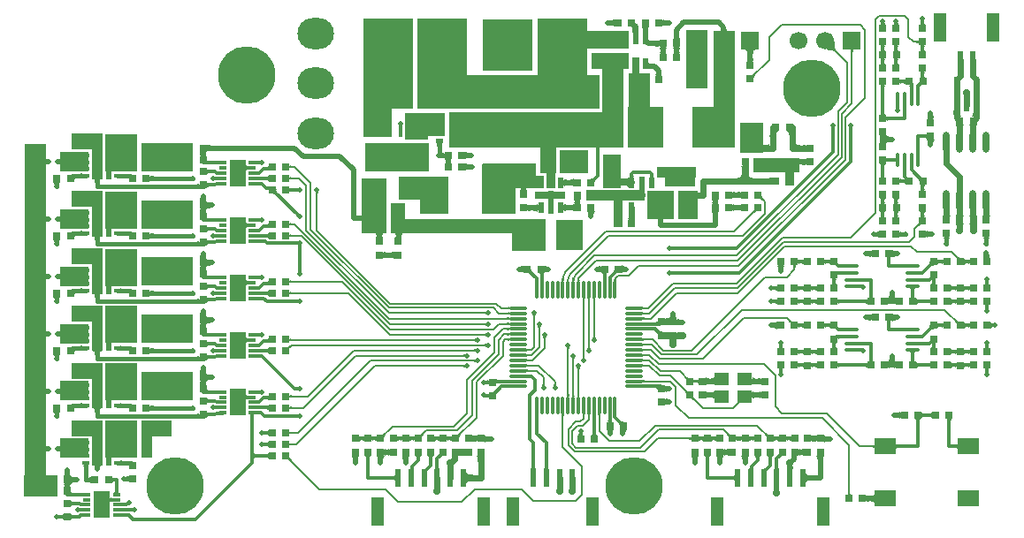
<source format=gtl>
G04*
G04 #@! TF.GenerationSoftware,Altium Limited,Altium Designer,23.3.1 (30)*
G04*
G04 Layer_Physical_Order=1*
G04 Layer_Color=255*
%FSLAX25Y25*%
%MOIN*%
G70*
G04*
G04 #@! TF.SameCoordinates,E5E33378-C9C0-40F0-BAD3-03F64417F324*
G04*
G04*
G04 #@! TF.FilePolarity,Positive*
G04*
G01*
G75*
%ADD10C,0.01181*%
%ADD11C,0.00787*%
%ADD12C,0.01000*%
%ADD13C,0.01968*%
%ADD15C,0.02362*%
%ADD23R,0.03000X0.03000*%
%ADD24R,0.03000X0.03000*%
%ADD25R,0.04724X0.10630*%
%ADD26R,0.02362X0.06693*%
%ADD27O,0.05724X0.01390*%
%ADD28R,0.07874X0.05906*%
%ADD29O,0.01390X0.05724*%
%ADD30O,0.02400X0.08000*%
%ADD31R,0.05512X0.04724*%
%ADD32O,0.07087X0.01181*%
%ADD33O,0.01181X0.07087*%
%ADD34R,0.09843X0.04331*%
%ADD35R,0.02362X0.05118*%
%ADD36R,0.03500X0.05000*%
%ADD37R,0.11811X0.13780*%
%ADD38R,0.02756X0.01181*%
%ADD39R,0.06496X0.10236*%
%ADD40R,0.02362X0.04331*%
%ADD41R,0.03150X0.01575*%
%ADD42R,0.07087X0.10236*%
%ADD43R,0.01575X0.03150*%
%ADD44R,0.10236X0.07087*%
%ADD45R,0.02559X0.01772*%
%ADD46R,0.02228X0.10039*%
%ADD47R,0.04110X0.10039*%
%ADD48R,0.05500X0.06200*%
%ADD49R,0.04724X0.05512*%
%ADD50R,0.04724X0.05512*%
%ADD51R,0.09843X0.08661*%
%ADD52R,0.06500X0.05000*%
%ADD53R,0.02362X0.04134*%
%ADD92C,0.01378*%
%ADD93C,0.01500*%
%ADD94C,0.01575*%
%ADD95R,0.14567X0.03937*%
%ADD96R,0.09055X0.11417*%
%ADD97R,0.03543X0.10236*%
%ADD98R,0.17520X0.05749*%
%ADD99R,0.03543X0.14230*%
%ADD100R,0.11811X0.07480*%
%ADD101R,0.10236X0.11024*%
%ADD102R,0.07480X0.11024*%
%ADD103R,0.02362X0.09055*%
%ADD104R,0.22164X0.03937*%
%ADD105R,0.07087X0.12598*%
%ADD106R,0.05512X0.11811*%
%ADD107R,0.09778X0.20866*%
%ADD108R,0.10630X0.11811*%
%ADD109R,0.18898X0.09055*%
%ADD110R,0.09843X0.11417*%
%ADD111R,0.12598X0.12211*%
%ADD112R,0.51181X0.05512*%
%ADD113R,0.20472X0.09449*%
%ADD114R,0.12992X0.18898*%
%ADD115R,0.13780X0.05118*%
%ADD116R,0.11024X0.08661*%
%ADD117R,0.02499X0.08661*%
%ADD118R,0.11417X0.03150*%
%ADD119R,0.06299X0.16142*%
%ADD120R,0.03485X0.18763*%
%ADD121R,0.62992X0.13386*%
%ADD122R,0.04130X0.16929*%
%ADD123R,0.19685X0.10630*%
%ADD124R,0.11157X0.07709*%
%ADD125R,0.11835X0.14393*%
%ADD126R,0.11811X0.05906*%
%ADD127R,0.12598X0.08268*%
%ADD128R,0.11417X0.06299*%
%ADD129R,0.03937X0.14173*%
%ADD130R,0.08268X1.33071*%
%ADD131R,0.16142X0.15354*%
%ADD132R,0.08079X0.44406*%
%ADD133R,0.08000X0.22000*%
%ADD134R,0.13386X0.15354*%
%ADD135R,0.08268X0.28346*%
%ADD136R,0.02782X0.27953*%
%ADD137R,0.18110X0.07087*%
%ADD138R,0.14173X0.06299*%
%ADD139R,0.08268X0.35816*%
%ADD140R,0.18898X0.24016*%
%ADD141R,0.68898X0.12992*%
%ADD142R,0.18898X0.19685*%
%ADD143R,0.14567X0.09055*%
%ADD144R,0.08792X0.10236*%
%ADD145R,0.24016X0.10630*%
%ADD146R,0.11024X0.18504*%
%ADD147R,0.18898X0.33465*%
%ADD148R,0.18898X0.34252*%
%ADD149C,0.06693*%
%ADD150R,0.06693X0.06693*%
%ADD151R,0.06693X0.06693*%
%ADD152O,0.13780X0.11811*%
%ADD153C,0.21654*%
%ADD154C,0.01968*%
%ADD155C,0.02756*%
G36*
X341615Y192049D02*
X341598Y192015D01*
X341583Y191972D01*
X341570Y191919D01*
X341560Y191856D01*
X341544Y191702D01*
X341542Y191660D01*
X341559Y191472D01*
X341588Y191293D01*
X341630Y191138D01*
X341683Y191007D01*
X341748Y190900D01*
X341825Y190816D01*
X341913Y190756D01*
X342014Y190720D01*
X342126Y190709D01*
X339763D01*
X339876Y190720D01*
X339976Y190756D01*
X340065Y190816D01*
X340141Y190900D01*
X340206Y191007D01*
X340260Y191138D01*
X340301Y191293D01*
X340330Y191472D01*
X340345Y191634D01*
X340329Y191856D01*
X340319Y191919D01*
X340306Y191972D01*
X340291Y192015D01*
X340274Y192049D01*
X340256Y192073D01*
X341634D01*
X341615Y192049D01*
D02*
G37*
G36*
X331596Y191675D02*
X331614Y191472D01*
X331643Y191297D01*
X331689D01*
X331670Y191273D01*
X331657Y191245D01*
X331685Y191138D01*
X331738Y191007D01*
X331803Y190900D01*
X331880Y190816D01*
X331968Y190756D01*
X332069Y190720D01*
X332181Y190709D01*
X331591D01*
X331591Y190622D01*
X330410D01*
X330409Y190709D01*
X329819D01*
X329931Y190720D01*
X330031Y190756D01*
X330120Y190816D01*
X330197Y190900D01*
X330262Y191007D01*
X330315Y191138D01*
X330344Y191245D01*
X330330Y191273D01*
X330311Y191297D01*
X330357D01*
X330386Y191472D01*
X330403Y191675D01*
X330410Y191902D01*
X331591D01*
X331596Y191675D01*
D02*
G37*
G36*
X326596D02*
X326614Y191472D01*
X326643Y191297D01*
X326689D01*
X326670Y191273D01*
X326657Y191245D01*
X326685Y191138D01*
X326738Y191007D01*
X326803Y190900D01*
X326880Y190816D01*
X326969Y190756D01*
X327069Y190720D01*
X327181Y190709D01*
X326591D01*
X326590Y190622D01*
X325410D01*
X325409Y190709D01*
X324819D01*
X324931Y190720D01*
X325031Y190756D01*
X325120Y190816D01*
X325197Y190900D01*
X325262Y191007D01*
X325315Y191138D01*
X325343Y191245D01*
X325330Y191273D01*
X325311Y191297D01*
X325357D01*
X325386Y191472D01*
X325403Y191675D01*
X325410Y191902D01*
X326590D01*
X326596Y191675D01*
D02*
G37*
G36*
X224693Y189851D02*
X224674Y189947D01*
X224615Y190032D01*
X224516Y190108D01*
X224378Y190173D01*
X224201Y190229D01*
X223985Y190274D01*
X223729Y190309D01*
X223099Y190350D01*
X222725Y190355D01*
Y192323D01*
X223099Y192328D01*
X223985Y192404D01*
X224201Y192449D01*
X224378Y192505D01*
X224516Y192570D01*
X224615Y192646D01*
X224674Y192731D01*
X224693Y192827D01*
Y189851D01*
D02*
G37*
G36*
X243043Y192730D02*
X243102Y192645D01*
X243200Y192569D01*
X243338Y192504D01*
X243515Y192448D01*
X243732Y192403D01*
X243988Y192368D01*
X244618Y192327D01*
X244992Y192323D01*
Y190354D01*
X244618Y190349D01*
X243732Y190273D01*
X243515Y190228D01*
X243338Y190173D01*
X243200Y190107D01*
X243102Y190032D01*
X243043Y189946D01*
X243023Y189850D01*
Y192826D01*
X243043Y192730D01*
D02*
G37*
G36*
X237809Y189831D02*
X237724Y189771D01*
X237648Y189673D01*
X237583Y189535D01*
X237527Y189358D01*
X237482Y189142D01*
X237447Y188886D01*
X237434Y188689D01*
X237492Y187764D01*
X237520Y187665D01*
X237551Y187606D01*
X237586Y187586D01*
X235248D01*
X235283Y187606D01*
X235315Y187665D01*
X235342Y187764D01*
X235366Y187901D01*
X235387Y188078D01*
X235408Y188493D01*
X235352Y189142D01*
X235307Y189358D01*
X235251Y189535D01*
X235186Y189673D01*
X235110Y189771D01*
X235025Y189831D01*
X234929Y189850D01*
X237905D01*
X237809Y189831D01*
D02*
G37*
G36*
X232787Y189851D02*
X232954Y189831D01*
X233102Y189772D01*
X233233Y189674D01*
X233331Y189555D01*
X233661D01*
X233663Y189181D01*
X233752Y187764D01*
X233780Y187665D01*
X233811Y187606D01*
X233846Y187586D01*
X231508D01*
X231543Y187606D01*
X231575Y187665D01*
X231602Y187764D01*
X231626Y187901D01*
X231647Y188078D01*
X231666Y188455D01*
X231653Y188594D01*
X231604Y188890D01*
X231535Y189147D01*
X231447Y189365D01*
X231339Y189543D01*
X231211Y189682D01*
X231063Y189782D01*
X230896Y189842D01*
X230709Y189863D01*
X232787Y189851D01*
D02*
G37*
G36*
X266994Y189190D02*
X267022Y188898D01*
X267069Y188625D01*
X267135Y188370D01*
X267220Y188134D01*
X267324Y187917D01*
X267447Y187718D01*
X267589Y187538D01*
X267750Y187377D01*
X267929Y187234D01*
X264071D01*
X264250Y187377D01*
X264411Y187538D01*
X264553Y187718D01*
X264676Y187917D01*
X264779Y188134D01*
X264865Y188370D01*
X264931Y188625D01*
X264978Y188898D01*
X265006Y189190D01*
X265016Y189500D01*
X266984D01*
X266994Y189190D01*
D02*
G37*
G36*
X249217Y186547D02*
X249293Y185661D01*
X249338Y185444D01*
X249394Y185267D01*
X249459Y185129D01*
X249535Y185031D01*
X249620Y184972D01*
X249716Y184952D01*
X246740D01*
X246836Y184972D01*
X246921Y185031D01*
X246997Y185129D01*
X247062Y185267D01*
X247118Y185444D01*
X247163Y185661D01*
X247198Y185917D01*
X247239Y186547D01*
X247244Y186921D01*
X249212D01*
X249217Y186547D01*
D02*
G37*
G36*
X339457Y184511D02*
X340527Y184532D01*
Y183697D01*
X340511Y183701D01*
X340471Y183705D01*
X340323Y183712D01*
X339457Y183720D01*
Y183327D01*
X339449Y183402D01*
X339425Y183469D01*
X339386Y183528D01*
X339331Y183579D01*
X339260Y183622D01*
X339173Y183658D01*
X339071Y183685D01*
X338953Y183705D01*
X338819Y183717D01*
X338669Y183721D01*
Y184508D01*
X338819Y184512D01*
X338953Y184524D01*
X339071Y184544D01*
X339173Y184571D01*
X339260Y184607D01*
X339331Y184650D01*
X339386Y184701D01*
X339425Y184760D01*
X339449Y184827D01*
X339457Y184902D01*
Y184511D01*
D02*
G37*
G36*
X237595Y185246D02*
X237655Y185078D01*
X237755Y184931D01*
X237894Y184803D01*
X238072Y184695D01*
X238290Y184606D01*
X238547Y184537D01*
X238844Y184488D01*
X239180Y184458D01*
X239555Y184449D01*
Y182480D01*
X237586Y183280D01*
X237574Y185433D01*
X237595Y185246D01*
D02*
G37*
G36*
X342014Y182627D02*
X341913Y182591D01*
X341825Y182531D01*
X341748Y182448D01*
X341683Y182340D01*
X341630Y182209D01*
X341589Y182054D01*
X341559Y181875D01*
X341541Y181673D01*
X341559Y181472D01*
X341589Y181293D01*
X341630Y181138D01*
X341683Y181006D01*
X341748Y180899D01*
X341825Y180815D01*
X341913Y180756D01*
X342014Y180720D01*
X342126Y180708D01*
X339764D01*
X339876Y180720D01*
X339976Y180756D01*
X340065Y180815D01*
X340142Y180899D01*
X340207Y181006D01*
X340260Y181138D01*
X340301Y181293D01*
X340331Y181472D01*
X340348Y181673D01*
X340331Y181875D01*
X340301Y182054D01*
X340260Y182209D01*
X340207Y182340D01*
X340142Y182448D01*
X340065Y182531D01*
X339976Y182591D01*
X339876Y182627D01*
X339764Y182639D01*
X342126D01*
X342014Y182627D01*
D02*
G37*
G36*
X332014D02*
X331913Y182591D01*
X331824Y182531D01*
X331748Y182448D01*
X331683Y182340D01*
X331630Y182209D01*
X331588Y182054D01*
X331559Y181875D01*
X331541Y181672D01*
X331540Y181645D01*
X331541Y181618D01*
X331559Y181418D01*
X331588Y181240D01*
X331630Y181087D01*
X331683Y180957D01*
X331748Y180851D01*
X331824Y180768D01*
X331913Y180709D01*
X332014Y180673D01*
X332126Y180662D01*
X329764D01*
X329876Y180673D01*
X329976Y180709D01*
X330065Y180768D01*
X330141Y180851D01*
X330206Y180957D01*
X330259Y181087D01*
X330301Y181240D01*
X330330Y181418D01*
X330348Y181618D01*
X330349Y181645D01*
X330348Y181672D01*
X330330Y181875D01*
X330301Y182054D01*
X330259Y182209D01*
X330206Y182340D01*
X330141Y182448D01*
X330065Y182531D01*
X329976Y182591D01*
X329876Y182627D01*
X329764Y182639D01*
X332126D01*
X332014Y182627D01*
D02*
G37*
G36*
X327013D02*
X326913Y182591D01*
X326824Y182531D01*
X326748Y182448D01*
X326683Y182340D01*
X326630Y182209D01*
X326588Y182054D01*
X326559Y181875D01*
X326541Y181672D01*
X326540Y181645D01*
X326541Y181618D01*
X326559Y181418D01*
X326588Y181240D01*
X326630Y181087D01*
X326683Y180957D01*
X326748Y180851D01*
X326824Y180768D01*
X326913Y180709D01*
X327013Y180673D01*
X327126Y180662D01*
X324763D01*
X324876Y180673D01*
X324976Y180709D01*
X325065Y180768D01*
X325141Y180851D01*
X325206Y180957D01*
X325259Y181087D01*
X325301Y181240D01*
X325330Y181418D01*
X325348Y181618D01*
X325349Y181645D01*
X325348Y181672D01*
X325330Y181875D01*
X325301Y182054D01*
X325259Y182209D01*
X325206Y182340D01*
X325141Y182448D01*
X325065Y182531D01*
X324976Y182591D01*
X324876Y182627D01*
X324763Y182639D01*
X327126D01*
X327013Y182627D01*
D02*
G37*
G36*
X307679Y183941D02*
X307776Y182604D01*
X307839Y182238D01*
X307916Y181912D01*
X308009Y181626D01*
X308117Y181380D01*
X308241Y181175D01*
X308379Y181009D01*
X307822Y180452D01*
X307656Y180590D01*
X307450Y180713D01*
X307205Y180821D01*
X306919Y180914D01*
X306593Y180992D01*
X306227Y181054D01*
X305821Y181102D01*
X304890Y181152D01*
X304364Y181154D01*
X307677Y184467D01*
X307679Y183941D01*
D02*
G37*
G36*
X315043Y181158D02*
X314976Y181134D01*
X314917Y181095D01*
X314866Y181040D01*
X314823Y180969D01*
X314787Y180882D01*
X314760Y180780D01*
X314740Y180662D01*
X314728Y180528D01*
X314724Y180378D01*
X313937D01*
X313933Y180528D01*
X313921Y180662D01*
X313902Y180780D01*
X313874Y180882D01*
X313839Y180969D01*
X313795Y181040D01*
X313744Y181095D01*
X313685Y181134D01*
X313618Y181158D01*
X313543Y181166D01*
X315118D01*
X315043Y181158D01*
D02*
G37*
G36*
X249620Y181957D02*
X249535Y181897D01*
X249459Y181799D01*
X249394Y181661D01*
X249338Y181484D01*
X249293Y181268D01*
X249258Y181012D01*
X249256Y180980D01*
X249293Y180543D01*
X249338Y180326D01*
X249394Y180149D01*
X249459Y180011D01*
X249535Y179913D01*
X249620Y179854D01*
X249716Y179834D01*
X246740D01*
X246836Y179854D01*
X246921Y179913D01*
X246997Y180011D01*
X247062Y180149D01*
X247118Y180326D01*
X247163Y180543D01*
X247198Y180799D01*
X247200Y180830D01*
X247163Y181268D01*
X247118Y181484D01*
X247062Y181661D01*
X246997Y181799D01*
X246921Y181897D01*
X246836Y181957D01*
X246740Y181976D01*
X249716D01*
X249620Y181957D01*
D02*
G37*
G36*
X241622Y181976D02*
X244598D01*
X244502Y181957D01*
X244417Y181897D01*
X244341Y181799D01*
X244275Y181661D01*
X244220Y181484D01*
X244175Y181268D01*
X244140Y181012D01*
X244138Y180980D01*
X244175Y180543D01*
X244220Y180326D01*
X244275Y180149D01*
X244341Y180011D01*
X244417Y179913D01*
X244502Y179854D01*
X244598Y179834D01*
X241622D01*
X241718Y179854D01*
X241803Y179913D01*
X241879Y180011D01*
X241944Y180149D01*
X242000Y180326D01*
X242045Y180543D01*
X242080Y180799D01*
X242082Y180830D01*
X242045Y181268D01*
X242000Y181484D01*
X241944Y181661D01*
X241879Y181799D01*
X241803Y181897D01*
X241718Y181957D01*
X241622Y181976D01*
X241602Y182072D01*
X241543Y182158D01*
X241445Y182233D01*
X241307Y182299D01*
X241130Y182354D01*
X240913Y182399D01*
X240657Y182435D01*
X240027Y182475D01*
X239653Y182480D01*
Y184449D01*
X240027Y184453D01*
X240913Y184529D01*
X241130Y184574D01*
X241307Y184630D01*
X241445Y184695D01*
X241543Y184771D01*
X241602Y184856D01*
X241622Y184952D01*
Y181976D01*
D02*
G37*
G36*
X277766Y181146D02*
X277599Y181087D01*
X277451Y180988D01*
X277323Y180851D01*
X277215Y180673D01*
X277126Y180457D01*
X277057Y180201D01*
X277008Y179906D01*
X276979Y179571D01*
X276969Y179197D01*
X275000D01*
X274991Y179571D01*
X274961Y179906D01*
X274912Y180201D01*
X274843Y180457D01*
X274754Y180673D01*
X274646Y180851D01*
X274518Y180988D01*
X274370Y181087D01*
X274203Y181146D01*
X274016Y181166D01*
X277953D01*
X277766Y181146D01*
D02*
G37*
G36*
X276974Y178476D02*
X277049Y177590D01*
X277095Y177374D01*
X277150Y177196D01*
X277216Y177059D01*
X277291Y176960D01*
X277377Y176901D01*
X277473Y176881D01*
X274497D01*
X274592Y176901D01*
X274678Y176960D01*
X274753Y177059D01*
X274819Y177196D01*
X274874Y177374D01*
X274920Y177590D01*
X274955Y177846D01*
X274995Y178476D01*
X275000Y178850D01*
X276969D01*
X276974Y178476D01*
D02*
G37*
G36*
X332014Y177686D02*
X331913Y177650D01*
X331824Y177590D01*
X331748Y177507D01*
X331683Y177399D01*
X331630Y177268D01*
X331588Y177113D01*
X331559Y176934D01*
X331541Y176731D01*
X331540Y176703D01*
X331541Y176675D01*
X331559Y176472D01*
X331588Y176293D01*
X331630Y176138D01*
X331683Y176007D01*
X331748Y175900D01*
X331824Y175816D01*
X331913Y175756D01*
X332014Y175721D01*
X332126Y175709D01*
X329764D01*
X329876Y175721D01*
X329976Y175756D01*
X330065Y175816D01*
X330141Y175900D01*
X330206Y176007D01*
X330259Y176138D01*
X330301Y176293D01*
X330330Y176472D01*
X330348Y176675D01*
X330349Y176703D01*
X330348Y176731D01*
X330330Y176934D01*
X330301Y177113D01*
X330259Y177268D01*
X330206Y177399D01*
X330141Y177507D01*
X330065Y177590D01*
X329976Y177650D01*
X329876Y177686D01*
X329764Y177698D01*
X332126D01*
X332014Y177686D01*
D02*
G37*
G36*
X327013D02*
X326913Y177650D01*
X326824Y177590D01*
X326748Y177507D01*
X326683Y177399D01*
X326630Y177268D01*
X326588Y177113D01*
X326559Y176934D01*
X326541Y176731D01*
X326540Y176703D01*
X326541Y176675D01*
X326559Y176472D01*
X326588Y176293D01*
X326630Y176138D01*
X326683Y176007D01*
X326748Y175900D01*
X326824Y175816D01*
X326913Y175756D01*
X327013Y175721D01*
X327126Y175709D01*
X324763D01*
X324876Y175721D01*
X324976Y175756D01*
X325065Y175816D01*
X325141Y175900D01*
X325206Y176007D01*
X325259Y176138D01*
X325301Y176293D01*
X325330Y176472D01*
X325348Y176675D01*
X325349Y176703D01*
X325348Y176731D01*
X325330Y176934D01*
X325301Y177113D01*
X325259Y177268D01*
X325206Y177399D01*
X325141Y177507D01*
X325065Y177590D01*
X324976Y177650D01*
X324876Y177686D01*
X324763Y177698D01*
X327126D01*
X327013Y177686D01*
D02*
G37*
G36*
X237595Y176585D02*
X237655Y176417D01*
X237754Y176270D01*
X237893Y176142D01*
X238072Y176033D01*
X238289Y175945D01*
X238547Y175876D01*
X238843Y175827D01*
X239179Y175797D01*
X239555Y175787D01*
Y173819D01*
X237586Y173831D01*
X237574Y176772D01*
X237595Y176585D01*
D02*
G37*
G36*
X278029Y171763D02*
X277873Y171602D01*
X277628Y171312D01*
X277539Y171184D01*
X277473Y171067D01*
X277428Y170961D01*
X277406Y170867D01*
Y170783D01*
X277428Y170711D01*
X277473Y170650D01*
X276359Y171763D01*
X276420Y171719D01*
X276493Y171696D01*
X276576D01*
X276671Y171719D01*
X276777Y171763D01*
X276893Y171830D01*
X277022Y171919D01*
X277161Y172030D01*
X277473Y172320D01*
X278029Y171763D01*
D02*
G37*
G36*
X242383Y172869D02*
X242433Y172355D01*
X242476Y172146D01*
X242532Y171969D01*
X242601Y171824D01*
X242682Y171712D01*
X242776Y171631D01*
X242881Y171583D01*
X243000Y171567D01*
X240048D01*
X240116Y171583D01*
X240177Y171631D01*
X240232Y171712D01*
X240278Y171824D01*
X240318Y171969D01*
X240351Y172146D01*
X240376Y172355D01*
X240405Y172869D01*
X240408Y173175D01*
X242377D01*
X242383Y172869D01*
D02*
G37*
G36*
X342043Y172626D02*
X341943Y172590D01*
X341854Y172530D01*
X341778Y172447D01*
X341713Y172340D01*
X341659Y172208D01*
X341618Y172053D01*
X341589Y171874D01*
X341571Y171671D01*
X341570Y171643D01*
X341571Y171615D01*
X341589Y171413D01*
X341618Y171233D01*
X341659Y171078D01*
X341713Y170947D01*
X341778Y170840D01*
X341854Y170756D01*
X341943Y170697D01*
X342043Y170661D01*
X342156Y170649D01*
X339793D01*
X339906Y170661D01*
X340006Y170697D01*
X340094Y170756D01*
X340171Y170840D01*
X340236Y170947D01*
X340289Y171078D01*
X340331Y171233D01*
X340360Y171413D01*
X340378Y171615D01*
X340379Y171643D01*
X340378Y171671D01*
X340360Y171874D01*
X340331Y172053D01*
X340289Y172208D01*
X340236Y172340D01*
X340171Y172447D01*
X340094Y172530D01*
X340006Y172590D01*
X339906Y172626D01*
X339793Y172638D01*
X342156D01*
X342043Y172626D01*
D02*
G37*
G36*
X334409Y167963D02*
X334398Y168075D01*
X334362Y168175D01*
X334302Y168264D01*
X334219Y168341D01*
X334111Y168405D01*
X333980Y168459D01*
X333825Y168500D01*
X333646Y168529D01*
X333443Y168547D01*
X333415Y168548D01*
X333387Y168547D01*
X333184Y168529D01*
X333005Y168500D01*
X332850Y168459D01*
X332719Y168405D01*
X332611Y168341D01*
X332528Y168264D01*
X332468Y168175D01*
X332433Y168075D01*
X332421Y167963D01*
Y170325D01*
X332433Y170213D01*
X332468Y170112D01*
X332528Y170024D01*
X332611Y169947D01*
X332719Y169882D01*
X332850Y169829D01*
X333005Y169787D01*
X333184Y169758D01*
X333387Y169740D01*
X333415Y169739D01*
X333443Y169740D01*
X333646Y169758D01*
X333825Y169787D01*
X333980Y169829D01*
X334111Y169882D01*
X334219Y169947D01*
X334302Y170024D01*
X334362Y170112D01*
X334398Y170213D01*
X334409Y170325D01*
Y167963D01*
D02*
G37*
G36*
X337355Y167673D02*
X337338Y167638D01*
X337323Y167579D01*
X337311Y167496D01*
X337291Y167260D01*
X337276Y166728D01*
X337275Y166504D01*
X336094D01*
X336088Y166728D01*
X336070Y166929D01*
X336041Y167106D01*
X335999Y167260D01*
X335946Y167390D01*
X335881Y167496D01*
X335805Y167579D01*
X335716Y167638D01*
X335615Y167673D01*
X335503Y167685D01*
X337373D01*
X337355Y167673D01*
D02*
G37*
G36*
X327013Y167627D02*
X326913Y167591D01*
X326824Y167531D01*
X326748Y167448D01*
X326683Y167340D01*
X326630Y167209D01*
X326588Y167054D01*
X326559Y166875D01*
X326541Y166672D01*
X326535Y166445D01*
X325354D01*
X325348Y166672D01*
X325330Y166875D01*
X325301Y167054D01*
X325259Y167209D01*
X325206Y167340D01*
X325141Y167448D01*
X325065Y167531D01*
X324976Y167591D01*
X324876Y167627D01*
X324763Y167639D01*
X327126D01*
X327013Y167627D01*
D02*
G37*
G36*
X339927Y165131D02*
X338640D01*
X338650Y165157D01*
X338659Y165206D01*
X338667Y165277D01*
X338685Y165622D01*
X338693Y166391D01*
X339874D01*
X339927Y165131D01*
D02*
G37*
G36*
X337276Y166225D02*
X337334Y165228D01*
X337350Y165169D01*
X337368Y165131D01*
X336081D01*
X336084Y165146D01*
X336086Y165185D01*
X336094Y166331D01*
X337275Y166450D01*
X337276Y166225D01*
D02*
G37*
G36*
X334799Y160236D02*
X334790Y160187D01*
X334782Y160117D01*
X334764Y159772D01*
X334756Y159003D01*
X333575D01*
X333522Y160263D01*
X334809D01*
X334799Y160236D01*
D02*
G37*
G36*
X332232Y160225D02*
X332216Y160166D01*
X332202Y160086D01*
X332190Y159985D01*
X332165Y159558D01*
X332161Y159269D01*
X332186Y158876D01*
X332194Y158835D01*
X332204Y158806D01*
X332215Y158786D01*
X330848Y158956D01*
X330872Y158980D01*
X330894Y159014D01*
X330913Y159057D01*
X330930Y159110D01*
X330944Y159173D01*
X330955Y159245D01*
X330971Y159418D01*
X330972Y159456D01*
X330963Y160263D01*
X332250D01*
X332232Y160225D01*
D02*
G37*
G36*
X326541Y157675D02*
X326559Y157472D01*
X326588Y157293D01*
X326630Y157138D01*
X326683Y157007D01*
X326748Y156899D01*
X326824Y156816D01*
X326913Y156756D01*
X327013Y156720D01*
X327126Y156709D01*
X324763D01*
X324876Y156720D01*
X324976Y156756D01*
X325065Y156816D01*
X325141Y156899D01*
X325206Y157007D01*
X325259Y157138D01*
X325301Y157293D01*
X325330Y157472D01*
X325348Y157675D01*
X325354Y157902D01*
X326535D01*
X326541Y157675D01*
D02*
G37*
G36*
X362393Y157732D02*
X362323Y156976D01*
X362262Y156669D01*
X362183Y156410D01*
X362087Y156197D01*
X361973Y156032D01*
X361842Y155913D01*
X361694Y155843D01*
X361528Y155819D01*
X358858D01*
X359083Y155843D01*
X359283Y155913D01*
X359461Y156032D01*
X359614Y156197D01*
X359744Y156410D01*
X359850Y156669D01*
X359933Y156976D01*
X359992Y157331D01*
X360028Y157732D01*
X360039Y158181D01*
X362402D01*
X362393Y157732D01*
D02*
G37*
G36*
X354933D02*
X354969Y157331D01*
X355028Y156976D01*
X355110Y156669D01*
X355217Y156410D01*
X355346Y156197D01*
X355500Y156032D01*
X355677Y155913D01*
X355878Y155843D01*
X356102Y155819D01*
X353434D01*
X353267Y155843D01*
X353119Y155913D01*
X352988Y156032D01*
X352874Y156197D01*
X352778Y156410D01*
X352699Y156669D01*
X352638Y156976D01*
X352594Y157331D01*
X352568Y157732D01*
X352559Y158181D01*
X354921D01*
X354933Y157732D01*
D02*
G37*
G36*
X344934Y156815D02*
X345009Y155929D01*
X345055Y155713D01*
X345110Y155536D01*
X345176Y155398D01*
X345251Y155299D01*
X345337Y155240D01*
X345433Y155221D01*
X342457D01*
X342552Y155240D01*
X342638Y155299D01*
X342713Y155398D01*
X342779Y155536D01*
X342834Y155713D01*
X342880Y155929D01*
X342915Y156185D01*
X342955Y156815D01*
X342960Y157189D01*
X344929D01*
X344934Y156815D01*
D02*
G37*
G36*
X327432Y156301D02*
X327468Y156201D01*
X327528Y156113D01*
X327611Y156036D01*
X327719Y155971D01*
X327850Y155918D01*
X328005Y155876D01*
X328184Y155847D01*
X328387Y155829D01*
X328614Y155823D01*
Y154642D01*
X328387Y154636D01*
X328184Y154618D01*
X328005Y154589D01*
X327850Y154548D01*
X327719Y154494D01*
X327611Y154429D01*
X327528Y154353D01*
X327468Y154264D01*
X327432Y154164D01*
X327421Y154051D01*
Y156414D01*
X327432Y156301D01*
D02*
G37*
G36*
X144863Y152698D02*
X144846Y152664D01*
X144832Y152621D01*
X144819Y152568D01*
X144808Y152505D01*
X144792Y152351D01*
X144784Y152158D01*
X144784Y152136D01*
X144785Y152007D01*
X144830Y151346D01*
X144850Y151240D01*
X144874Y151157D01*
X144902Y151098D01*
X144933Y151062D01*
X144968Y151051D01*
X143418D01*
X143453Y151062D01*
X143484Y151098D01*
X143512Y151157D01*
X143536Y151240D01*
X143556Y151346D01*
X143573Y151476D01*
X143595Y151806D01*
X143601Y152161D01*
X143578Y152505D01*
X143567Y152568D01*
X143554Y152621D01*
X143539Y152664D01*
X143523Y152698D01*
X143504Y152722D01*
X144882D01*
X144863Y152698D01*
D02*
G37*
G36*
X361458Y152819D02*
X361396Y152749D01*
X361341Y152630D01*
X361293Y152465D01*
X361253Y152252D01*
X361220Y151993D01*
X361176Y151331D01*
X361161Y150481D01*
X358799D01*
X358797Y150930D01*
X358678Y152630D01*
X358641Y152749D01*
X358599Y152819D01*
X358552Y152843D01*
X361528D01*
X361458Y152819D01*
D02*
G37*
G36*
X356362D02*
X356320Y152749D01*
X356283Y152630D01*
X356251Y152465D01*
X356224Y152252D01*
X356184Y151686D01*
X356161Y150481D01*
X353799D01*
X353796Y150930D01*
X353708Y152252D01*
X353668Y152465D01*
X353620Y152630D01*
X353565Y152749D01*
X353503Y152819D01*
X353434Y152843D01*
X356410D01*
X356362Y152819D01*
D02*
G37*
G36*
X292402Y150457D02*
X292550Y150386D01*
X292682Y150268D01*
X292795Y150102D01*
X292892Y149890D01*
X292970Y149630D01*
X293032Y149323D01*
X293075Y148968D01*
X293102Y148567D01*
X293110Y148118D01*
X290748D01*
X290736Y148567D01*
X290701Y148968D01*
X290642Y149323D01*
X290559Y149630D01*
X290453Y149890D01*
X290323Y150102D01*
X290169Y150268D01*
X289992Y150386D01*
X289791Y150457D01*
X289567Y150480D01*
X292236D01*
X292402Y150457D01*
D02*
G37*
G36*
X286587D02*
X286386Y150386D01*
X286209Y150268D01*
X286055Y150102D01*
X285925Y149890D01*
X285819Y149630D01*
X285736Y149323D01*
X285677Y148968D01*
X285642Y148567D01*
X285630Y148118D01*
X283268D01*
X283277Y148567D01*
X283346Y149323D01*
X283407Y149630D01*
X283486Y149890D01*
X283582Y150102D01*
X283696Y150268D01*
X283827Y150386D01*
X283976Y150457D01*
X284142Y150480D01*
X286811D01*
X286587Y150457D01*
D02*
G37*
G36*
X342457Y149270D02*
X343249Y149311D01*
Y147918D01*
X343209Y147938D01*
X343133Y147956D01*
X343019Y147972D01*
X342681Y147997D01*
X342457Y148002D01*
Y147433D01*
X342445Y147546D01*
X342409Y147646D01*
X342350Y147735D01*
X342268Y147811D01*
X342161Y147876D01*
X342031Y147929D01*
X341878Y147971D01*
X341701Y148000D01*
X341500Y148018D01*
X341454Y148019D01*
X341189Y148024D01*
Y149205D01*
X341724Y149232D01*
X341878Y149258D01*
X342031Y149300D01*
X342161Y149353D01*
X342268Y149418D01*
X342350Y149494D01*
X342409Y149583D01*
X342445Y149683D01*
X342457Y149796D01*
Y149270D01*
D02*
G37*
G36*
X345337Y147107D02*
X345251Y147048D01*
X345176Y146949D01*
X345110Y146811D01*
X345055Y146634D01*
X345009Y146418D01*
X344974Y146162D01*
X344934Y145532D01*
X344929Y145158D01*
X342960D01*
X342955Y145532D01*
X342880Y146418D01*
X342834Y146634D01*
X342779Y146811D01*
X342713Y146949D01*
X342638Y147048D01*
X342552Y147107D01*
X342457Y147126D01*
X345433D01*
X345337Y147107D01*
D02*
G37*
G36*
X283280Y143319D02*
X282591Y143143D01*
Y142717D01*
X282142Y142714D01*
X280606Y142606D01*
X280441Y142566D01*
X280323Y142520D01*
X280252Y142468D01*
X280228Y142409D01*
Y145385D01*
X280252Y145327D01*
X280323Y145275D01*
X280441Y145229D01*
X280606Y145189D01*
X280819Y145156D01*
X281386Y145107D01*
X281504Y145103D01*
X281771Y145126D01*
X282126Y145185D01*
X282435Y145268D01*
X282696Y145374D01*
X282909Y145504D01*
X283076Y145658D01*
X283195Y145835D01*
X283267Y146036D01*
X283292Y146260D01*
X283280Y143319D01*
D02*
G37*
G36*
X326948Y149790D02*
X327008Y149500D01*
X327106Y149244D01*
X327244Y149022D01*
X327421Y148834D01*
X327638Y148681D01*
X327893Y148561D01*
X328189Y148476D01*
X328523Y148424D01*
X328897Y148407D01*
Y146439D01*
X328523Y146422D01*
X328189Y146371D01*
X327893Y146285D01*
X327638Y146166D01*
X327421Y146012D01*
X327244Y145825D01*
X327106Y145603D01*
X327008Y145346D01*
X326948Y145056D01*
X326929Y144732D01*
X325849Y146208D01*
X324741D01*
X324783Y146220D01*
X324820Y146257D01*
X324853Y146317D01*
X324882Y146402D01*
X324906Y146512D01*
X324925Y146645D01*
X324952Y146986D01*
X324960Y147423D01*
X324958Y147654D01*
X324906Y148335D01*
X324882Y148444D01*
X324853Y148529D01*
X324820Y148590D01*
X324783Y148626D01*
X324741Y148638D01*
X325849D01*
X326929Y150115D01*
X326948Y149790D01*
D02*
G37*
G36*
X160146Y146169D02*
X160012Y146121D01*
X159894Y146041D01*
X159792Y145930D01*
X159705Y145787D01*
X159634Y145613D01*
X159579Y145407D01*
X159540Y145169D01*
X159516Y144900D01*
X159508Y144599D01*
X157933D01*
X157926Y144898D01*
X157905Y145166D01*
X157869Y145402D01*
X157819Y145607D01*
X157754Y145780D01*
X157676Y145922D01*
X157582Y146032D01*
X157475Y146110D01*
X157353Y146158D01*
X157217Y146173D01*
X160295Y146185D01*
X160146Y146169D01*
D02*
G37*
G36*
X71193Y145487D02*
X71252Y145401D01*
X71350Y145326D01*
X71488Y145260D01*
X71665Y145205D01*
X71882Y145159D01*
X72138Y145124D01*
X72768Y145084D01*
X73141Y145079D01*
Y143110D01*
X72768Y143105D01*
X71882Y143030D01*
X71665Y142984D01*
X71488Y142929D01*
X71350Y142863D01*
X71252Y142788D01*
X71193Y142702D01*
X71173Y142606D01*
X71077Y142587D01*
X70992Y142528D01*
X70916Y142429D01*
X70851Y142291D01*
X70795Y142114D01*
X70756Y141929D01*
X70795Y141744D01*
X70851Y141567D01*
X70916Y141429D01*
X70992Y141331D01*
X71077Y141271D01*
X71173Y141252D01*
X70690D01*
X70674Y141012D01*
X70669Y140638D01*
X68701D01*
X68696Y141012D01*
X68675Y141252D01*
X68197D01*
X68293Y141271D01*
X68378Y141331D01*
X68454Y141429D01*
X68519Y141567D01*
X68575Y141744D01*
X68614Y141929D01*
X68575Y142114D01*
X68519Y142291D01*
X68454Y142429D01*
X68378Y142528D01*
X68293Y142587D01*
X68197Y142606D01*
X68680D01*
X68696Y142846D01*
X68701Y143220D01*
X70669D01*
X70674Y142846D01*
X70695Y142606D01*
X71173D01*
Y145582D01*
X71193Y145487D01*
D02*
G37*
G36*
X293111Y146035D02*
X293183Y145834D01*
X293302Y145657D01*
X293468Y145504D01*
X293682Y145374D01*
X293943Y145267D01*
X294252Y145185D01*
X294607Y145126D01*
X295010Y145090D01*
X295111Y145088D01*
X296560Y145189D01*
X296725Y145229D01*
X296843Y145275D01*
X296914Y145327D01*
X296937Y145385D01*
Y142409D01*
X296914Y142468D01*
X296843Y142520D01*
X296725Y142566D01*
X296560Y142606D01*
X296347Y142640D01*
X295780Y142689D01*
X295024Y142713D01*
X294575Y142716D01*
Y142942D01*
X293098Y143319D01*
X293086Y146259D01*
X293111Y146035D01*
D02*
G37*
G36*
X275527Y145328D02*
X275598Y145275D01*
X275716Y145229D01*
X275881Y145189D01*
X276094Y145156D01*
X276228Y145144D01*
X276874Y145189D01*
X277040Y145229D01*
X277158Y145275D01*
X277229Y145327D01*
X277253Y145385D01*
Y145088D01*
X277417Y145082D01*
X277866Y145079D01*
Y142717D01*
X277417Y142714D01*
X277253Y142702D01*
Y142409D01*
X277229Y142468D01*
X277158Y142520D01*
X277040Y142566D01*
X276874Y142606D01*
X276662Y142640D01*
X276528Y142652D01*
X275881Y142606D01*
X275716Y142567D01*
X275598Y142520D01*
X275527Y142468D01*
X275503Y142410D01*
Y142708D01*
X275339Y142714D01*
X274890Y142717D01*
Y145079D01*
X275339Y145082D01*
X275503Y145094D01*
Y145386D01*
X275527Y145328D01*
D02*
G37*
G36*
X339927Y142083D02*
X338640D01*
X338650Y142110D01*
X338659Y142159D01*
X338667Y142230D01*
X338685Y142575D01*
X338693Y143343D01*
X339874D01*
X339927Y142083D01*
D02*
G37*
G36*
X168634Y142731D02*
X168693Y142646D01*
X168791Y142570D01*
X168929Y142505D01*
X169106Y142449D01*
X169323Y142404D01*
X169579Y142368D01*
X170209Y142328D01*
X170583Y142323D01*
Y140355D01*
X170209Y140350D01*
X169323Y140274D01*
X169106Y140229D01*
X168929Y140173D01*
X168791Y140108D01*
X168693Y140032D01*
X168634Y139947D01*
X168614Y139851D01*
Y142827D01*
X168634Y142731D01*
D02*
G37*
G36*
X70414Y139097D02*
X70385Y139051D01*
X70360Y139003D01*
X70337Y138951D01*
X70318Y138897D01*
X70303Y138840D01*
X70291Y138780D01*
X70282Y138718D01*
X70277Y138653D01*
X70276Y138585D01*
X69095D01*
X69093Y138653D01*
X69088Y138718D01*
X69079Y138780D01*
X69067Y138840D01*
X69052Y138897D01*
X69033Y138951D01*
X69011Y139003D01*
X68985Y139051D01*
X68956Y139097D01*
X68923Y139141D01*
X70447D01*
X70414Y139097D01*
D02*
G37*
G36*
X330922Y138433D02*
X330910Y138545D01*
X330874Y138645D01*
X330815Y138734D01*
X330731Y138811D01*
X330624Y138876D01*
X330492Y138929D01*
X330337Y138970D01*
X330158Y139000D01*
X329956Y139017D01*
X329729Y139023D01*
Y140204D01*
X329956Y140210D01*
X330158Y140228D01*
X330337Y140258D01*
X330492Y140299D01*
X330624Y140352D01*
X330731Y140417D01*
X330815Y140494D01*
X330874Y140582D01*
X330910Y140683D01*
X330922Y140795D01*
Y138433D01*
D02*
G37*
G36*
X327445Y140683D02*
X327480Y140582D01*
X327539Y140494D01*
X327622Y140417D01*
X327729Y140352D01*
X327858Y140299D01*
X328012Y140258D01*
X328189Y140228D01*
X328390Y140210D01*
X328614Y140204D01*
Y139023D01*
X328390Y139017D01*
X328189Y139000D01*
X328012Y138970D01*
X327858Y138929D01*
X327729Y138876D01*
X327622Y138811D01*
X327539Y138734D01*
X327480Y138645D01*
X327445Y138545D01*
X327433Y138433D01*
Y140795D01*
X327445Y140683D01*
D02*
G37*
G36*
X160520Y139851D02*
X161215D01*
X161221Y140070D01*
X162795D01*
X162800Y139851D01*
X163496D01*
X163363Y139835D01*
X163244Y139788D01*
X163139Y139709D01*
X163048Y139599D01*
X162970Y139457D01*
X162907Y139284D01*
X162881Y139173D01*
X162907Y139062D01*
X162970Y138889D01*
X163047Y138748D01*
X163138Y138637D01*
X163243Y138558D01*
X163363Y138511D01*
X163496Y138496D01*
X162800D01*
X162795Y138276D01*
X161221D01*
X161215Y138496D01*
X160520D01*
X160653Y138511D01*
X160772Y138558D01*
X160877Y138637D01*
X160968Y138748D01*
X161045Y138889D01*
X161108Y139062D01*
X161135Y139173D01*
X161108Y139284D01*
X161045Y139457D01*
X160968Y139599D01*
X160877Y139709D01*
X160772Y139788D01*
X160653Y139835D01*
X160520Y139851D01*
X160504Y139984D01*
X160457Y140103D01*
X160379Y140208D01*
X160268Y140299D01*
X160126Y140376D01*
X159953Y140439D01*
X159748Y140488D01*
X159512Y140523D01*
X159245Y140544D01*
X158945Y140551D01*
Y142126D01*
X159245Y142133D01*
X159512Y142154D01*
X159748Y142189D01*
X159953Y142238D01*
X160126Y142301D01*
X160268Y142378D01*
X160379Y142470D01*
X160457Y142575D01*
X160504Y142694D01*
X160520Y142827D01*
Y139851D01*
D02*
G37*
G36*
X71174Y139654D02*
X71210Y139553D01*
X71270Y139465D01*
X71354Y139388D01*
X71462Y139323D01*
X71593Y139270D01*
X71748Y139228D01*
X71926Y139199D01*
X72128Y139181D01*
X72354Y139175D01*
Y137994D01*
X71173Y138276D01*
X71161Y139766D01*
X71174Y139654D01*
D02*
G37*
G36*
X15975Y137974D02*
X15965Y137978D01*
X15934Y137981D01*
X15812Y137986D01*
X14961Y137992D01*
Y139961D01*
X15975Y139979D01*
Y137974D01*
D02*
G37*
G36*
X91029Y137894D02*
X91005Y137912D01*
X90971Y137929D01*
X90928Y137944D01*
X90875Y137957D01*
X90812Y137968D01*
X90658Y137983D01*
X90465Y137991D01*
X90354Y137992D01*
Y139173D01*
X90465Y139174D01*
X90812Y139198D01*
X90875Y139209D01*
X90928Y139222D01*
X90971Y139236D01*
X91005Y139253D01*
X91029Y139272D01*
Y137894D01*
D02*
G37*
G36*
X10218Y140135D02*
X10255Y140098D01*
X10315Y140066D01*
X10400Y140038D01*
X10509Y140014D01*
X10642Y139995D01*
X10981Y139969D01*
X11417Y139961D01*
Y137992D01*
X11187Y137990D01*
X10509Y137938D01*
X10400Y137915D01*
X10315Y137887D01*
X10255Y137855D01*
X10218Y137818D01*
X10206Y137777D01*
Y140175D01*
X10218Y140135D01*
D02*
G37*
G36*
X296937Y137291D02*
X296918Y137387D01*
X296859Y137473D01*
X296760Y137548D01*
X296623Y137614D01*
X296445Y137669D01*
X296229Y137714D01*
X295973Y137750D01*
X295343Y137790D01*
X294969Y137795D01*
Y139763D01*
X295343Y139769D01*
X296229Y139844D01*
X296445Y139889D01*
X296623Y139945D01*
X296760Y140010D01*
X296859Y140086D01*
X296918Y140172D01*
X296937Y140267D01*
Y137291D01*
D02*
G37*
G36*
X85913Y137685D02*
X85949Y137584D01*
X86009Y137496D01*
X86092Y137419D01*
X86199Y137354D01*
X86331Y137301D01*
X86486Y137259D01*
X86665Y137230D01*
X86868Y137212D01*
X87094Y137206D01*
Y136025D01*
X86868Y136019D01*
X86665Y136002D01*
X86486Y135972D01*
X86331Y135931D01*
X86199Y135878D01*
X86092Y135812D01*
X86009Y135736D01*
X85949Y135647D01*
X85913Y135547D01*
X85901Y135435D01*
Y136023D01*
X85570Y136000D01*
X85507Y135989D01*
X85454Y135977D01*
X85411Y135962D01*
X85377Y135945D01*
X85353Y135926D01*
X85351Y137304D01*
X85375Y137286D01*
X85408Y137269D01*
X85452Y137254D01*
X85505Y137241D01*
X85567Y137231D01*
X85722Y137215D01*
X85901Y137208D01*
Y137797D01*
X85913Y137685D01*
D02*
G37*
G36*
X327014Y138126D02*
X326914Y138090D01*
X326825Y138031D01*
X326748Y137947D01*
X326683Y137840D01*
X326630Y137708D01*
X326589Y137553D01*
X326559Y137374D01*
X326542Y137171D01*
X326536Y136945D01*
X325355D01*
X325349Y137171D01*
X325331Y137374D01*
X325302Y137553D01*
X325260Y137708D01*
X325207Y137840D01*
X325142Y137947D01*
X325065Y138031D01*
X324977Y138090D01*
X324876Y138126D01*
X324764Y138138D01*
X327126D01*
X327014Y138126D01*
D02*
G37*
G36*
X289378Y140073D02*
X289437Y140008D01*
X289535Y139951D01*
X289673Y139901D01*
X289850Y139859D01*
X290067Y139825D01*
X290323Y139798D01*
X290953Y139767D01*
X291327Y139763D01*
Y137795D01*
X290951Y137785D01*
X290615Y137756D01*
X290318Y137706D01*
X290061Y137637D01*
X289843Y137549D01*
X289665Y137441D01*
X289526Y137313D01*
X289426Y137165D01*
X289367Y136998D01*
X289346Y136811D01*
X289358Y140146D01*
X289378Y140073D01*
D02*
G37*
G36*
X102469Y137721D02*
X102493Y137654D01*
X102532Y137595D01*
X102588Y137544D01*
X102660Y137500D01*
X102748Y137465D01*
X102852Y137437D01*
X102972Y137418D01*
X103108Y137406D01*
X103260Y137402D01*
Y136615D01*
X103108Y136610D01*
X102972Y136599D01*
X102852Y136579D01*
X102748Y136551D01*
X102660Y136516D01*
X102588Y136473D01*
X102532Y136422D01*
X102493Y136363D01*
X102469Y136296D01*
X102461Y136221D01*
Y137796D01*
X102469Y137721D01*
D02*
G37*
G36*
X334799Y137189D02*
X334790Y137140D01*
X334782Y137069D01*
X334764Y136724D01*
X334756Y135956D01*
X333575D01*
X333522Y137216D01*
X334809D01*
X334799Y137189D01*
D02*
G37*
G36*
X337365Y137200D02*
X337363Y137162D01*
X337355Y136016D01*
X336174Y135912D01*
X336173Y136135D01*
X336115Y137119D01*
X336099Y137178D01*
X336081Y137216D01*
X337368D01*
X337365Y137200D01*
D02*
G37*
G36*
X94379Y135520D02*
X94367Y135555D01*
X94331Y135587D01*
X94272Y135615D01*
X94190Y135638D01*
X94083Y135659D01*
X93953Y135676D01*
X93623Y135698D01*
X93197Y135705D01*
Y136886D01*
X93423Y136892D01*
X93626Y136910D01*
X93804Y136939D01*
X93959Y136981D01*
X94090Y137034D01*
X94198Y137099D01*
X94282Y137176D01*
X94342Y137264D01*
X94378Y137364D01*
X94390Y137477D01*
X94379Y135520D01*
D02*
G37*
G36*
X168633Y138400D02*
X168692Y138314D01*
X168791Y138239D01*
X168929Y138173D01*
X169106Y138118D01*
X169322Y138072D01*
X169578Y138037D01*
X170208Y137997D01*
X170582Y137992D01*
Y136023D01*
X170208Y136018D01*
X169322Y135943D01*
X169106Y135897D01*
X168929Y135842D01*
X168791Y135776D01*
X168692Y135701D01*
X168633Y135615D01*
X168614Y135520D01*
Y138496D01*
X168633Y138400D01*
D02*
G37*
G36*
X84637Y135630D02*
X84606Y135626D01*
X84570Y135614D01*
X84529Y135594D01*
X84483Y135566D01*
X84431Y135529D01*
X84310Y135431D01*
X84168Y135300D01*
X84089Y135223D01*
X83256Y136060D01*
X83334Y136139D01*
X83563Y136401D01*
X83600Y136453D01*
X83628Y136500D01*
X83649Y136541D01*
X83661Y136576D01*
X83665Y136606D01*
X84637Y135630D01*
D02*
G37*
G36*
X71173Y136305D02*
X71208Y136205D01*
X71268Y136117D01*
X71352Y136040D01*
X71459Y135975D01*
X71590Y135922D01*
X71745Y135880D01*
X71924Y135851D01*
X72127Y135833D01*
X72354Y135827D01*
Y134646D01*
X72127Y134640D01*
X71924Y134622D01*
X71745Y134593D01*
X71590Y134552D01*
X71459Y134498D01*
X71352Y134433D01*
X71268Y134357D01*
X71208Y134268D01*
X71173Y134168D01*
X71161Y134055D01*
Y136418D01*
X71173Y136305D01*
D02*
G37*
G36*
X239376Y134114D02*
X239393Y133913D01*
X239422Y133736D01*
X239463Y133582D01*
X239515Y133453D01*
X239578Y133346D01*
X239654Y133264D01*
X239740Y133204D01*
X239839Y133169D01*
X239949Y133157D01*
X237610D01*
X237720Y133169D01*
X237819Y133204D01*
X237906Y133264D01*
X237981Y133346D01*
X238044Y133453D01*
X238096Y133582D01*
X238137Y133736D01*
X238166Y133913D01*
X238183Y134114D01*
X238189Y134338D01*
X239370D01*
X239376Y134114D01*
D02*
G37*
G36*
X24323Y132689D02*
X24307Y132706D01*
X24260Y132720D01*
X24181Y132733D01*
X24071Y132745D01*
X23551Y132768D01*
X22748Y132776D01*
Y134350D01*
X24323Y134437D01*
Y132689D01*
D02*
G37*
G36*
X230130Y129047D02*
X230106Y129251D01*
X230036Y129433D01*
X229918Y129593D01*
X229752Y129733D01*
X229540Y129850D01*
X229280Y129946D01*
X228973Y130022D01*
X228618Y130075D01*
X228344Y130097D01*
X227063Y130007D01*
X226898Y129967D01*
X226780Y129921D01*
X226709Y129869D01*
X226685Y129811D01*
Y132787D01*
X226709Y132729D01*
X226780Y132676D01*
X226898Y132630D01*
X227063Y132590D01*
X227276Y132557D01*
X227843Y132508D01*
X228300Y132493D01*
X228973Y132541D01*
X229280Y132588D01*
X229540Y132649D01*
X229752Y132724D01*
X229918Y132812D01*
X230036Y132913D01*
X230106Y133029D01*
X230130Y133157D01*
Y129047D01*
D02*
G37*
G36*
X218268Y132590D02*
X218033Y132347D01*
X217663Y131911D01*
X217528Y131719D01*
X217427Y131543D01*
X217359Y131385D01*
X217324Y131243D01*
X217323Y131118D01*
X217355Y131010D01*
X217421Y130920D01*
X215762Y132578D01*
X215853Y132512D01*
X215961Y132480D01*
X216085Y132481D01*
X216227Y132516D01*
X216386Y132584D01*
X216561Y132685D01*
X216754Y132820D01*
X216963Y132989D01*
X217433Y133425D01*
X218268Y132590D01*
D02*
G37*
G36*
X334409Y130521D02*
X334398Y130633D01*
X334362Y130734D01*
X334302Y130823D01*
X334219Y130899D01*
X334111Y130964D01*
X333980Y131017D01*
X333825Y131059D01*
X333646Y131088D01*
X333443Y131106D01*
X333416Y131107D01*
X333390Y131106D01*
X333189Y131088D01*
X333012Y131059D01*
X332858Y131017D01*
X332729Y130964D01*
X332622Y130899D01*
X332540Y130823D01*
X332480Y130734D01*
X332445Y130633D01*
X332433Y130521D01*
Y132884D01*
X332445Y132771D01*
X332480Y132671D01*
X332540Y132582D01*
X332622Y132506D01*
X332729Y132441D01*
X332858Y132387D01*
X333012Y132346D01*
X333189Y132317D01*
X333390Y132299D01*
X333416Y132298D01*
X333443Y132299D01*
X333646Y132317D01*
X333825Y132346D01*
X333980Y132387D01*
X334111Y132441D01*
X334219Y132506D01*
X334302Y132582D01*
X334362Y132671D01*
X334398Y132771D01*
X334409Y132884D01*
Y130521D01*
D02*
G37*
G36*
X231890Y134334D02*
X231896Y134114D01*
X231913Y133913D01*
X231942Y133736D01*
X231982Y133582D01*
X232034Y133453D01*
X232098Y133346D01*
X232173Y133264D01*
X232260Y133204D01*
X232358Y133169D01*
X232468Y133157D01*
X231943D01*
X231964Y132815D01*
X231997Y132604D01*
X232036Y132424D01*
X232081Y132276D01*
X232132Y132161D01*
X232188Y132076D01*
X230410D01*
X230467Y132161D01*
X230518Y132276D01*
X230562Y132424D01*
X230601Y132604D01*
X230634Y132815D01*
X230666Y133157D01*
X230130D01*
X230240Y133169D01*
X230338Y133204D01*
X230425Y133264D01*
X230500Y133346D01*
X230564Y133453D01*
X230616Y133582D01*
X230657Y133736D01*
X230685Y133913D01*
X230703Y134114D01*
X230709Y134334D01*
X230709Y134347D01*
X231890D01*
X231890Y134334D01*
D02*
G37*
G36*
X74349Y133349D02*
X74383Y133332D01*
X74426Y133317D01*
X74479Y133305D01*
X74542Y133294D01*
X74696Y133278D01*
X74889Y133270D01*
X75000Y133269D01*
Y132088D01*
X74889Y132087D01*
X74542Y132063D01*
X74479Y132053D01*
X74426Y132040D01*
X74383Y132025D01*
X74349Y132008D01*
X74325Y131990D01*
Y133368D01*
X74349Y133349D01*
D02*
G37*
G36*
X38685Y134420D02*
X38732Y134406D01*
X38811Y134393D01*
X38921Y134381D01*
X39441Y134358D01*
X40244Y134350D01*
Y134327D01*
X41623Y134166D01*
X41635Y131988D01*
X41618Y132138D01*
X41570Y132272D01*
X41490Y132390D01*
X41379Y132492D01*
X41236Y132579D01*
X41061Y132650D01*
X40855Y132705D01*
X40618Y132744D01*
X40349Y132768D01*
X40181Y132772D01*
X38669Y132689D01*
Y134437D01*
X38685Y134420D01*
D02*
G37*
G36*
X22748Y132776D02*
X22447Y132768D01*
X22178Y132744D01*
X21940Y132705D01*
X21734Y132650D01*
X21560Y132579D01*
X21417Y132492D01*
X21306Y132390D01*
X21226Y132272D01*
X21178Y132138D01*
X21161Y131988D01*
X21173Y134165D01*
X21189Y134200D01*
X21236Y134232D01*
X21315Y134260D01*
X21425Y134284D01*
X21567Y134304D01*
X21945Y134334D01*
X22748Y134350D01*
Y132776D01*
D02*
G37*
G36*
X102469Y133390D02*
X102493Y133323D01*
X102532Y133264D01*
X102588Y133213D01*
X102660Y133170D01*
X102748Y133134D01*
X102852Y133107D01*
X102972Y133087D01*
X103108Y133075D01*
X103260Y133071D01*
Y132284D01*
X103108Y132280D01*
X102972Y132268D01*
X102852Y132248D01*
X102748Y132221D01*
X102660Y132185D01*
X102588Y132142D01*
X102532Y132091D01*
X102493Y132032D01*
X102469Y131965D01*
X102461Y131890D01*
Y133465D01*
X102469Y133390D01*
D02*
G37*
G36*
X94390Y131498D02*
X94379Y131610D01*
X94343Y131710D01*
X94283Y131799D01*
X94200Y131876D01*
X94092Y131940D01*
X93961Y131994D01*
X93806Y132035D01*
X93627Y132064D01*
X93424Y132082D01*
X93197Y132088D01*
Y133269D01*
X93424Y133275D01*
X93627Y133293D01*
X93806Y133322D01*
X93961Y133364D01*
X94092Y133417D01*
X94200Y133482D01*
X94283Y133558D01*
X94343Y133647D01*
X94379Y133747D01*
X94390Y133860D01*
Y131498D01*
D02*
G37*
G36*
X339759Y133761D02*
X340195Y133391D01*
X340387Y133256D01*
X340563Y133155D01*
X340721Y133087D01*
X340863Y133052D01*
X340987Y133051D01*
X341095Y133083D01*
X341186Y133149D01*
X339528Y131491D01*
X339593Y131581D01*
X339625Y131689D01*
X339624Y131814D01*
X339590Y131955D01*
X339522Y132114D01*
X339420Y132290D01*
X339285Y132482D01*
X339117Y132691D01*
X338681Y133161D01*
X339516Y133996D01*
X339759Y133761D01*
D02*
G37*
G36*
X49732Y134032D02*
X49780Y133913D01*
X49858Y133808D01*
X49969Y133717D01*
X50110Y133640D01*
X50284Y133577D01*
X50488Y133528D01*
X50725Y133493D01*
X50992Y133472D01*
X51292Y133465D01*
Y131890D01*
X50992Y131883D01*
X50725Y131862D01*
X50488Y131827D01*
X50284Y131778D01*
X50110Y131715D01*
X49969Y131638D01*
X49858Y131547D01*
X49780Y131442D01*
X49732Y131323D01*
X49717Y131190D01*
Y134166D01*
X49732Y134032D01*
D02*
G37*
G36*
X31216Y132390D02*
X31083Y132342D01*
X30965Y132263D01*
X30862Y132152D01*
X30776Y132009D01*
X30705Y131835D01*
X30650Y131628D01*
X30610Y131390D01*
X30587Y131121D01*
X30579Y130819D01*
X29004D01*
X28996Y131121D01*
X28972Y131390D01*
X28933Y131628D01*
X28878Y131835D01*
X28807Y132009D01*
X28721Y132152D01*
X28618Y132263D01*
X28500Y132342D01*
X28366Y132390D01*
X28216Y132406D01*
X31366D01*
X31216Y132390D01*
D02*
G37*
G36*
X275445Y137268D02*
X275393Y137197D01*
X275347Y137079D01*
X275307Y136914D01*
X275273Y136701D01*
X275224Y136134D01*
X275200Y135379D01*
X275197Y135027D01*
X275220Y134591D01*
X275291Y134189D01*
X275409Y133835D01*
X275574Y133528D01*
X275787Y133268D01*
X276047Y133055D01*
X276354Y132890D01*
X276708Y132772D01*
X277110Y132701D01*
X277559Y132677D01*
X274015Y130315D01*
X270472Y132677D01*
X270921Y132701D01*
X271322Y132772D01*
X271677Y132890D01*
X271984Y133055D01*
X272244Y133268D01*
X272456Y133528D01*
X272622Y133835D01*
X272740Y134189D01*
X272811Y134591D01*
X272834Y135027D01*
X272831Y135379D01*
X272724Y136914D01*
X272684Y137079D01*
X272638Y137197D01*
X272586Y137268D01*
X272527Y137292D01*
X275503D01*
X275445Y137268D01*
D02*
G37*
G36*
X284142Y130008D02*
X284119Y130067D01*
X284048Y130119D01*
X283930Y130165D01*
X283764Y130205D01*
X283552Y130239D01*
X282985Y130288D01*
X282229Y130312D01*
X281780Y130315D01*
Y132677D01*
X282229Y132680D01*
X283764Y132788D01*
X283930Y132828D01*
X284048Y132874D01*
X284119Y132926D01*
X284142Y132984D01*
Y130008D01*
D02*
G37*
G36*
X15922Y131173D02*
X15803Y131126D01*
X15698Y131047D01*
X15607Y130937D01*
X15529Y130796D01*
X15466Y130622D01*
X15417Y130418D01*
X15382Y130181D01*
X15361Y129914D01*
X15354Y129614D01*
X13780D01*
X13772Y129914D01*
X13751Y130181D01*
X13716Y130418D01*
X13667Y130622D01*
X13604Y130796D01*
X13527Y130937D01*
X13436Y131047D01*
X13331Y131126D01*
X13212Y131173D01*
X13079Y131189D01*
X16055D01*
X15922Y131173D01*
D02*
G37*
G36*
X205704Y132884D02*
X205764Y132716D01*
X205863Y132569D01*
X206001Y132441D01*
X206180Y132332D01*
X206398Y132244D01*
X206655Y132175D01*
X206952Y132126D01*
X207289Y132096D01*
X207565Y132089D01*
X207744Y132091D01*
X208630Y132167D01*
X208846Y132212D01*
X209023Y132268D01*
X209161Y132333D01*
X209260Y132409D01*
X209319Y132494D01*
X209338Y132590D01*
Y129614D01*
X209319Y129710D01*
X209260Y129795D01*
X209161Y129871D01*
X209023Y129936D01*
X208846Y129992D01*
X208630Y130037D01*
X208374Y130072D01*
X207744Y130113D01*
X207565Y130115D01*
X207289Y130108D01*
X206952Y130078D01*
X206655Y130029D01*
X206398Y129960D01*
X206180Y129872D01*
X206001Y129763D01*
X205863Y129636D01*
X205764Y129488D01*
X205704Y129321D01*
X205685Y129133D01*
Y133071D01*
X205704Y132884D01*
D02*
G37*
G36*
X195890Y129134D02*
X195870Y129321D01*
X195811Y129488D01*
X195712Y129636D01*
X195573Y129764D01*
X195395Y129872D01*
X195177Y129961D01*
X194920Y130029D01*
X194623Y130079D01*
X194286Y130108D01*
X193910Y130118D01*
Y132087D01*
X194286Y132097D01*
X194623Y132126D01*
X194920Y132175D01*
X195177Y132244D01*
X195395Y132333D01*
X195573Y132441D01*
X195712Y132569D01*
X195811Y132717D01*
X195870Y132884D01*
X195890Y133071D01*
Y129134D01*
D02*
G37*
G36*
X71173Y131187D02*
X71208Y131087D01*
X71268Y130998D01*
X71352Y130922D01*
X71459Y130857D01*
X71590Y130804D01*
X71745Y130762D01*
X71924Y130733D01*
X72127Y130715D01*
X72354Y130709D01*
Y129528D01*
X72127Y129522D01*
X71924Y129504D01*
X71745Y129475D01*
X71590Y129433D01*
X71459Y129380D01*
X71352Y129315D01*
X71268Y129238D01*
X71208Y129150D01*
X71173Y129050D01*
X71161Y128937D01*
Y131299D01*
X71173Y131187D01*
D02*
G37*
G36*
X68197Y128630D02*
X68181Y128651D01*
X68134Y128670D01*
X68055Y128686D01*
X67945Y128701D01*
X67630Y128723D01*
X66622Y128740D01*
Y130315D01*
X66921Y130323D01*
X67189Y130347D01*
X67425Y130386D01*
X67630Y130441D01*
X67803Y130512D01*
X67945Y130598D01*
X68055Y130701D01*
X68134Y130819D01*
X68181Y130953D01*
X68197Y131102D01*
Y128630D01*
D02*
G37*
G36*
X342043Y130173D02*
X341943Y130138D01*
X341854Y130079D01*
X341777Y129996D01*
X341712Y129890D01*
X341659Y129760D01*
X341618Y129606D01*
X341588Y129429D01*
X341571Y129228D01*
X341570Y129202D01*
X341571Y129175D01*
X341588Y128972D01*
X341618Y128793D01*
X341659Y128638D01*
X341712Y128507D01*
X341777Y128400D01*
X341854Y128316D01*
X341943Y128256D01*
X342043Y128220D01*
X342155Y128209D01*
X339793D01*
X339905Y128220D01*
X340006Y128256D01*
X340094Y128316D01*
X340171Y128400D01*
X340236Y128507D01*
X340289Y128638D01*
X340330Y128793D01*
X340360Y128972D01*
X340378Y129175D01*
X340378Y129202D01*
X340378Y129228D01*
X340360Y129429D01*
X340330Y129606D01*
X340289Y129760D01*
X340236Y129890D01*
X340171Y129996D01*
X340094Y130079D01*
X340006Y130138D01*
X339905Y130173D01*
X339793Y130185D01*
X342155D01*
X342043Y130173D01*
D02*
G37*
G36*
X191541Y129657D02*
X191616Y128771D01*
X191662Y128555D01*
X191717Y128377D01*
X191783Y128240D01*
X191858Y128141D01*
X191944Y128082D01*
X192040Y128062D01*
X189064D01*
X189159Y128082D01*
X189245Y128141D01*
X189320Y128240D01*
X189386Y128377D01*
X189441Y128555D01*
X189487Y128771D01*
X189522Y129027D01*
X189562Y129657D01*
X189567Y130031D01*
X191536D01*
X191541Y129657D01*
D02*
G37*
G36*
X94390Y128028D02*
X94380Y128103D01*
X94350Y128171D01*
X94300Y128230D01*
X94229Y128282D01*
X94139Y128325D01*
X94030Y128361D01*
X93900Y128389D01*
X93750Y128409D01*
X93581Y128421D01*
X93392Y128425D01*
Y129606D01*
X93579Y129608D01*
X94023Y129642D01*
X94132Y129663D01*
X94221Y129688D01*
X94290Y129718D01*
X94339Y129752D01*
X94369Y129791D01*
X94379Y129835D01*
X94390Y128028D01*
D02*
G37*
G36*
X105596Y127658D02*
X105572Y127676D01*
X105538Y127693D01*
X105495Y127708D01*
X105442Y127721D01*
X105379Y127731D01*
X105225Y127747D01*
X105032Y127755D01*
X104921Y127756D01*
X104921Y128937D01*
X105032Y128938D01*
X105379Y128962D01*
X105442Y128973D01*
X105495Y128985D01*
X105539Y129000D01*
X105572Y129017D01*
X105596Y129035D01*
X105596Y127658D01*
D02*
G37*
G36*
X272331Y124890D02*
X272311Y124985D01*
X272252Y125071D01*
X272153Y125146D01*
X272016Y125212D01*
X271838Y125267D01*
X271622Y125313D01*
X271366Y125348D01*
X270884Y125379D01*
X270110Y125313D01*
X269893Y125267D01*
X269716Y125212D01*
X269578Y125146D01*
X269480Y125071D01*
X269421Y124985D01*
X269401Y124890D01*
Y127866D01*
X269421Y127770D01*
X269480Y127684D01*
X269578Y127609D01*
X269716Y127543D01*
X269893Y127488D01*
X270110Y127443D01*
X270366Y127407D01*
X270847Y127376D01*
X271622Y127443D01*
X271838Y127488D01*
X272016Y127543D01*
X272153Y127609D01*
X272252Y127684D01*
X272311Y127770D01*
X272331Y127866D01*
Y124890D01*
D02*
G37*
G36*
X102472Y129416D02*
X102508Y129315D01*
X102568Y129227D01*
X102652Y129150D01*
X102759Y129085D01*
X102890Y129032D01*
X103045Y128990D01*
X103224Y128961D01*
X103427Y128943D01*
X103654Y128937D01*
Y127756D01*
X103427Y127750D01*
X103224Y127732D01*
X103045Y127703D01*
X102890Y127662D01*
X102759Y127608D01*
X102652Y127543D01*
X102568Y127467D01*
X102508Y127378D01*
X102472Y127278D01*
X102461Y127165D01*
Y129528D01*
X102472Y129416D01*
D02*
G37*
G36*
X113231Y127584D02*
X113181Y127519D01*
X113137Y127451D01*
X113098Y127378D01*
X113066Y127301D01*
X113039Y127220D01*
X113019Y127135D01*
X113004Y127046D01*
X112995Y126952D01*
X112992Y126854D01*
X112205D01*
X112202Y126952D01*
X112193Y127046D01*
X112178Y127135D01*
X112157Y127220D01*
X112131Y127301D01*
X112098Y127378D01*
X112060Y127451D01*
X112016Y127519D01*
X111966Y127584D01*
X111909Y127644D01*
X113287D01*
X113231Y127584D01*
D02*
G37*
G36*
X97277Y128438D02*
X97245Y128331D01*
X97246Y128206D01*
X97280Y128064D01*
X97348Y127906D01*
X97450Y127730D01*
X97585Y127538D01*
X97753Y127328D01*
X98190Y126859D01*
X97355Y126024D01*
X97111Y126259D01*
X96675Y126628D01*
X96483Y126763D01*
X96307Y126865D01*
X96149Y126933D01*
X96007Y126967D01*
X95883Y126969D01*
X95775Y126936D01*
X95684Y126871D01*
X97342Y128529D01*
X97277Y128438D01*
D02*
G37*
G36*
X280380Y125942D02*
X280358Y125870D01*
Y125786D01*
X280380Y125691D01*
X280425Y125586D01*
X280491Y125469D01*
X280581Y125341D01*
X280692Y125201D01*
X280981Y124890D01*
X280425Y124333D01*
X280263Y124489D01*
X279974Y124734D01*
X279846Y124823D01*
X279729Y124890D01*
X279623Y124934D01*
X279528Y124956D01*
X279445D01*
X279372Y124934D01*
X279311Y124890D01*
X280425Y126003D01*
X280380Y125942D01*
D02*
G37*
G36*
X70675Y125524D02*
X70750Y124638D01*
X70796Y124422D01*
X70851Y124244D01*
X70917Y124107D01*
X70992Y124008D01*
X71078Y123949D01*
X71174Y123930D01*
X68198D01*
X68293Y123949D01*
X68379Y124008D01*
X68455Y124107D01*
X68520Y124244D01*
X68576Y124422D01*
X68621Y124638D01*
X68656Y124894D01*
X68696Y125524D01*
X68701Y125898D01*
X70670D01*
X70675Y125524D01*
D02*
G37*
G36*
X332044Y125126D02*
X331943Y125090D01*
X331855Y125031D01*
X331778Y124947D01*
X331713Y124840D01*
X331660Y124708D01*
X331618Y124553D01*
X331589Y124374D01*
X331571Y124171D01*
X331571Y124145D01*
X331571Y124118D01*
X331589Y123917D01*
X331618Y123740D01*
X331660Y123587D01*
X331713Y123457D01*
X331778Y123351D01*
X331855Y123268D01*
X331943Y123209D01*
X332044Y123173D01*
X332156Y123162D01*
X329794D01*
X329906Y123173D01*
X330006Y123209D01*
X330095Y123268D01*
X330172Y123351D01*
X330237Y123457D01*
X330290Y123587D01*
X330331Y123740D01*
X330361Y123917D01*
X330378Y124118D01*
X330379Y124145D01*
X330378Y124171D01*
X330361Y124374D01*
X330331Y124553D01*
X330290Y124708D01*
X330237Y124840D01*
X330172Y124947D01*
X330095Y125031D01*
X330006Y125090D01*
X329906Y125126D01*
X329794Y125138D01*
X332156D01*
X332044Y125126D01*
D02*
G37*
G36*
X327014D02*
X326914Y125090D01*
X326825Y125031D01*
X326748Y124947D01*
X326683Y124840D01*
X326630Y124708D01*
X326589Y124553D01*
X326559Y124374D01*
X326542Y124171D01*
X326541Y124145D01*
X326542Y124118D01*
X326559Y123917D01*
X326589Y123740D01*
X326630Y123587D01*
X326683Y123457D01*
X326748Y123351D01*
X326825Y123268D01*
X326914Y123209D01*
X327014Y123173D01*
X327126Y123162D01*
X324764D01*
X324876Y123173D01*
X324977Y123209D01*
X325065Y123268D01*
X325142Y123351D01*
X325207Y123457D01*
X325260Y123587D01*
X325302Y123740D01*
X325331Y123917D01*
X325349Y124118D01*
X325349Y124145D01*
X325349Y124171D01*
X325331Y124374D01*
X325302Y124553D01*
X325260Y124708D01*
X325207Y124840D01*
X325142Y124947D01*
X325065Y125031D01*
X324977Y125090D01*
X324876Y125126D01*
X324764Y125138D01*
X327126D01*
X327014Y125126D01*
D02*
G37*
G36*
X263782Y124890D02*
X264283D01*
X264187Y124870D01*
X264102Y124811D01*
X264026Y124713D01*
X263961Y124575D01*
X263905Y124398D01*
X263860Y124181D01*
X263842Y124054D01*
X263860Y123850D01*
X263905Y123633D01*
X263961Y123456D01*
X264026Y123318D01*
X264102Y123220D01*
X264187Y123161D01*
X264283Y123141D01*
X263782D01*
X263779Y122921D01*
X261811D01*
X261808Y123141D01*
X261307D01*
X261403Y123161D01*
X261488Y123220D01*
X261564Y123318D01*
X261629Y123456D01*
X261685Y123633D01*
X261730Y123850D01*
X261748Y123977D01*
X261730Y124181D01*
X261685Y124398D01*
X261629Y124575D01*
X261564Y124713D01*
X261488Y124811D01*
X261403Y124870D01*
X261307Y124890D01*
X261808D01*
X261811Y125110D01*
X263779D01*
X263782Y124890D01*
D02*
G37*
G36*
X211814D02*
X212314D01*
X212219Y124870D01*
X212133Y124811D01*
X212057Y124713D01*
X211992Y124575D01*
X211937Y124398D01*
X211891Y124181D01*
X211874Y124054D01*
X211891Y123850D01*
X211937Y123633D01*
X211992Y123456D01*
X212057Y123318D01*
X212133Y123220D01*
X212219Y123161D01*
X212314Y123141D01*
X211814D01*
X211811Y122921D01*
X209842D01*
X209839Y123141D01*
X209338D01*
X209434Y123161D01*
X209520Y123220D01*
X209595Y123318D01*
X209661Y123456D01*
X209716Y123633D01*
X209762Y123850D01*
X209779Y123977D01*
X209762Y124181D01*
X209716Y124398D01*
X209661Y124575D01*
X209595Y124713D01*
X209520Y124811D01*
X209434Y124870D01*
X209338Y124890D01*
X209839D01*
X209842Y125110D01*
X211811D01*
X211814Y124890D01*
D02*
G37*
G36*
X272331Y120165D02*
X272311Y120261D01*
X272252Y120347D01*
X272153Y120422D01*
X272016Y120488D01*
X271838Y120543D01*
X271622Y120588D01*
X271366Y120624D01*
X270884Y120654D01*
X270110Y120588D01*
X269893Y120543D01*
X269716Y120488D01*
X269578Y120422D01*
X269480Y120347D01*
X269421Y120261D01*
X269401Y120165D01*
Y123141D01*
X269421Y123046D01*
X269480Y122960D01*
X269578Y122884D01*
X269716Y122819D01*
X269893Y122763D01*
X270110Y122718D01*
X270366Y122683D01*
X270847Y122652D01*
X271622Y122718D01*
X271838Y122763D01*
X272016Y122819D01*
X272153Y122884D01*
X272252Y122960D01*
X272311Y123046D01*
X272331Y123141D01*
Y120165D01*
D02*
G37*
G36*
X195878Y119500D02*
X195859Y119685D01*
X195799Y119850D01*
X195701Y119996D01*
X195563Y120122D01*
X195386Y120229D01*
X195169Y120317D01*
X194914Y120385D01*
X194618Y120433D01*
X194284Y120462D01*
X193943Y120471D01*
X193634Y120467D01*
X192748Y120391D01*
X192532Y120346D01*
X192355Y120291D01*
X192217Y120225D01*
X192118Y120150D01*
X192059Y120064D01*
X192040Y119968D01*
Y122944D01*
X192059Y122849D01*
X192118Y122763D01*
X192217Y122687D01*
X192355Y122622D01*
X192532Y122567D01*
X192748Y122521D01*
X193004Y122486D01*
X193634Y122446D01*
X193943Y122441D01*
X194285Y122450D01*
X194622Y122480D01*
X194918Y122529D01*
X195176Y122598D01*
X195394Y122687D01*
X195572Y122795D01*
X195711Y122923D01*
X195810Y123071D01*
X195870Y123238D01*
X195890Y123425D01*
X195878Y119500D01*
D02*
G37*
G36*
X71193Y123834D02*
X71252Y123748D01*
X71351Y123672D01*
X71489Y123607D01*
X71666Y123551D01*
X71882Y123506D01*
X72138Y123471D01*
X72768Y123430D01*
X73142Y123425D01*
Y121457D01*
X72768Y121452D01*
X71882Y121376D01*
X71666Y121331D01*
X71489Y121276D01*
X71351Y121210D01*
X71252Y121135D01*
X71193Y121049D01*
X71174Y120954D01*
X71078Y120934D01*
X70992Y120875D01*
X70916Y120776D01*
X70851Y120639D01*
X70795Y120461D01*
X70757Y120276D01*
X70795Y120091D01*
X70851Y119914D01*
X70916Y119776D01*
X70992Y119678D01*
X71078Y119619D01*
X71174Y119599D01*
X70690D01*
X70674Y119359D01*
X70669Y118985D01*
X68701D01*
X68696Y119359D01*
X68675Y119599D01*
X68198D01*
X68293Y119619D01*
X68379Y119678D01*
X68454Y119776D01*
X68520Y119914D01*
X68575Y120091D01*
X68614Y120276D01*
X68575Y120461D01*
X68520Y120639D01*
X68454Y120776D01*
X68379Y120875D01*
X68293Y120934D01*
X68198Y120954D01*
X68680D01*
X68696Y121193D01*
X68701Y121567D01*
X70669D01*
X70674Y121193D01*
X70695Y120954D01*
X71174D01*
Y123930D01*
X71193Y123834D01*
D02*
G37*
G36*
X278562Y120165D02*
X278501Y120210D01*
X278429Y120232D01*
X278345D01*
X278251Y120210D01*
X278145Y120165D01*
X278028Y120098D01*
X277900Y120009D01*
X277761Y119898D01*
X277449Y119608D01*
X276892Y120165D01*
X277048Y120327D01*
X277293Y120616D01*
X277382Y120744D01*
X277449Y120861D01*
X277493Y120967D01*
X277516Y121062D01*
Y121145D01*
X277493Y121218D01*
X277449Y121279D01*
X278562Y120165D01*
D02*
G37*
G36*
X205704Y123435D02*
X205764Y123268D01*
X205863Y123120D01*
X206001Y122992D01*
X206180Y122884D01*
X206398Y122795D01*
X206655Y122726D01*
X206952Y122677D01*
X207289Y122648D01*
X207565Y122640D01*
X207744Y122643D01*
X208630Y122718D01*
X208846Y122764D01*
X209023Y122819D01*
X209161Y122885D01*
X209260Y122960D01*
X209319Y123046D01*
X209338Y123141D01*
Y120165D01*
X209319Y120261D01*
X209260Y120347D01*
X209161Y120422D01*
X209023Y120488D01*
X208846Y120543D01*
X208630Y120589D01*
X208374Y120624D01*
X207744Y120664D01*
X207565Y120667D01*
X207289Y120659D01*
X206952Y120630D01*
X206655Y120581D01*
X206398Y120512D01*
X206180Y120423D01*
X206001Y120315D01*
X205863Y120187D01*
X205764Y120039D01*
X205704Y119872D01*
X205685Y119685D01*
Y123622D01*
X205704Y123435D01*
D02*
G37*
G36*
X361172Y120331D02*
X361258Y119008D01*
X361298Y118795D01*
X361345Y118630D01*
X361398Y118512D01*
X361459Y118441D01*
X361528Y118418D01*
X358552D01*
X358600Y118441D01*
X358643Y118512D01*
X358682Y118630D01*
X358715Y118795D01*
X358743Y119008D01*
X358784Y119575D01*
X358806Y120780D01*
X361169D01*
X361172Y120331D01*
D02*
G37*
G36*
X356157D02*
X356246Y118795D01*
X356279Y118630D01*
X356318Y118512D01*
X356361Y118441D01*
X356410Y118418D01*
X353434D01*
X353502Y118441D01*
X353563Y118512D01*
X353616Y118630D01*
X353663Y118795D01*
X353702Y119008D01*
X353735Y119268D01*
X353778Y119929D01*
X353792Y120780D01*
X356154D01*
X356157Y120331D01*
D02*
G37*
G36*
X366157Y120331D02*
X366260Y118795D01*
X366299Y118630D01*
X366343Y118512D01*
X366393Y118441D01*
X366449Y118417D01*
X363473D01*
X363533Y118441D01*
X363588Y118512D01*
X363635Y118630D01*
X363677Y118795D01*
X363712Y119008D01*
X363741Y119267D01*
X363789Y120331D01*
X363792Y120779D01*
X366154D01*
X366157Y120331D01*
D02*
G37*
G36*
X351184D02*
X351292Y118795D01*
X351331Y118630D01*
X351378Y118512D01*
X351430Y118441D01*
X351488Y118417D01*
X348512D01*
X348570Y118441D01*
X348622Y118512D01*
X348669Y118630D01*
X348708Y118795D01*
X348742Y119008D01*
X348791Y119575D01*
X348816Y120331D01*
X348819Y120779D01*
X351181D01*
X351184Y120331D01*
D02*
G37*
G36*
X342014Y120127D02*
X341913Y120091D01*
X341825Y120031D01*
X341748Y119948D01*
X341683Y119840D01*
X341630Y119709D01*
X341589Y119554D01*
X341559Y119375D01*
X341541Y119173D01*
X341559Y118972D01*
X341589Y118793D01*
X341630Y118638D01*
X341683Y118506D01*
X341748Y118399D01*
X341825Y118315D01*
X341913Y118256D01*
X342014Y118220D01*
X342126Y118208D01*
X339764D01*
X339876Y118220D01*
X339976Y118256D01*
X340065Y118315D01*
X340142Y118399D01*
X340207Y118506D01*
X340260Y118638D01*
X340301Y118793D01*
X340331Y118972D01*
X340348Y119173D01*
X340331Y119375D01*
X340301Y119554D01*
X340260Y119709D01*
X340207Y119840D01*
X340142Y119948D01*
X340065Y120031D01*
X339976Y120091D01*
X339876Y120127D01*
X339764Y120139D01*
X342126D01*
X342014Y120127D01*
D02*
G37*
G36*
X332044Y120186D02*
X331943Y120150D01*
X331855Y120090D01*
X331778Y120007D01*
X331713Y119899D01*
X331660Y119768D01*
X331618Y119613D01*
X331589Y119434D01*
X331571Y119231D01*
X331570Y119203D01*
X331571Y119174D01*
X331589Y118972D01*
X331618Y118793D01*
X331660Y118638D01*
X331713Y118506D01*
X331778Y118399D01*
X331855Y118315D01*
X331943Y118256D01*
X332044Y118220D01*
X332156Y118208D01*
X329794D01*
X329906Y118220D01*
X330006Y118256D01*
X330095Y118315D01*
X330172Y118399D01*
X330237Y118506D01*
X330290Y118638D01*
X330331Y118793D01*
X330361Y118972D01*
X330378Y119174D01*
X330379Y119203D01*
X330378Y119231D01*
X330361Y119434D01*
X330331Y119613D01*
X330290Y119768D01*
X330237Y119899D01*
X330172Y120007D01*
X330095Y120090D01*
X330006Y120150D01*
X329906Y120186D01*
X329794Y120198D01*
X332156D01*
X332044Y120186D01*
D02*
G37*
G36*
X326985D02*
X326884Y120150D01*
X326796Y120090D01*
X326719Y120007D01*
X326654Y119899D01*
X326601Y119768D01*
X326559Y119613D01*
X326530Y119434D01*
X326512Y119231D01*
X326511Y119203D01*
X326512Y119174D01*
X326530Y118972D01*
X326559Y118793D01*
X326601Y118638D01*
X326654Y118506D01*
X326719Y118399D01*
X326796Y118315D01*
X326884Y118256D01*
X326985Y118220D01*
X327097Y118208D01*
X324735D01*
X324847Y118220D01*
X324947Y118256D01*
X325036Y118315D01*
X325113Y118399D01*
X325178Y118506D01*
X325231Y118638D01*
X325272Y118793D01*
X325302Y118972D01*
X325319Y119174D01*
X325320Y119203D01*
X325319Y119231D01*
X325302Y119434D01*
X325272Y119613D01*
X325231Y119768D01*
X325178Y119899D01*
X325113Y120007D01*
X325036Y120090D01*
X324947Y120150D01*
X324847Y120186D01*
X324735Y120198D01*
X327097D01*
X326985Y120186D01*
D02*
G37*
G36*
X264187Y120145D02*
X264102Y120087D01*
X264026Y119988D01*
X263961Y119850D01*
X263905Y119673D01*
X263860Y119457D01*
X263825Y119201D01*
X263784Y118571D01*
X263779Y118197D01*
X261811D01*
X261806Y118571D01*
X261730Y119457D01*
X261685Y119673D01*
X261629Y119850D01*
X261564Y119988D01*
X261488Y120087D01*
X261403Y120145D01*
X261307Y120165D01*
X264283D01*
X264187Y120145D01*
D02*
G37*
G36*
X217337D02*
X217251Y120087D01*
X217176Y119988D01*
X217110Y119850D01*
X217055Y119673D01*
X217009Y119457D01*
X216974Y119201D01*
X216934Y118571D01*
X216929Y118197D01*
X214960D01*
X214955Y118571D01*
X214880Y119457D01*
X214834Y119673D01*
X214779Y119850D01*
X214714Y119988D01*
X214638Y120087D01*
X214552Y120145D01*
X214457Y120165D01*
X217433D01*
X217337Y120145D01*
D02*
G37*
G36*
X105662Y119388D02*
X105869Y119209D01*
X105928Y119167D01*
X105983Y119133D01*
X106032Y119107D01*
X106077Y119091D01*
X106116Y119083D01*
X106151Y119083D01*
X105324Y117981D01*
X105317Y118001D01*
X105303Y118028D01*
X105280Y118062D01*
X105250Y118102D01*
X105165Y118201D01*
X104899Y118480D01*
X105583Y119466D01*
X105662Y119388D01*
D02*
G37*
G36*
X232483Y119149D02*
X232591Y117614D01*
X232630Y117448D01*
X232677Y117330D01*
X232729Y117259D01*
X232787Y117236D01*
X229811D01*
X229869Y117259D01*
X229922Y117330D01*
X229968Y117448D01*
X230008Y117614D01*
X230041Y117826D01*
X230090Y118393D01*
X230115Y119149D01*
X230118Y119598D01*
X232480D01*
X232483Y119149D01*
D02*
G37*
G36*
X70414Y117444D02*
X70385Y117398D01*
X70360Y117349D01*
X70337Y117298D01*
X70318Y117243D01*
X70303Y117186D01*
X70291Y117127D01*
X70282Y117064D01*
X70277Y116999D01*
X70276Y116931D01*
X69095D01*
X69093Y116999D01*
X69088Y117064D01*
X69079Y117127D01*
X69067Y117186D01*
X69052Y117243D01*
X69033Y117298D01*
X69011Y117349D01*
X68985Y117398D01*
X68956Y117444D01*
X68923Y117487D01*
X70447D01*
X70414Y117444D01*
D02*
G37*
G36*
X71175Y118000D02*
X71211Y117900D01*
X71271Y117811D01*
X71355Y117734D01*
X71462Y117669D01*
X71593Y117616D01*
X71748Y117575D01*
X71927Y117545D01*
X72129Y117528D01*
X72355Y117522D01*
Y116341D01*
X71174Y116623D01*
X71162Y118112D01*
X71175Y118000D01*
D02*
G37*
G36*
X15975Y116321D02*
X15965Y116324D01*
X15934Y116327D01*
X15812Y116332D01*
X14961Y116339D01*
Y118307D01*
X15975Y118325D01*
Y116321D01*
D02*
G37*
G36*
X91029Y116240D02*
X91005Y116259D01*
X90971Y116276D01*
X90928Y116290D01*
X90875Y116303D01*
X90812Y116314D01*
X90658Y116330D01*
X90465Y116338D01*
X90354Y116339D01*
Y117520D01*
X90465Y117521D01*
X90812Y117544D01*
X90875Y117555D01*
X90928Y117568D01*
X90971Y117583D01*
X91005Y117599D01*
X91029Y117618D01*
Y116240D01*
D02*
G37*
G36*
X10218Y118481D02*
X10255Y118445D01*
X10315Y118412D01*
X10400Y118384D01*
X10509Y118361D01*
X10642Y118341D01*
X10981Y118316D01*
X11417Y118307D01*
Y116339D01*
X11187Y116336D01*
X10509Y116285D01*
X10400Y116261D01*
X10315Y116233D01*
X10255Y116201D01*
X10218Y116165D01*
X10206Y116124D01*
Y118522D01*
X10218Y118481D01*
D02*
G37*
G36*
X340945Y116141D02*
X340930Y116133D01*
X340900Y116108D01*
X340790Y116008D01*
X340300Y115526D01*
X340571Y115256D01*
X340511Y115299D01*
X340439Y115320D01*
X340356Y115319D01*
X340262Y115296D01*
X340156Y115250D01*
X340039Y115182D01*
X339911Y115092D01*
X339771Y114979D01*
X339457Y114687D01*
X338900Y115244D01*
X339057Y115407D01*
X339305Y115698D01*
X339395Y115826D01*
X339463Y115943D01*
X339509Y116049D01*
X339532Y116143D01*
X339534Y116226D01*
X339512Y116297D01*
X339469Y116358D01*
X339737Y116090D01*
X340354Y116732D01*
X340945Y116141D01*
D02*
G37*
G36*
X85913Y116031D02*
X85949Y115931D01*
X86009Y115842D01*
X86092Y115765D01*
X86199Y115700D01*
X86331Y115647D01*
X86486Y115606D01*
X86665Y115576D01*
X86868Y115559D01*
X87094Y115553D01*
Y114372D01*
X86868Y114366D01*
X86665Y114348D01*
X86486Y114318D01*
X86331Y114277D01*
X86199Y114224D01*
X86092Y114159D01*
X86009Y114082D01*
X85949Y113994D01*
X85913Y113893D01*
X85901Y113781D01*
Y114369D01*
X85570Y114347D01*
X85507Y114336D01*
X85454Y114323D01*
X85411Y114308D01*
X85377Y114292D01*
X85353Y114273D01*
X85351Y115651D01*
X85375Y115632D01*
X85408Y115615D01*
X85452Y115601D01*
X85505Y115588D01*
X85567Y115577D01*
X85722Y115561D01*
X85901Y115554D01*
Y116143D01*
X85913Y116031D01*
D02*
G37*
G36*
X102469Y116067D02*
X102493Y116000D01*
X102532Y115941D01*
X102588Y115890D01*
X102660Y115847D01*
X102748Y115811D01*
X102852Y115784D01*
X102972Y115764D01*
X103108Y115752D01*
X103260Y115748D01*
Y114961D01*
X103108Y114957D01*
X102972Y114945D01*
X102852Y114926D01*
X102748Y114898D01*
X102660Y114863D01*
X102588Y114819D01*
X102532Y114768D01*
X102493Y114709D01*
X102469Y114642D01*
X102461Y114567D01*
Y116142D01*
X102469Y116067D01*
D02*
G37*
G36*
X94379Y113867D02*
X94367Y113902D01*
X94331Y113933D01*
X94272Y113961D01*
X94190Y113985D01*
X94083Y114005D01*
X93953Y114022D01*
X93623Y114044D01*
X93197Y114051D01*
Y115233D01*
X93423Y115238D01*
X93626Y115256D01*
X93804Y115286D01*
X93959Y115327D01*
X94090Y115380D01*
X94198Y115445D01*
X94282Y115522D01*
X94342Y115611D01*
X94378Y115711D01*
X94390Y115823D01*
X94379Y113867D01*
D02*
G37*
G36*
X84637Y113976D02*
X84606Y113973D01*
X84570Y113961D01*
X84529Y113941D01*
X84483Y113912D01*
X84431Y113875D01*
X84310Y113777D01*
X84168Y113647D01*
X84089Y113569D01*
X83256Y114407D01*
X83334Y114486D01*
X83563Y114748D01*
X83600Y114800D01*
X83628Y114846D01*
X83649Y114887D01*
X83661Y114923D01*
X83665Y114953D01*
X84637Y113976D01*
D02*
G37*
G36*
X361469Y115418D02*
X361417Y115347D01*
X361371Y115229D01*
X361331Y115064D01*
X361297Y114851D01*
X361248Y114284D01*
X361224Y113528D01*
X361221Y113079D01*
X358859D01*
X358856Y113528D01*
X358748Y115064D01*
X358708Y115229D01*
X358662Y115347D01*
X358610Y115418D01*
X358552Y115442D01*
X361528D01*
X361469Y115418D01*
D02*
G37*
G36*
X356361D02*
X356318Y115347D01*
X356279Y115229D01*
X356246Y115064D01*
X356218Y114851D01*
X356177Y114284D01*
X356154Y113079D01*
X353792D01*
X353788Y113528D01*
X353702Y114851D01*
X353663Y115064D01*
X353616Y115229D01*
X353563Y115347D01*
X353502Y115418D01*
X353434Y115442D01*
X356410D01*
X356361Y115418D01*
D02*
G37*
G36*
X71173Y114652D02*
X71208Y114551D01*
X71268Y114463D01*
X71352Y114386D01*
X71459Y114321D01*
X71590Y114268D01*
X71745Y114227D01*
X71924Y114197D01*
X72127Y114179D01*
X72354Y114173D01*
Y112992D01*
X72127Y112987D01*
X71924Y112969D01*
X71745Y112939D01*
X71590Y112898D01*
X71459Y112845D01*
X71352Y112780D01*
X71268Y112703D01*
X71208Y112615D01*
X71173Y112514D01*
X71161Y112402D01*
Y114764D01*
X71173Y114652D01*
D02*
G37*
G36*
X24323Y111036D02*
X24307Y111052D01*
X24260Y111067D01*
X24181Y111080D01*
X24071Y111091D01*
X23551Y111114D01*
X22748Y111122D01*
Y112697D01*
X24323Y112783D01*
Y111036D01*
D02*
G37*
G36*
X74349Y111695D02*
X74383Y111679D01*
X74426Y111664D01*
X74479Y111651D01*
X74542Y111640D01*
X74696Y111625D01*
X74889Y111617D01*
X75000Y111616D01*
Y110435D01*
X74889Y110434D01*
X74542Y110410D01*
X74479Y110399D01*
X74426Y110386D01*
X74383Y110372D01*
X74349Y110355D01*
X74325Y110336D01*
Y111714D01*
X74349Y111695D01*
D02*
G37*
G36*
X38685Y112767D02*
X38732Y112752D01*
X38811Y112739D01*
X38921Y112728D01*
X39441Y112705D01*
X40244Y112697D01*
Y112674D01*
X41623Y112512D01*
X41635Y110335D01*
X41618Y110484D01*
X41570Y110618D01*
X41490Y110736D01*
X41379Y110839D01*
X41236Y110925D01*
X41061Y110996D01*
X40855Y111051D01*
X40618Y111091D01*
X40349Y111114D01*
X40181Y111119D01*
X38669Y111036D01*
Y112783D01*
X38685Y112767D01*
D02*
G37*
G36*
X22748Y111122D02*
X22447Y111114D01*
X22178Y111091D01*
X21940Y111051D01*
X21734Y110996D01*
X21560Y110925D01*
X21417Y110839D01*
X21306Y110736D01*
X21226Y110618D01*
X21178Y110484D01*
X21161Y110335D01*
X21173Y112512D01*
X21189Y112547D01*
X21236Y112578D01*
X21315Y112606D01*
X21425Y112630D01*
X21567Y112651D01*
X21945Y112680D01*
X22748Y112697D01*
Y111122D01*
D02*
G37*
G36*
X102469Y111737D02*
X102493Y111670D01*
X102532Y111610D01*
X102588Y111559D01*
X102660Y111516D01*
X102748Y111481D01*
X102852Y111453D01*
X102972Y111433D01*
X103108Y111422D01*
X103260Y111418D01*
Y110630D01*
X103108Y110626D01*
X102972Y110615D01*
X102852Y110595D01*
X102748Y110567D01*
X102660Y110532D01*
X102588Y110488D01*
X102532Y110437D01*
X102493Y110378D01*
X102469Y110311D01*
X102461Y110237D01*
Y111811D01*
X102469Y111737D01*
D02*
G37*
G36*
X342453Y113006D02*
X342512Y112920D01*
X342610Y112845D01*
X342748Y112779D01*
X342925Y112724D01*
X343142Y112679D01*
X343398Y112643D01*
X344028Y112603D01*
X344402Y112598D01*
Y110630D01*
X344028Y110625D01*
X343142Y110549D01*
X342925Y110504D01*
X342748Y110448D01*
X342610Y110383D01*
X342512Y110307D01*
X342453Y110222D01*
X342433Y110126D01*
Y113102D01*
X342453Y113006D01*
D02*
G37*
G36*
X332448Y112958D02*
X332493Y112830D01*
X332568Y112718D01*
X332673Y112620D01*
X332808Y112538D01*
X332973Y112470D01*
X333168Y112418D01*
X333393Y112380D01*
X333648Y112358D01*
X333933Y112350D01*
Y110850D01*
X333648Y110843D01*
X333393Y110821D01*
X333168Y110785D01*
X332973Y110734D01*
X332808Y110669D01*
X332673Y110589D01*
X332568Y110495D01*
X332493Y110387D01*
X332448Y110264D01*
X332433Y110126D01*
Y113100D01*
X332448Y112958D01*
D02*
G37*
G36*
X324457Y110126D02*
X324442Y110266D01*
X324397Y110391D01*
X324322Y110502D01*
X324217Y110598D01*
X324082Y110679D01*
X323917Y110746D01*
X323722Y110797D01*
X323497Y110834D01*
X323242Y110856D01*
X322957Y110864D01*
Y112364D01*
X323242Y112371D01*
X323497Y112393D01*
X323722Y112430D01*
X323917Y112482D01*
X324082Y112548D01*
X324217Y112629D01*
X324322Y112725D01*
X324397Y112836D01*
X324442Y112962D01*
X324457Y113102D01*
Y110126D01*
D02*
G37*
G36*
X144490Y112079D02*
X145242D01*
X145099Y112060D01*
X144971Y112001D01*
X144858Y111902D01*
X144760Y111764D01*
X144677Y111587D01*
X144609Y111371D01*
X144556Y111115D01*
X144550Y111065D01*
X144565Y110838D01*
X144599Y110661D01*
X144639Y110523D01*
X144685Y110425D01*
X144737Y110366D01*
X144795Y110346D01*
X144493D01*
X144489Y110111D01*
X142520D01*
X142515Y110346D01*
X141819D01*
X141953Y110366D01*
X142072Y110425D01*
X142177Y110523D01*
X142268Y110661D01*
X142345Y110838D01*
X142408Y111055D01*
X142435Y111197D01*
X142399Y111371D01*
X142332Y111587D01*
X142249Y111764D01*
X142151Y111902D01*
X142038Y112001D01*
X141910Y112060D01*
X141766Y112079D01*
X142516D01*
X142520Y112314D01*
X144489D01*
X144490Y112079D01*
D02*
G37*
G36*
X137208D02*
X137762D01*
X137656Y112060D01*
X137561Y112001D01*
X137478Y111902D01*
X137405Y111764D01*
X137344Y111587D01*
X137294Y111371D01*
X137271Y111221D01*
X137285Y111055D01*
X137330Y110839D01*
X137386Y110662D01*
X137451Y110524D01*
X137527Y110425D01*
X137612Y110366D01*
X137708Y110347D01*
X137212D01*
X137204Y110111D01*
X135236D01*
X135230Y110347D01*
X134732D01*
X134828Y110366D01*
X134914Y110425D01*
X134989Y110524D01*
X135055Y110662D01*
X135110Y110839D01*
X135155Y111055D01*
X135157Y111071D01*
X135150Y111115D01*
X135084Y111371D01*
X134998Y111587D01*
X134894Y111764D01*
X134770Y111902D01*
X134628Y112001D01*
X134466Y112060D01*
X134286Y112079D01*
X135233D01*
X135236Y112315D01*
X137204D01*
X137208Y112079D01*
D02*
G37*
G36*
X94390Y109844D02*
X94379Y109956D01*
X94343Y110057D01*
X94283Y110145D01*
X94200Y110222D01*
X94092Y110287D01*
X93961Y110340D01*
X93806Y110381D01*
X93627Y110411D01*
X93424Y110429D01*
X93197Y110434D01*
Y111616D01*
X93424Y111621D01*
X93627Y111639D01*
X93806Y111669D01*
X93961Y111710D01*
X94092Y111763D01*
X94200Y111828D01*
X94283Y111905D01*
X94343Y111994D01*
X94379Y112094D01*
X94390Y112206D01*
Y109844D01*
D02*
G37*
G36*
X49733Y112379D02*
X49780Y112260D01*
X49859Y112154D01*
X49969Y112063D01*
X50111Y111986D01*
X50284Y111923D01*
X50489Y111874D01*
X50725Y111839D01*
X50992Y111818D01*
X51292Y111811D01*
Y110236D01*
X50992Y110229D01*
X50725Y110208D01*
X50489Y110173D01*
X50284Y110124D01*
X50111Y110061D01*
X49969Y109984D01*
X49859Y109893D01*
X49780Y109788D01*
X49733Y109669D01*
X49717Y109536D01*
Y112512D01*
X49733Y112379D01*
D02*
G37*
G36*
X31216Y110737D02*
X31083Y110689D01*
X30965Y110609D01*
X30862Y110498D01*
X30776Y110356D01*
X30705Y110181D01*
X30650Y109975D01*
X30610Y109737D01*
X30587Y109467D01*
X30579Y109166D01*
X29004D01*
X28996Y109467D01*
X28972Y109737D01*
X28933Y109975D01*
X28878Y110181D01*
X28807Y110356D01*
X28721Y110498D01*
X28618Y110609D01*
X28500Y110689D01*
X28366Y110737D01*
X28216Y110752D01*
X31366D01*
X31216Y110737D01*
D02*
G37*
G36*
X366449Y110323D02*
X366312Y110308D01*
X366190Y110263D01*
X366082Y110188D01*
X365989Y110083D01*
X365910Y109948D01*
X365845Y109783D01*
X365795Y109588D01*
X365759Y109363D01*
X365738Y109108D01*
X365730Y108823D01*
X364230D01*
X364223Y109110D01*
X364200Y109366D01*
X364163Y109593D01*
X364110Y109789D01*
X364043Y109956D01*
X363960Y110092D01*
X363863Y110198D01*
X363750Y110274D01*
X363623Y110319D01*
X363480Y110335D01*
X366449Y110323D01*
D02*
G37*
G36*
X351348Y110308D02*
X351222Y110263D01*
X351112Y110188D01*
X351016Y110083D01*
X350935Y109948D01*
X350868Y109783D01*
X350816Y109588D01*
X350780Y109363D01*
X350757Y109108D01*
X350750Y108823D01*
X349250D01*
X349243Y109108D01*
X349220Y109363D01*
X349184Y109588D01*
X349132Y109783D01*
X349065Y109948D01*
X348984Y110083D01*
X348888Y110188D01*
X348778Y110263D01*
X348652Y110308D01*
X348512Y110323D01*
X351488D01*
X351348Y110308D01*
D02*
G37*
G36*
X15922Y109520D02*
X15803Y109473D01*
X15698Y109394D01*
X15607Y109284D01*
X15529Y109142D01*
X15466Y108969D01*
X15417Y108764D01*
X15382Y108528D01*
X15361Y108260D01*
X15354Y107961D01*
X13780D01*
X13772Y108260D01*
X13751Y108528D01*
X13716Y108764D01*
X13667Y108969D01*
X13604Y109142D01*
X13527Y109284D01*
X13436Y109394D01*
X13331Y109473D01*
X13212Y109520D01*
X13079Y109536D01*
X16055D01*
X15922Y109520D01*
D02*
G37*
G36*
X105596Y107579D02*
X105572Y107597D01*
X105538Y107614D01*
X105495Y107629D01*
X105442Y107642D01*
X105379Y107653D01*
X105225Y107668D01*
X105032Y107676D01*
X104921Y107677D01*
Y108858D01*
X105032Y108859D01*
X105379Y108883D01*
X105442Y108894D01*
X105495Y108906D01*
X105538Y108921D01*
X105572Y108938D01*
X105596Y108957D01*
Y107579D01*
D02*
G37*
G36*
X71173Y109534D02*
X71208Y109433D01*
X71268Y109345D01*
X71352Y109268D01*
X71459Y109203D01*
X71590Y109150D01*
X71745Y109109D01*
X71924Y109079D01*
X72127Y109061D01*
X72354Y109055D01*
Y107874D01*
X72127Y107868D01*
X71924Y107851D01*
X71745Y107821D01*
X71590Y107780D01*
X71459Y107727D01*
X71352Y107662D01*
X71268Y107585D01*
X71208Y107496D01*
X71173Y107396D01*
X71161Y107284D01*
Y109646D01*
X71173Y109534D01*
D02*
G37*
G36*
X68197Y106977D02*
X68181Y106998D01*
X68134Y107016D01*
X68055Y107033D01*
X67945Y107047D01*
X67630Y107069D01*
X66622Y107087D01*
Y108661D01*
X66921Y108669D01*
X67189Y108693D01*
X67425Y108732D01*
X67630Y108787D01*
X67803Y108858D01*
X67945Y108945D01*
X68055Y109047D01*
X68134Y109165D01*
X68181Y109299D01*
X68197Y109449D01*
Y106977D01*
D02*
G37*
G36*
X106969Y107541D02*
X106953Y107507D01*
X106938Y107464D01*
X106925Y107411D01*
X106914Y107348D01*
X106899Y107194D01*
X106891Y107001D01*
X106890Y106890D01*
X105709D01*
X105708Y107001D01*
X105684Y107348D01*
X105673Y107411D01*
X105660Y107464D01*
X105646Y107507D01*
X105629Y107541D01*
X105610Y107565D01*
X106988D01*
X106969Y107541D01*
D02*
G37*
G36*
X329657Y105561D02*
X329716Y105476D01*
X329815Y105400D01*
X329952Y105335D01*
X330129Y105279D01*
X330346Y105234D01*
X330602Y105199D01*
X331232Y105158D01*
X331606Y105153D01*
Y103185D01*
X331232Y103180D01*
X330346Y103104D01*
X330129Y103059D01*
X329952Y103003D01*
X329815Y102938D01*
X329716Y102862D01*
X329657Y102777D01*
X329637Y102681D01*
Y105657D01*
X329657Y105561D01*
D02*
G37*
G36*
X321543Y102681D02*
X321523Y102777D01*
X321464Y102862D01*
X321366Y102938D01*
X321228Y103003D01*
X321051Y103059D01*
X320834Y103104D01*
X320579Y103139D01*
X319949Y103180D01*
X319575Y103185D01*
Y105153D01*
X319949Y105158D01*
X320834Y105234D01*
X321051Y105279D01*
X321228Y105335D01*
X321366Y105400D01*
X321464Y105476D01*
X321523Y105561D01*
X321543Y105657D01*
Y102681D01*
D02*
G37*
G36*
X365952Y104252D02*
X366007Y103622D01*
X366056Y103366D01*
X366118Y103150D01*
X366194Y102973D01*
X366284Y102835D01*
X366388Y102736D01*
X366506Y102677D01*
X366638Y102658D01*
X363662D01*
X363722Y102677D01*
X363775Y102736D01*
X363822Y102835D01*
X363863Y102973D01*
X363898Y103150D01*
X363926Y103366D01*
X363964Y103918D01*
X363976Y104626D01*
X365945D01*
X365952Y104252D01*
D02*
G37*
G36*
X70675Y103870D02*
X70750Y102985D01*
X70796Y102768D01*
X70851Y102591D01*
X70917Y102453D01*
X70992Y102355D01*
X71078Y102296D01*
X71174Y102276D01*
X68198D01*
X68293Y102296D01*
X68379Y102355D01*
X68455Y102453D01*
X68520Y102591D01*
X68576Y102768D01*
X68621Y102985D01*
X68656Y103241D01*
X68696Y103870D01*
X68701Y104244D01*
X70670D01*
X70675Y103870D01*
D02*
G37*
G36*
X137728Y105133D02*
X137787Y105047D01*
X137885Y104972D01*
X138023Y104906D01*
X138200Y104851D01*
X138417Y104805D01*
X138673Y104770D01*
X139303Y104730D01*
X139677Y104725D01*
Y102756D01*
X139303Y102751D01*
X138417Y102676D01*
X138200Y102630D01*
X138023Y102575D01*
X137885Y102509D01*
X137787Y102434D01*
X137728Y102348D01*
X137708Y102252D01*
Y105228D01*
X137728Y105133D01*
D02*
G37*
G36*
X141819Y102252D02*
X141800Y102348D01*
X141741Y102433D01*
X141642Y102509D01*
X141504Y102575D01*
X141327Y102630D01*
X141111Y102675D01*
X140855Y102711D01*
X140225Y102751D01*
X139851Y102756D01*
Y104725D01*
X140225Y104730D01*
X141111Y104805D01*
X141327Y104850D01*
X141504Y104906D01*
X141642Y104971D01*
X141741Y105047D01*
X141800Y105132D01*
X141819Y105228D01*
Y102252D01*
D02*
G37*
G36*
X354354Y103081D02*
X354612Y102867D01*
X354732Y102785D01*
X354847Y102720D01*
X354955Y102671D01*
X355058Y102639D01*
X355154Y102624D01*
X355245Y102626D01*
X355330Y102645D01*
X353673Y102099D01*
X353741Y102134D01*
X353782Y102186D01*
X353794Y102255D01*
X353779Y102342D01*
X353736Y102445D01*
X353665Y102564D01*
X353567Y102701D01*
X353440Y102854D01*
X353104Y103212D01*
X354216Y103214D01*
X354354Y103081D01*
D02*
G37*
G36*
X306115Y100018D02*
X306103Y100130D01*
X306067Y100230D01*
X306008Y100319D01*
X305924Y100396D01*
X305817Y100461D01*
X305685Y100514D01*
X305530Y100555D01*
X305351Y100585D01*
X305149Y100602D01*
X305120Y100603D01*
X305092Y100602D01*
X304889Y100585D01*
X304711Y100555D01*
X304556Y100514D01*
X304424Y100461D01*
X304317Y100396D01*
X304233Y100319D01*
X304174Y100230D01*
X304138Y100130D01*
X304126Y100018D01*
Y102380D01*
X304138Y102268D01*
X304174Y102167D01*
X304233Y102079D01*
X304317Y102002D01*
X304424Y101937D01*
X304556Y101884D01*
X304711Y101842D01*
X304889Y101813D01*
X305092Y101795D01*
X305120Y101795D01*
X305149Y101795D01*
X305351Y101813D01*
X305530Y101842D01*
X305685Y101884D01*
X305817Y101937D01*
X305924Y102002D01*
X306008Y102079D01*
X306067Y102167D01*
X306103Y102268D01*
X306115Y102380D01*
Y100018D01*
D02*
G37*
G36*
X348555Y100017D02*
X348543Y100130D01*
X348507Y100230D01*
X348448Y100319D01*
X348364Y100395D01*
X348257Y100460D01*
X348126Y100514D01*
X347971Y100555D01*
X347792Y100584D01*
X347589Y100602D01*
X347562Y100603D01*
X347536Y100602D01*
X347335Y100584D01*
X347158Y100555D01*
X347004Y100514D01*
X346874Y100460D01*
X346768Y100395D01*
X346685Y100319D01*
X346626Y100230D01*
X346591Y100130D01*
X346579Y100017D01*
Y102380D01*
X346591Y102267D01*
X346626Y102167D01*
X346685Y102078D01*
X346768Y102002D01*
X346874Y101937D01*
X347004Y101883D01*
X347158Y101842D01*
X347335Y101813D01*
X347536Y101795D01*
X347562Y101794D01*
X347589Y101795D01*
X347792Y101813D01*
X347971Y101842D01*
X348126Y101883D01*
X348257Y101937D01*
X348364Y102002D01*
X348448Y102078D01*
X348507Y102167D01*
X348543Y102267D01*
X348555Y102380D01*
Y100017D01*
D02*
G37*
G36*
X358556Y99988D02*
X358544Y100100D01*
X358508Y100201D01*
X358448Y100289D01*
X358365Y100366D01*
X358258Y100431D01*
X358126Y100484D01*
X357971Y100526D01*
X357792Y100555D01*
X357591Y100573D01*
X357389Y100555D01*
X357210Y100526D01*
X357055Y100484D01*
X356924Y100431D01*
X356816Y100366D01*
X356733Y100289D01*
X356673Y100201D01*
X356637Y100100D01*
X356625Y99988D01*
Y102350D01*
X356637Y102238D01*
X356673Y102138D01*
X356733Y102049D01*
X356816Y101972D01*
X356924Y101908D01*
X357055Y101854D01*
X357210Y101813D01*
X357389Y101784D01*
X357591Y101766D01*
X357792Y101784D01*
X357971Y101813D01*
X358126Y101854D01*
X358258Y101908D01*
X358365Y101972D01*
X358448Y102049D01*
X358508Y102138D01*
X358544Y102238D01*
X358556Y102350D01*
Y99988D01*
D02*
G37*
G36*
X296056D02*
X296044Y100100D01*
X296008Y100201D01*
X295948Y100289D01*
X295865Y100366D01*
X295758Y100431D01*
X295626Y100484D01*
X295471Y100526D01*
X295292Y100555D01*
X295091Y100573D01*
X294889Y100555D01*
X294710Y100526D01*
X294555Y100484D01*
X294424Y100431D01*
X294316Y100366D01*
X294233Y100289D01*
X294173Y100201D01*
X294137Y100100D01*
X294125Y99988D01*
Y102350D01*
X294137Y102238D01*
X294173Y102138D01*
X294233Y102049D01*
X294316Y101972D01*
X294424Y101908D01*
X294555Y101854D01*
X294710Y101813D01*
X294889Y101784D01*
X295091Y101766D01*
X295292Y101784D01*
X295471Y101813D01*
X295626Y101854D01*
X295758Y101908D01*
X295865Y101972D01*
X295948Y102049D01*
X296008Y102138D01*
X296044Y102238D01*
X296056Y102350D01*
Y99988D01*
D02*
G37*
G36*
X328826Y103434D02*
X328808Y103357D01*
X328792Y103244D01*
X328766Y102905D01*
X328762Y102681D01*
X329330D01*
X329218Y102669D01*
X329118Y102634D01*
X329029Y102575D01*
X328952Y102492D01*
X328888Y102386D01*
X328834Y102256D01*
X328793Y102102D01*
X328764Y101925D01*
X328746Y101724D01*
X328745Y101679D01*
X328740Y101413D01*
X327559D01*
X327531Y101948D01*
X327506Y102102D01*
X327464Y102256D01*
X327411Y102386D01*
X327346Y102492D01*
X327269Y102575D01*
X327181Y102634D01*
X327080Y102669D01*
X326968Y102681D01*
X327494D01*
X327453Y103473D01*
X328846D01*
X328826Y103434D01*
D02*
G37*
G36*
X345273Y99752D02*
X345182Y99818D01*
X345075Y99850D01*
X344950Y99849D01*
X344808Y99814D01*
X344650Y99746D01*
X344474Y99645D01*
X344282Y99510D01*
X344073Y99341D01*
X343603Y98905D01*
X342768Y99740D01*
X343003Y99983D01*
X343373Y100419D01*
X343508Y100611D01*
X343609Y100787D01*
X343677Y100946D01*
X343711Y101087D01*
X343713Y101212D01*
X343681Y101320D01*
X343615Y101410D01*
X345273Y99752D01*
D02*
G37*
G36*
X71193Y102180D02*
X71252Y102094D01*
X71351Y102019D01*
X71489Y101953D01*
X71666Y101898D01*
X71882Y101852D01*
X72138Y101817D01*
X72768Y101777D01*
X73142Y101772D01*
Y99803D01*
X72768Y99798D01*
X71882Y99723D01*
X71666Y99677D01*
X71489Y99622D01*
X71351Y99557D01*
X71252Y99481D01*
X71193Y99396D01*
X71174Y99300D01*
X71078Y99280D01*
X70992Y99221D01*
X70916Y99123D01*
X70851Y98985D01*
X70795Y98808D01*
X70757Y98623D01*
X70795Y98438D01*
X70851Y98260D01*
X70916Y98123D01*
X70992Y98024D01*
X71078Y97965D01*
X71174Y97945D01*
X70690D01*
X70674Y97706D01*
X70669Y97332D01*
X68701D01*
X68696Y97706D01*
X68675Y97945D01*
X68198D01*
X68293Y97965D01*
X68379Y98024D01*
X68454Y98123D01*
X68520Y98260D01*
X68575Y98438D01*
X68614Y98623D01*
X68575Y98808D01*
X68520Y98985D01*
X68454Y99123D01*
X68379Y99221D01*
X68293Y99280D01*
X68198Y99300D01*
X68680D01*
X68696Y99540D01*
X68701Y99914D01*
X70669D01*
X70674Y99540D01*
X70695Y99300D01*
X71174D01*
Y102276D01*
X71193Y102180D01*
D02*
G37*
G36*
X293062Y100735D02*
X293058Y100696D01*
X293052Y100547D01*
X293051Y100431D01*
X293044Y99681D01*
X293437D01*
X293362Y99673D01*
X293295Y99650D01*
X293236Y99610D01*
X293185Y99555D01*
X293141Y99484D01*
X293106Y99397D01*
X293078Y99295D01*
X293059Y99177D01*
X293047Y99043D01*
X293043Y98894D01*
X292256D01*
X292252Y99043D01*
X292240Y99177D01*
X292220Y99295D01*
X292193Y99397D01*
X292157Y99484D01*
X292114Y99555D01*
X292063Y99610D01*
X292004Y99650D01*
X291937Y99673D01*
X291862Y99681D01*
X292253D01*
X292231Y100752D01*
X293067D01*
X293062Y100735D01*
D02*
G37*
G36*
X334680Y98865D02*
X334654Y98875D01*
X334605Y98884D01*
X334534Y98892D01*
X334189Y98909D01*
X333420Y98917D01*
Y100098D01*
X334680Y100151D01*
Y98865D01*
D02*
G37*
G36*
X311633D02*
X311606Y98875D01*
X311558Y98884D01*
X311487Y98892D01*
X311142Y98909D01*
X310373Y98917D01*
Y100098D01*
X311633Y100151D01*
Y98865D01*
D02*
G37*
G36*
X193340Y98515D02*
X193308Y98407D01*
X193309Y98283D01*
X193343Y98141D01*
X193412Y97983D01*
X193513Y97807D01*
X193648Y97615D01*
X193816Y97405D01*
X194213Y96978D01*
X194296Y96892D01*
X193461Y96057D01*
X192804Y96650D01*
X192738Y96705D01*
X192546Y96840D01*
X192370Y96942D01*
X192212Y97010D01*
X192070Y97044D01*
X191946Y97045D01*
X191838Y97013D01*
X191747Y96948D01*
X192092Y97292D01*
X191929Y97439D01*
X192914Y98424D01*
X192928Y98382D01*
X192969Y98315D01*
X193032Y98232D01*
X193405Y98606D01*
X193340Y98515D01*
D02*
G37*
G36*
X288924Y99661D02*
X288838Y99602D01*
X288762Y99504D01*
X288697Y99366D01*
X288641Y99189D01*
X288596Y98972D01*
X288561Y98716D01*
X288521Y98087D01*
X288515Y97712D01*
X286547D01*
X286542Y98087D01*
X286466Y98972D01*
X286421Y99189D01*
X286366Y99366D01*
X286300Y99504D01*
X286225Y99602D01*
X286139Y99661D01*
X286043Y99681D01*
X289019D01*
X288924Y99661D01*
D02*
G37*
G36*
X106891Y97724D02*
X106914Y97377D01*
X106925Y97314D01*
X106938Y97261D01*
X106953Y97218D01*
X106969Y97184D01*
X106988Y97160D01*
X105610D01*
X105629Y97184D01*
X105646Y97218D01*
X105660Y97261D01*
X105673Y97314D01*
X105684Y97377D01*
X105700Y97531D01*
X105708Y97724D01*
X105709Y97835D01*
X106890D01*
X106891Y97724D01*
D02*
G37*
G36*
X227672Y99798D02*
X227716Y99717D01*
X227790Y99645D01*
X227894Y99582D01*
X228027Y99529D01*
X228189Y99486D01*
X228381Y99453D01*
X228602Y99429D01*
X229134Y99410D01*
Y97441D01*
X228853Y97436D01*
X228381Y97398D01*
X228189Y97364D01*
X228027Y97321D01*
X227894Y97268D01*
X227790Y97206D01*
X227716Y97134D01*
X227672Y97052D01*
X227657Y96961D01*
Y99890D01*
X227672Y99798D01*
D02*
G37*
G36*
X198538D02*
X198583Y99717D01*
X198656Y99645D01*
X198760Y99582D01*
X198893Y99529D01*
X199055Y99486D01*
X199247Y99453D01*
X199469Y99429D01*
X200000Y99410D01*
Y97441D01*
X199720Y97436D01*
X199247Y97398D01*
X199055Y97364D01*
X198893Y97321D01*
X198760Y97268D01*
X198656Y97206D01*
X198583Y97134D01*
X198538Y97052D01*
X198524Y96961D01*
Y99890D01*
X198538Y99798D01*
D02*
G37*
G36*
X219587Y96960D02*
X219573Y97052D01*
X219528Y97133D01*
X219454Y97205D01*
X219351Y97268D01*
X219218Y97321D01*
X219056Y97364D01*
X218864Y97398D01*
X218642Y97422D01*
X218110Y97441D01*
Y99410D01*
X218391Y99414D01*
X218864Y99453D01*
X219056Y99486D01*
X219218Y99530D01*
X219351Y99583D01*
X219454Y99645D01*
X219528Y99717D01*
X219573Y99799D01*
X219587Y99890D01*
Y96960D01*
D02*
G37*
G36*
X190454D02*
X190439Y97052D01*
X190394Y97133D01*
X190321Y97205D01*
X190217Y97268D01*
X190084Y97321D01*
X189922Y97364D01*
X189730Y97398D01*
X189508Y97422D01*
X188976Y97441D01*
Y99410D01*
X189257Y99414D01*
X189730Y99453D01*
X189922Y99486D01*
X190084Y99530D01*
X190217Y99583D01*
X190321Y99645D01*
X190394Y99717D01*
X190439Y99799D01*
X190454Y99890D01*
Y96960D01*
D02*
G37*
G36*
X225050Y98261D02*
X225197Y98424D01*
X226182Y97439D01*
X226140Y97426D01*
X226073Y97384D01*
X225990Y97321D01*
X226364Y96948D01*
X226273Y97013D01*
X226165Y97045D01*
X226041Y97044D01*
X225899Y97010D01*
X225740Y96942D01*
X225565Y96840D01*
X225372Y96705D01*
X225163Y96537D01*
X224736Y96140D01*
X224650Y96057D01*
X223815Y96892D01*
X224407Y97549D01*
X224463Y97615D01*
X224598Y97807D01*
X224699Y97983D01*
X224767Y98141D01*
X224802Y98283D01*
X224803Y98407D01*
X224771Y98515D01*
X224705Y98606D01*
X225050Y98261D01*
D02*
G37*
G36*
X339563Y97590D02*
X339602Y97588D01*
X340748Y97579D01*
X340852Y96398D01*
X340629Y96397D01*
X339644Y96339D01*
X339586Y96323D01*
X339548Y96306D01*
Y97592D01*
X339563Y97590D01*
D02*
G37*
G36*
X311633Y96306D02*
X311618Y96308D01*
X311579Y96310D01*
X310433Y96318D01*
X310313Y97499D01*
X310539Y97500D01*
X311536Y97559D01*
X311595Y97575D01*
X311633Y97592D01*
Y96306D01*
D02*
G37*
G36*
X198536Y96936D02*
X198440Y96924D01*
X198354Y96888D01*
X198278Y96829D01*
X198213Y96747D01*
X198158Y96640D01*
X198112Y96510D01*
X198077Y96357D01*
X198052Y96180D01*
X198037Y95979D01*
X198031Y95754D01*
X196850D01*
X196844Y95981D01*
X196827Y96183D01*
X196797Y96362D01*
X196756Y96517D01*
X196703Y96648D01*
X196638Y96755D01*
X196561Y96839D01*
X196473Y96899D01*
X196372Y96935D01*
X196260Y96948D01*
X198536Y96936D01*
D02*
G37*
G36*
X309091Y97579D02*
X309126Y97562D01*
X309185Y97548D01*
X309268Y97535D01*
X309504Y97515D01*
X310036Y97500D01*
X310260Y97499D01*
Y96318D01*
X310036Y96312D01*
X309835Y96295D01*
X309658Y96265D01*
X309504Y96224D01*
X309374Y96171D01*
X309268Y96106D01*
X309185Y96029D01*
X309126Y95940D01*
X309091Y95840D01*
X309079Y95728D01*
Y97598D01*
X309091Y97579D01*
D02*
G37*
G36*
X221739Y97688D02*
X221721Y97611D01*
X221705Y97498D01*
X221680Y97160D01*
X221676Y96948D01*
X222244D01*
X222132Y96936D01*
X222031Y96900D01*
X221943Y96840D01*
X221866Y96757D01*
X221801Y96649D01*
X221748Y96518D01*
X221707Y96363D01*
X221677Y96184D01*
X221659Y95981D01*
X221658Y95940D01*
X221654Y95667D01*
X220472D01*
X220445Y96210D01*
X220419Y96363D01*
X220378Y96518D01*
X220325Y96649D01*
X220260Y96757D01*
X220183Y96840D01*
X220094Y96900D01*
X219994Y96936D01*
X219882Y96948D01*
X220407D01*
X220367Y97728D01*
X221759D01*
X221739Y97688D01*
D02*
G37*
G36*
X70414Y95790D02*
X70385Y95744D01*
X70360Y95696D01*
X70337Y95644D01*
X70318Y95590D01*
X70303Y95533D01*
X70291Y95473D01*
X70282Y95411D01*
X70277Y95345D01*
X70276Y95278D01*
X69095D01*
X69093Y95345D01*
X69088Y95411D01*
X69079Y95473D01*
X69067Y95533D01*
X69052Y95590D01*
X69033Y95644D01*
X69011Y95696D01*
X68985Y95744D01*
X68956Y95790D01*
X68923Y95834D01*
X70447D01*
X70414Y95790D01*
D02*
G37*
G36*
X209746Y94956D02*
X209726Y94805D01*
X209699Y94416D01*
X209701Y94308D01*
X209709Y94210D01*
X209722Y94122D01*
X209732Y94084D01*
X209741Y94046D01*
X209766Y93980D01*
X209797Y93925D01*
X208707D01*
X208732Y93971D01*
X208758Y94034D01*
X208785Y94115D01*
X208840Y94330D01*
X208877Y94521D01*
X208928Y94784D01*
X208990Y95174D01*
X208990Y95174D01*
X208990Y95174D01*
X209746Y94956D01*
D02*
G37*
G36*
X71175Y96346D02*
X71211Y96246D01*
X71271Y96157D01*
X71355Y96081D01*
X71462Y96016D01*
X71593Y95963D01*
X71748Y95921D01*
X71927Y95892D01*
X72129Y95874D01*
X72355Y95868D01*
Y94687D01*
X71174Y94969D01*
X71162Y96459D01*
X71175Y96346D01*
D02*
G37*
G36*
X15975Y94667D02*
X15965Y94670D01*
X15934Y94674D01*
X15812Y94679D01*
X14961Y94685D01*
Y96653D01*
X15975Y96671D01*
Y94667D01*
D02*
G37*
G36*
X91029Y94587D02*
X91005Y94605D01*
X90971Y94622D01*
X90928Y94637D01*
X90875Y94650D01*
X90812Y94660D01*
X90658Y94676D01*
X90465Y94684D01*
X90354Y94685D01*
Y95866D01*
X90465Y95867D01*
X90812Y95891D01*
X90875Y95902D01*
X90928Y95914D01*
X90971Y95929D01*
X91005Y95946D01*
X91029Y95964D01*
Y94587D01*
D02*
G37*
G36*
X10218Y96828D02*
X10255Y96791D01*
X10315Y96759D01*
X10400Y96731D01*
X10509Y96707D01*
X10642Y96688D01*
X10981Y96662D01*
X11417Y96653D01*
Y94685D01*
X11187Y94683D01*
X10509Y94631D01*
X10400Y94608D01*
X10315Y94580D01*
X10255Y94548D01*
X10218Y94511D01*
X10206Y94470D01*
Y96868D01*
X10218Y96828D01*
D02*
G37*
G36*
X225469Y94826D02*
X225470Y94675D01*
X225506Y94053D01*
X225518Y93997D01*
X225531Y93954D01*
X225545Y93925D01*
X224455D01*
X224498Y93996D01*
X224537Y94075D01*
X224571Y94161D01*
X224600Y94254D01*
X224625Y94355D01*
X224645Y94463D01*
X224673Y94702D01*
X224679Y94832D01*
X224682Y94969D01*
X225469Y94826D01*
D02*
G37*
G36*
X211616Y94771D02*
X211652Y94286D01*
X211669Y94192D01*
X211688Y94109D01*
X211711Y94037D01*
X211737Y93975D01*
X211766Y93925D01*
X210676D01*
X210704Y93975D01*
X210730Y94037D01*
X210753Y94109D01*
X210772Y94192D01*
X210789Y94286D01*
X210813Y94507D01*
X210825Y94771D01*
X210827Y94919D01*
X211614D01*
X211616Y94771D01*
D02*
G37*
G36*
X205710D02*
X205747Y94286D01*
X205763Y94192D01*
X205783Y94109D01*
X205805Y94037D01*
X205831Y93975D01*
X205860Y93925D01*
X204770D01*
X204799Y93975D01*
X204824Y94037D01*
X204847Y94109D01*
X204867Y94192D01*
X204883Y94286D01*
X204908Y94507D01*
X204920Y94771D01*
X204921Y94919D01*
X205709D01*
X205710Y94771D01*
D02*
G37*
G36*
X85913Y94377D02*
X85949Y94277D01*
X86009Y94188D01*
X86092Y94112D01*
X86199Y94047D01*
X86331Y93994D01*
X86486Y93952D01*
X86665Y93923D01*
X86868Y93905D01*
X87094Y93899D01*
Y92718D01*
X86868Y92712D01*
X86665Y92694D01*
X86486Y92665D01*
X86331Y92624D01*
X86199Y92570D01*
X86092Y92505D01*
X86009Y92429D01*
X85949Y92340D01*
X85913Y92240D01*
X85901Y92128D01*
Y92716D01*
X85570Y92693D01*
X85507Y92682D01*
X85454Y92670D01*
X85411Y92655D01*
X85377Y92638D01*
X85353Y92619D01*
X85351Y93997D01*
X85375Y93979D01*
X85408Y93962D01*
X85452Y93947D01*
X85505Y93934D01*
X85567Y93924D01*
X85722Y93908D01*
X85901Y93901D01*
Y94490D01*
X85913Y94377D01*
D02*
G37*
G36*
X339575Y95023D02*
X339624Y95014D01*
X339694Y95006D01*
X340039Y94989D01*
X340808Y94980D01*
Y93799D01*
X339548Y93747D01*
Y95033D01*
X339575Y95023D01*
D02*
G37*
G36*
X316528D02*
X316576Y95014D01*
X316647Y95006D01*
X316992Y94989D01*
X317761Y94980D01*
Y93799D01*
X316501Y93747D01*
Y95033D01*
X316528Y95023D01*
D02*
G37*
G36*
X102469Y94414D02*
X102493Y94347D01*
X102532Y94288D01*
X102588Y94236D01*
X102660Y94193D01*
X102748Y94158D01*
X102852Y94130D01*
X102972Y94111D01*
X103108Y94099D01*
X103260Y94095D01*
Y93307D01*
X103108Y93304D01*
X102972Y93292D01*
X102852Y93272D01*
X102748Y93244D01*
X102660Y93209D01*
X102588Y93166D01*
X102532Y93115D01*
X102493Y93055D01*
X102469Y92989D01*
X102461Y92914D01*
Y94489D01*
X102469Y94414D01*
D02*
G37*
G36*
X365820Y93986D02*
X365804Y93952D01*
X365789Y93909D01*
X365776Y93856D01*
X365765Y93793D01*
X365749Y93639D01*
X365748Y93599D01*
X365764Y93414D01*
X365794Y93236D01*
X365835Y93083D01*
X365888Y92953D01*
X365953Y92847D01*
X366030Y92764D01*
X366118Y92705D01*
X366219Y92669D01*
X366331Y92658D01*
X363969D01*
X364081Y92669D01*
X364181Y92705D01*
X364270Y92764D01*
X364347Y92847D01*
X364412Y92953D01*
X364465Y93083D01*
X364506Y93236D01*
X364536Y93414D01*
X364550Y93572D01*
X364535Y93793D01*
X364524Y93856D01*
X364511Y93909D01*
X364496Y93952D01*
X364480Y93986D01*
X364461Y94010D01*
X365839D01*
X365820Y93986D01*
D02*
G37*
G36*
X346130Y94622D02*
X346030Y94586D01*
X345941Y94526D01*
X345865Y94443D01*
X345799Y94336D01*
X345746Y94204D01*
X345705Y94049D01*
X345675Y93870D01*
X345658Y93668D01*
X345657Y93641D01*
X345658Y93614D01*
X345675Y93414D01*
X345705Y93236D01*
X345746Y93083D01*
X345799Y92953D01*
X345865Y92847D01*
X345941Y92764D01*
X346030Y92705D01*
X346130Y92669D01*
X346242Y92658D01*
X343880D01*
X343992Y92669D01*
X344093Y92705D01*
X344181Y92764D01*
X344258Y92847D01*
X344323Y92953D01*
X344376Y93083D01*
X344418Y93236D01*
X344447Y93414D01*
X344465Y93614D01*
X344466Y93641D01*
X344465Y93668D01*
X344447Y93870D01*
X344418Y94049D01*
X344376Y94204D01*
X344323Y94336D01*
X344258Y94443D01*
X344181Y94526D01*
X344093Y94586D01*
X343992Y94622D01*
X343880Y94634D01*
X346242D01*
X346130Y94622D01*
D02*
G37*
G36*
X308689D02*
X308589Y94586D01*
X308500Y94526D01*
X308423Y94443D01*
X308358Y94336D01*
X308305Y94204D01*
X308264Y94049D01*
X308234Y93870D01*
X308217Y93668D01*
X308216Y93639D01*
X308217Y93611D01*
X308234Y93409D01*
X308264Y93230D01*
X308305Y93075D01*
X308358Y92943D01*
X308423Y92836D01*
X308500Y92752D01*
X308589Y92693D01*
X308689Y92657D01*
X308801Y92645D01*
X306439D01*
X306551Y92657D01*
X306652Y92693D01*
X306740Y92752D01*
X306817Y92836D01*
X306882Y92943D01*
X306935Y93075D01*
X306976Y93230D01*
X307006Y93409D01*
X307024Y93611D01*
X307024Y93639D01*
X307024Y93668D01*
X307006Y93870D01*
X306976Y94049D01*
X306935Y94204D01*
X306882Y94336D01*
X306817Y94443D01*
X306740Y94526D01*
X306652Y94586D01*
X306551Y94622D01*
X306439Y94634D01*
X308801D01*
X308689Y94622D01*
D02*
G37*
G36*
X94379Y92213D02*
X94367Y92248D01*
X94331Y92280D01*
X94272Y92307D01*
X94190Y92331D01*
X94083Y92352D01*
X93953Y92368D01*
X93623Y92391D01*
X93197Y92398D01*
Y93579D01*
X93423Y93585D01*
X93626Y93603D01*
X93804Y93632D01*
X93959Y93673D01*
X94090Y93727D01*
X94198Y93792D01*
X94282Y93868D01*
X94342Y93957D01*
X94378Y94057D01*
X94390Y94170D01*
X94379Y92213D01*
D02*
G37*
G36*
X84637Y92323D02*
X84606Y92319D01*
X84570Y92307D01*
X84529Y92287D01*
X84483Y92259D01*
X84431Y92222D01*
X84310Y92124D01*
X84168Y91993D01*
X84089Y91916D01*
X83256Y92753D01*
X83334Y92832D01*
X83563Y93094D01*
X83600Y93146D01*
X83628Y93192D01*
X83649Y93234D01*
X83661Y93269D01*
X83665Y93299D01*
X84637Y92323D01*
D02*
G37*
G36*
X353602Y90018D02*
X353590Y90130D01*
X353555Y90231D01*
X353496Y90319D01*
X353413Y90396D01*
X353307Y90461D01*
X353177Y90514D01*
X353024Y90555D01*
X352846Y90585D01*
X352645Y90603D01*
X352619Y90603D01*
X352592Y90603D01*
X352390Y90585D01*
X352211Y90555D01*
X352056Y90514D01*
X351924Y90461D01*
X351817Y90396D01*
X351733Y90319D01*
X351674Y90231D01*
X351638Y90130D01*
X351626Y90018D01*
Y92380D01*
X351638Y92268D01*
X351674Y92168D01*
X351733Y92079D01*
X351817Y92002D01*
X351924Y91937D01*
X352056Y91884D01*
X352211Y91843D01*
X352390Y91813D01*
X352592Y91796D01*
X352619Y91795D01*
X352645Y91796D01*
X352846Y91813D01*
X353024Y91843D01*
X353177Y91884D01*
X353307Y91937D01*
X353413Y92002D01*
X353496Y92079D01*
X353555Y92168D01*
X353590Y92268D01*
X353602Y92380D01*
Y90018D01*
D02*
G37*
G36*
X358556D02*
X358544Y90130D01*
X358508Y90231D01*
X358448Y90319D01*
X358365Y90396D01*
X358258Y90461D01*
X358126Y90514D01*
X357971Y90555D01*
X357792Y90585D01*
X357589Y90603D01*
X357561Y90603D01*
X357533Y90603D01*
X357330Y90585D01*
X357151Y90555D01*
X356996Y90514D01*
X356865Y90461D01*
X356757Y90396D01*
X356674Y90319D01*
X356614Y90231D01*
X356578Y90130D01*
X356566Y90018D01*
Y92380D01*
X356578Y92268D01*
X356614Y92168D01*
X356674Y92079D01*
X356757Y92002D01*
X356865Y91937D01*
X356996Y91884D01*
X357151Y91843D01*
X357330Y91813D01*
X357533Y91796D01*
X357561Y91795D01*
X357589Y91796D01*
X357792Y91813D01*
X357971Y91843D01*
X358126Y91884D01*
X358258Y91937D01*
X358365Y92002D01*
X358448Y92079D01*
X358508Y92168D01*
X358544Y92268D01*
X358556Y92380D01*
Y90018D01*
D02*
G37*
G36*
X286055Y89988D02*
X286043Y90100D01*
X286007Y90201D01*
X285948Y90289D01*
X285864Y90366D01*
X285757Y90431D01*
X285626Y90484D01*
X285471Y90525D01*
X285292Y90555D01*
X285130Y90569D01*
X284908Y90554D01*
X284845Y90543D01*
X284792Y90530D01*
X284749Y90515D01*
X284715Y90499D01*
X284691Y90480D01*
Y91858D01*
X284715Y91839D01*
X284749Y91822D01*
X284792Y91808D01*
X284845Y91795D01*
X284908Y91784D01*
X285062Y91768D01*
X285103Y91767D01*
X285292Y91783D01*
X285471Y91813D01*
X285626Y91854D01*
X285757Y91907D01*
X285864Y91972D01*
X285948Y92049D01*
X286007Y92137D01*
X286043Y92238D01*
X286055Y92350D01*
Y89988D01*
D02*
G37*
G36*
X296102D02*
X296090Y90100D01*
X296055Y90201D01*
X295996Y90289D01*
X295913Y90366D01*
X295807Y90431D01*
X295677Y90484D01*
X295524Y90525D01*
X295346Y90555D01*
X295146Y90573D01*
X295119Y90573D01*
X295092Y90573D01*
X294889Y90555D01*
X294710Y90525D01*
X294555Y90484D01*
X294424Y90431D01*
X294316Y90366D01*
X294233Y90289D01*
X294173Y90201D01*
X294137Y90100D01*
X294125Y89988D01*
Y92350D01*
X294137Y92238D01*
X294173Y92137D01*
X294233Y92049D01*
X294316Y91972D01*
X294424Y91907D01*
X294555Y91854D01*
X294710Y91813D01*
X294889Y91783D01*
X295092Y91765D01*
X295119Y91765D01*
X295146Y91765D01*
X295346Y91783D01*
X295524Y91813D01*
X295677Y91854D01*
X295807Y91907D01*
X295913Y91972D01*
X295996Y92049D01*
X296055Y92137D01*
X296090Y92238D01*
X296102Y92350D01*
Y89988D01*
D02*
G37*
G36*
X301055D02*
X301043Y90100D01*
X301008Y90201D01*
X300948Y90289D01*
X300864Y90366D01*
X300757Y90431D01*
X300626Y90484D01*
X300471Y90525D01*
X300292Y90555D01*
X300089Y90573D01*
X300061Y90573D01*
X300033Y90573D01*
X299830Y90555D01*
X299651Y90525D01*
X299496Y90484D01*
X299364Y90431D01*
X299257Y90366D01*
X299174Y90289D01*
X299114Y90201D01*
X299078Y90100D01*
X299066Y89988D01*
Y92350D01*
X299078Y92238D01*
X299114Y92137D01*
X299174Y92049D01*
X299257Y91972D01*
X299364Y91907D01*
X299496Y91854D01*
X299651Y91813D01*
X299830Y91783D01*
X300033Y91765D01*
X300061Y91765D01*
X300089Y91765D01*
X300292Y91783D01*
X300471Y91813D01*
X300626Y91854D01*
X300757Y91907D01*
X300864Y91972D01*
X300948Y92049D01*
X301008Y92137D01*
X301043Y92238D01*
X301055Y92350D01*
Y89988D01*
D02*
G37*
G36*
X316539Y92456D02*
X316598Y92441D01*
X316678Y92427D01*
X316778Y92415D01*
X317206Y92390D01*
X317495Y92386D01*
X317888Y92410D01*
X317928Y92419D01*
X317958Y92429D01*
X317978Y92440D01*
X317808Y91072D01*
X317784Y91097D01*
X317750Y91118D01*
X317706Y91137D01*
X317653Y91154D01*
X317591Y91168D01*
X317519Y91180D01*
X317346Y91195D01*
X317308Y91196D01*
X316501Y91187D01*
Y92474D01*
X316539Y92456D01*
D02*
G37*
G36*
X71173Y92998D02*
X71208Y92898D01*
X71268Y92809D01*
X71352Y92733D01*
X71459Y92668D01*
X71590Y92615D01*
X71745Y92573D01*
X71924Y92544D01*
X72127Y92526D01*
X72354Y92520D01*
Y91339D01*
X72127Y91333D01*
X71924Y91315D01*
X71745Y91286D01*
X71590Y91244D01*
X71459Y91191D01*
X71352Y91126D01*
X71268Y91049D01*
X71208Y90961D01*
X71173Y90860D01*
X71161Y90748D01*
Y93111D01*
X71173Y92998D01*
D02*
G37*
G36*
X338219Y91135D02*
X338118Y91099D01*
X338030Y91039D01*
X337953Y90956D01*
X337888Y90848D01*
X337835Y90717D01*
X337794Y90562D01*
X337764Y90383D01*
X337746Y90180D01*
X337740Y89953D01*
X336559D01*
X336554Y90180D01*
X336536Y90383D01*
X336506Y90562D01*
X336465Y90717D01*
X336412Y90848D01*
X336347Y90956D01*
X336270Y91039D01*
X336181Y91099D01*
X336081Y91135D01*
X335969Y91146D01*
X338331D01*
X338219Y91135D01*
D02*
G37*
G36*
X24323Y89382D02*
X24307Y89398D01*
X24260Y89413D01*
X24181Y89426D01*
X24071Y89437D01*
X23551Y89461D01*
X22748Y89468D01*
Y91043D01*
X24323Y91130D01*
Y89382D01*
D02*
G37*
G36*
X74349Y90042D02*
X74383Y90025D01*
X74426Y90010D01*
X74479Y89998D01*
X74542Y89987D01*
X74696Y89971D01*
X74889Y89963D01*
X75000Y89962D01*
Y88781D01*
X74889Y88780D01*
X74542Y88756D01*
X74479Y88746D01*
X74426Y88733D01*
X74383Y88718D01*
X74349Y88701D01*
X74325Y88683D01*
Y90061D01*
X74349Y90042D01*
D02*
G37*
G36*
X38685Y91113D02*
X38732Y91099D01*
X38811Y91086D01*
X38921Y91074D01*
X39441Y91051D01*
X40244Y91043D01*
Y91020D01*
X41623Y90858D01*
X41635Y88681D01*
X41618Y88831D01*
X41570Y88964D01*
X41490Y89083D01*
X41379Y89185D01*
X41236Y89272D01*
X41061Y89342D01*
X40855Y89398D01*
X40618Y89437D01*
X40349Y89461D01*
X40181Y89465D01*
X38669Y89382D01*
Y91130D01*
X38685Y91113D01*
D02*
G37*
G36*
X22748Y89468D02*
X22447Y89461D01*
X22178Y89437D01*
X21940Y89398D01*
X21734Y89342D01*
X21560Y89272D01*
X21417Y89185D01*
X21306Y89083D01*
X21226Y88964D01*
X21178Y88831D01*
X21161Y88681D01*
X21173Y90858D01*
X21189Y90893D01*
X21236Y90925D01*
X21315Y90952D01*
X21425Y90977D01*
X21567Y90997D01*
X21945Y91027D01*
X22748Y91043D01*
Y89468D01*
D02*
G37*
G36*
X102469Y90083D02*
X102493Y90016D01*
X102532Y89957D01*
X102588Y89906D01*
X102660Y89863D01*
X102748Y89827D01*
X102852Y89799D01*
X102972Y89780D01*
X103108Y89768D01*
X103260Y89764D01*
Y88977D01*
X103108Y88973D01*
X102972Y88961D01*
X102852Y88941D01*
X102748Y88914D01*
X102660Y88878D01*
X102588Y88835D01*
X102532Y88784D01*
X102493Y88725D01*
X102469Y88658D01*
X102461Y88583D01*
Y90158D01*
X102469Y90083D01*
D02*
G37*
G36*
X94390Y88190D02*
X94379Y88303D01*
X94343Y88403D01*
X94283Y88492D01*
X94200Y88568D01*
X94092Y88633D01*
X93961Y88687D01*
X93806Y88728D01*
X93627Y88757D01*
X93424Y88775D01*
X93197Y88781D01*
Y89962D01*
X93424Y89968D01*
X93627Y89986D01*
X93806Y90015D01*
X93961Y90057D01*
X94092Y90110D01*
X94200Y90175D01*
X94283Y90251D01*
X94343Y90340D01*
X94379Y90440D01*
X94390Y90553D01*
Y88190D01*
D02*
G37*
G36*
X49733Y90725D02*
X49780Y90606D01*
X49859Y90501D01*
X49969Y90410D01*
X50111Y90333D01*
X50284Y90270D01*
X50489Y90221D01*
X50725Y90186D01*
X50992Y90165D01*
X51292Y90158D01*
Y88583D01*
X50992Y88576D01*
X50725Y88555D01*
X50489Y88520D01*
X50284Y88471D01*
X50111Y88408D01*
X49969Y88331D01*
X49859Y88240D01*
X49780Y88134D01*
X49733Y88015D01*
X49717Y87882D01*
Y90858D01*
X49733Y90725D01*
D02*
G37*
G36*
X337746Y88614D02*
X337764Y88414D01*
X337794Y88236D01*
X337835Y88083D01*
X337888Y87953D01*
X337953Y87847D01*
X338030Y87764D01*
X338118Y87705D01*
X338219Y87669D01*
X338331Y87658D01*
X335969D01*
X336081Y87669D01*
X336181Y87705D01*
X336270Y87764D01*
X336347Y87847D01*
X336412Y87953D01*
X336465Y88083D01*
X336506Y88236D01*
X336536Y88414D01*
X336554Y88614D01*
X336559Y88839D01*
X337740D01*
X337746Y88614D01*
D02*
G37*
G36*
X322128Y88611D02*
X322145Y88409D01*
X322175Y88230D01*
X322216Y88074D01*
X322269Y87943D01*
X322334Y87836D01*
X322411Y87752D01*
X322500Y87693D01*
X322600Y87657D01*
X322712Y87645D01*
X320350D01*
X320462Y87657D01*
X320563Y87693D01*
X320651Y87752D01*
X320728Y87836D01*
X320793Y87943D01*
X320846Y88074D01*
X320887Y88230D01*
X320917Y88409D01*
X320935Y88611D01*
X320941Y88838D01*
X322122D01*
X322128Y88611D01*
D02*
G37*
G36*
X31216Y89083D02*
X31083Y89035D01*
X30965Y88956D01*
X30862Y88845D01*
X30776Y88702D01*
X30705Y88528D01*
X30650Y88321D01*
X30610Y88083D01*
X30587Y87814D01*
X30579Y87512D01*
X29004D01*
X28996Y87814D01*
X28972Y88083D01*
X28933Y88321D01*
X28878Y88528D01*
X28807Y88702D01*
X28721Y88845D01*
X28618Y88956D01*
X28500Y89035D01*
X28366Y89083D01*
X28216Y89099D01*
X31366D01*
X31216Y89083D01*
D02*
G37*
G36*
X286055Y84988D02*
X286043Y85100D01*
X286007Y85201D01*
X285948Y85289D01*
X285864Y85366D01*
X285757Y85431D01*
X285626Y85484D01*
X285471Y85525D01*
X285292Y85555D01*
X285130Y85569D01*
X284908Y85554D01*
X284845Y85543D01*
X284792Y85530D01*
X284749Y85515D01*
X284715Y85499D01*
X284691Y85480D01*
Y86858D01*
X284715Y86839D01*
X284749Y86822D01*
X284792Y86808D01*
X284845Y86795D01*
X284908Y86784D01*
X285062Y86768D01*
X285103Y86767D01*
X285292Y86783D01*
X285471Y86813D01*
X285626Y86854D01*
X285757Y86907D01*
X285864Y86972D01*
X285948Y87049D01*
X286007Y87138D01*
X286043Y87238D01*
X286055Y87350D01*
Y84988D01*
D02*
G37*
G36*
X353602Y84988D02*
X353590Y85101D01*
X353555Y85201D01*
X353496Y85290D01*
X353413Y85366D01*
X353307Y85431D01*
X353177Y85485D01*
X353024Y85526D01*
X352846Y85555D01*
X352645Y85573D01*
X352619Y85574D01*
X352592Y85573D01*
X352390Y85555D01*
X352211Y85526D01*
X352056Y85485D01*
X351924Y85431D01*
X351817Y85366D01*
X351733Y85290D01*
X351674Y85201D01*
X351638Y85101D01*
X351626Y84988D01*
Y87351D01*
X351638Y87239D01*
X351674Y87138D01*
X351733Y87050D01*
X351817Y86973D01*
X351924Y86908D01*
X352056Y86855D01*
X352211Y86813D01*
X352390Y86784D01*
X352592Y86766D01*
X352619Y86765D01*
X352645Y86766D01*
X352846Y86784D01*
X353024Y86813D01*
X353177Y86855D01*
X353307Y86908D01*
X353413Y86973D01*
X353496Y87050D01*
X353555Y87138D01*
X353590Y87239D01*
X353602Y87351D01*
Y84988D01*
D02*
G37*
G36*
X296102Y84988D02*
X296090Y85100D01*
X296055Y85201D01*
X295996Y85289D01*
X295913Y85366D01*
X295807Y85431D01*
X295677Y85484D01*
X295524Y85525D01*
X295346Y85555D01*
X295146Y85572D01*
X295119Y85573D01*
X295092Y85572D01*
X294889Y85555D01*
X294710Y85525D01*
X294555Y85484D01*
X294424Y85431D01*
X294316Y85366D01*
X294233Y85289D01*
X294173Y85201D01*
X294137Y85100D01*
X294125Y84988D01*
Y87350D01*
X294137Y87238D01*
X294173Y87138D01*
X294233Y87049D01*
X294316Y86972D01*
X294424Y86907D01*
X294555Y86854D01*
X294710Y86813D01*
X294889Y86783D01*
X295092Y86765D01*
X295119Y86765D01*
X295146Y86765D01*
X295346Y86783D01*
X295524Y86813D01*
X295677Y86854D01*
X295807Y86907D01*
X295913Y86972D01*
X295996Y87049D01*
X296055Y87138D01*
X296090Y87238D01*
X296102Y87350D01*
Y84988D01*
D02*
G37*
G36*
X301055D02*
X301043Y85100D01*
X301008Y85201D01*
X300948Y85289D01*
X300864Y85366D01*
X300757Y85431D01*
X300626Y85484D01*
X300471Y85525D01*
X300292Y85555D01*
X300089Y85572D01*
X300061Y85573D01*
X300033Y85572D01*
X299830Y85555D01*
X299651Y85525D01*
X299496Y85484D01*
X299364Y85431D01*
X299257Y85366D01*
X299174Y85289D01*
X299114Y85201D01*
X299078Y85100D01*
X299066Y84988D01*
Y87350D01*
X299078Y87238D01*
X299114Y87138D01*
X299174Y87049D01*
X299257Y86972D01*
X299364Y86907D01*
X299496Y86854D01*
X299651Y86813D01*
X299830Y86783D01*
X300033Y86765D01*
X300061Y86765D01*
X300089Y86765D01*
X300292Y86783D01*
X300471Y86813D01*
X300626Y86854D01*
X300757Y86907D01*
X300864Y86972D01*
X300948Y87049D01*
X301008Y87138D01*
X301043Y87238D01*
X301055Y87350D01*
Y84988D01*
D02*
G37*
G36*
X358556Y84959D02*
X358544Y85071D01*
X358508Y85172D01*
X358448Y85260D01*
X358365Y85337D01*
X358258Y85402D01*
X358126Y85455D01*
X357971Y85496D01*
X357792Y85526D01*
X357589Y85544D01*
X357561Y85544D01*
X357533Y85544D01*
X357330Y85526D01*
X357151Y85496D01*
X356996Y85455D01*
X356865Y85402D01*
X356757Y85337D01*
X356674Y85260D01*
X356614Y85172D01*
X356578Y85071D01*
X356566Y84959D01*
Y87321D01*
X356578Y87209D01*
X356614Y87109D01*
X356674Y87020D01*
X356757Y86943D01*
X356865Y86878D01*
X356996Y86825D01*
X357151Y86784D01*
X357330Y86754D01*
X357533Y86737D01*
X357561Y86736D01*
X357589Y86737D01*
X357792Y86754D01*
X357971Y86784D01*
X358126Y86825D01*
X358258Y86878D01*
X358365Y86943D01*
X358448Y87020D01*
X358508Y87109D01*
X358544Y87209D01*
X358556Y87321D01*
Y84959D01*
D02*
G37*
G36*
X217642Y87517D02*
X217617Y87455D01*
X217594Y87383D01*
X217574Y87300D01*
X217558Y87206D01*
X217533Y86985D01*
X217521Y86721D01*
X217520Y86573D01*
X216732D01*
X216731Y86721D01*
X216694Y87206D01*
X216678Y87300D01*
X216658Y87383D01*
X216635Y87455D01*
X216610Y87517D01*
X216581Y87568D01*
X217671D01*
X217642Y87517D01*
D02*
G37*
G36*
X215674D02*
X215648Y87455D01*
X215625Y87383D01*
X215606Y87300D01*
X215589Y87206D01*
X215565Y86985D01*
X215553Y86721D01*
X215551Y86573D01*
X214764D01*
X214762Y86721D01*
X214726Y87206D01*
X214709Y87300D01*
X214690Y87383D01*
X214667Y87455D01*
X214641Y87517D01*
X214613Y87568D01*
X215703D01*
X215674Y87517D01*
D02*
G37*
G36*
X213705D02*
X213680Y87455D01*
X213657Y87383D01*
X213637Y87300D01*
X213620Y87206D01*
X213596Y86985D01*
X213584Y86721D01*
X213583Y86573D01*
X212795D01*
X212794Y86721D01*
X212757Y87206D01*
X212741Y87300D01*
X212721Y87383D01*
X212699Y87455D01*
X212673Y87517D01*
X212644Y87568D01*
X213734D01*
X213705Y87517D01*
D02*
G37*
G36*
X15922Y87866D02*
X15803Y87819D01*
X15698Y87740D01*
X15607Y87630D01*
X15529Y87488D01*
X15466Y87315D01*
X15417Y87110D01*
X15382Y86874D01*
X15361Y86607D01*
X15354Y86307D01*
X13780D01*
X13772Y86607D01*
X13751Y86874D01*
X13716Y87110D01*
X13667Y87315D01*
X13604Y87488D01*
X13527Y87630D01*
X13436Y87740D01*
X13331Y87819D01*
X13212Y87866D01*
X13079Y87882D01*
X16055D01*
X15922Y87866D01*
D02*
G37*
G36*
X71173Y87880D02*
X71208Y87780D01*
X71268Y87691D01*
X71352Y87615D01*
X71459Y87550D01*
X71590Y87496D01*
X71745Y87455D01*
X71924Y87426D01*
X72127Y87408D01*
X72354Y87402D01*
Y86221D01*
X72127Y86215D01*
X71924Y86197D01*
X71745Y86168D01*
X71590Y86126D01*
X71459Y86073D01*
X71352Y86008D01*
X71268Y85931D01*
X71208Y85843D01*
X71173Y85742D01*
X71161Y85630D01*
Y87992D01*
X71173Y87880D01*
D02*
G37*
G36*
X105596Y85532D02*
X105572Y85550D01*
X105538Y85567D01*
X105495Y85582D01*
X105442Y85594D01*
X105379Y85605D01*
X105225Y85621D01*
X105032Y85629D01*
X104921Y85630D01*
Y86811D01*
X105032Y86812D01*
X105379Y86836D01*
X105442Y86847D01*
X105495Y86859D01*
X105538Y86874D01*
X105572Y86891D01*
X105596Y86909D01*
Y85532D01*
D02*
G37*
G36*
X68197Y85323D02*
X68181Y85344D01*
X68134Y85363D01*
X68055Y85379D01*
X67945Y85394D01*
X67630Y85416D01*
X66622Y85433D01*
Y87008D01*
X66921Y87016D01*
X67189Y87039D01*
X67425Y87079D01*
X67630Y87134D01*
X67803Y87205D01*
X67945Y87291D01*
X68055Y87394D01*
X68134Y87512D01*
X68181Y87646D01*
X68197Y87795D01*
Y85323D01*
D02*
G37*
G36*
X338638Y87239D02*
X338674Y87138D01*
X338733Y87050D01*
X338817Y86973D01*
X338924Y86908D01*
X339055Y86855D01*
X339211Y86813D01*
X339389Y86784D01*
X339592Y86766D01*
X339819Y86760D01*
Y85579D01*
X339592Y85573D01*
X339389Y85555D01*
X339211Y85526D01*
X339055Y85485D01*
X338924Y85431D01*
X338817Y85366D01*
X338733Y85290D01*
X338674Y85201D01*
X338638Y85101D01*
X338626Y84988D01*
Y87351D01*
X338638Y87239D01*
D02*
G37*
G36*
X320055Y84988D02*
X320043Y85100D01*
X320007Y85201D01*
X319948Y85289D01*
X319864Y85366D01*
X319757Y85431D01*
X319626Y85484D01*
X319471Y85525D01*
X319292Y85555D01*
X319089Y85572D01*
X318862Y85578D01*
Y86760D01*
X319089Y86765D01*
X319292Y86783D01*
X319471Y86813D01*
X319626Y86854D01*
X319757Y86907D01*
X319864Y86972D01*
X319948Y87049D01*
X320007Y87138D01*
X320043Y87238D01*
X320055Y87350D01*
Y84988D01*
D02*
G37*
G36*
X309137Y87238D02*
X309173Y87138D01*
X309233Y87049D01*
X309316Y86972D01*
X309424Y86907D01*
X309555Y86854D01*
X309710Y86813D01*
X309889Y86783D01*
X310092Y86765D01*
X310318Y86760D01*
Y85578D01*
X310092Y85572D01*
X309889Y85555D01*
X309710Y85525D01*
X309555Y85484D01*
X309424Y85431D01*
X309316Y85366D01*
X309233Y85289D01*
X309173Y85201D01*
X309137Y85100D01*
X309125Y84988D01*
Y87350D01*
X309137Y87238D01*
D02*
G37*
G36*
X330342Y88748D02*
X330393Y88413D01*
X330478Y88118D01*
X330598Y87862D01*
X330751Y87645D01*
X330939Y87468D01*
X331161Y87330D01*
X331417Y87232D01*
X331708Y87173D01*
X332032Y87153D01*
X330556Y86074D01*
Y84966D01*
X330544Y85007D01*
X330507Y85045D01*
X330446Y85077D01*
X330361Y85106D01*
X330252Y85130D01*
X330118Y85150D01*
X329778Y85176D01*
X329341Y85185D01*
X329110Y85182D01*
X328429Y85130D01*
X328320Y85106D01*
X328235Y85077D01*
X328174Y85045D01*
X328137Y85007D01*
X328125Y84966D01*
Y86074D01*
X326649Y87153D01*
X326974Y87173D01*
X327264Y87232D01*
X327520Y87330D01*
X327742Y87468D01*
X327930Y87645D01*
X328083Y87862D01*
X328203Y88118D01*
X328288Y88413D01*
X328339Y88748D01*
X328356Y89122D01*
X330325D01*
X330342Y88748D01*
D02*
G37*
G36*
X366219Y84682D02*
X366118Y84646D01*
X366030Y84586D01*
X365953Y84503D01*
X365888Y84395D01*
X365835Y84264D01*
X365794Y84109D01*
X365764Y83930D01*
X365750Y83768D01*
X365765Y83546D01*
X365776Y83483D01*
X365789Y83430D01*
X365804Y83387D01*
X365820Y83353D01*
X365839Y83329D01*
X364461D01*
X364480Y83353D01*
X364496Y83387D01*
X364511Y83430D01*
X364524Y83483D01*
X364535Y83546D01*
X364550Y83701D01*
X364552Y83742D01*
X364536Y83930D01*
X364506Y84109D01*
X364465Y84264D01*
X364412Y84395D01*
X364347Y84503D01*
X364270Y84586D01*
X364181Y84646D01*
X364081Y84682D01*
X363969Y84694D01*
X366331D01*
X366219Y84682D01*
D02*
G37*
G36*
X235316Y84176D02*
X235377Y84150D01*
X235450Y84127D01*
X235533Y84108D01*
X235627Y84091D01*
X235847Y84067D01*
X236111Y84055D01*
X236260Y84053D01*
Y83266D01*
X236111Y83264D01*
X235627Y83228D01*
X235533Y83211D01*
X235450Y83192D01*
X235377Y83169D01*
X235316Y83143D01*
X235265Y83114D01*
Y84205D01*
X235316Y84176D01*
D02*
G37*
G36*
X185207Y83114D02*
X185157Y83143D01*
X185095Y83169D01*
X185023Y83192D01*
X184940Y83211D01*
X184845Y83228D01*
X184625Y83252D01*
X184361Y83264D01*
X184213Y83266D01*
Y84053D01*
X184361Y84055D01*
X184845Y84091D01*
X184940Y84108D01*
X185023Y84127D01*
X185095Y84150D01*
X185157Y84176D01*
X185207Y84205D01*
Y83114D01*
D02*
G37*
G36*
X176462Y81201D02*
X176402Y81257D01*
X176338Y81307D01*
X176270Y81351D01*
X176197Y81390D01*
X176120Y81422D01*
X176039Y81449D01*
X175954Y81470D01*
X175864Y81484D01*
X175771Y81493D01*
X175673Y81496D01*
Y82284D01*
X175771Y82286D01*
X175864Y82295D01*
X175954Y82310D01*
X176039Y82331D01*
X176120Y82357D01*
X176197Y82390D01*
X176270Y82428D01*
X176338Y82472D01*
X176402Y82523D01*
X176462Y82579D01*
Y81201D01*
D02*
G37*
G36*
X235316Y82207D02*
X235377Y82182D01*
X235450Y82159D01*
X235533Y82139D01*
X235627Y82122D01*
X235847Y82098D01*
X236111Y82086D01*
X236260Y82085D01*
Y81297D01*
X236111Y81296D01*
X235627Y81260D01*
X235533Y81243D01*
X235450Y81223D01*
X235377Y81200D01*
X235316Y81175D01*
X235265Y81146D01*
Y82236D01*
X235316Y82207D01*
D02*
G37*
G36*
X185207Y81146D02*
X185157Y81175D01*
X185095Y81200D01*
X185023Y81223D01*
X184940Y81243D01*
X184845Y81260D01*
X184625Y81284D01*
X184361Y81296D01*
X184213Y81297D01*
Y82085D01*
X184361Y82086D01*
X184845Y82122D01*
X184940Y82139D01*
X185023Y82159D01*
X185095Y82182D01*
X185157Y82207D01*
X185207Y82236D01*
Y81146D01*
D02*
G37*
G36*
X70675Y82217D02*
X70750Y81331D01*
X70796Y81115D01*
X70851Y80937D01*
X70917Y80800D01*
X70992Y80701D01*
X71078Y80642D01*
X71174Y80623D01*
X68198D01*
X68293Y80642D01*
X68379Y80701D01*
X68455Y80800D01*
X68520Y80937D01*
X68576Y81115D01*
X68621Y81331D01*
X68656Y81587D01*
X68696Y82217D01*
X68701Y82591D01*
X70670D01*
X70675Y82217D01*
D02*
G37*
G36*
X195121Y81127D02*
X195071Y81063D01*
X195027Y80994D01*
X194988Y80922D01*
X194956Y80845D01*
X194929Y80764D01*
X194908Y80678D01*
X194894Y80589D01*
X194885Y80495D01*
X194882Y80397D01*
X194095D01*
X194091Y80495D01*
X194083Y80589D01*
X194068Y80678D01*
X194047Y80764D01*
X194021Y80845D01*
X193988Y80922D01*
X193950Y80994D01*
X193905Y81063D01*
X193855Y81127D01*
X193799Y81187D01*
X195177D01*
X195121Y81127D01*
D02*
G37*
G36*
X247839Y81215D02*
X247878Y80742D01*
X247912Y80550D01*
X247955Y80387D01*
X248008Y80254D01*
X248071Y80150D01*
X248144Y80076D01*
X248226Y80032D01*
X248317Y80017D01*
X245383D01*
X245475Y80032D01*
X245557Y80076D01*
X245630Y80150D01*
X245692Y80254D01*
X245745Y80387D01*
X245789Y80550D01*
X245823Y80742D01*
X245847Y80964D01*
X245866Y81496D01*
X247835D01*
X247839Y81215D01*
D02*
G37*
G36*
X245363Y79743D02*
X245921Y79725D01*
X246370Y79722D01*
Y77360D01*
X245921Y77357D01*
X245363Y77318D01*
Y77053D01*
X245339Y77111D01*
X245268Y77164D01*
X245150Y77210D01*
X244985Y77249D01*
X244802Y77279D01*
X244386Y77249D01*
X244221Y77210D01*
X244103Y77164D01*
X244032Y77111D01*
X244008Y77053D01*
Y77339D01*
X243449Y77357D01*
X243001Y77360D01*
Y79722D01*
X243449Y79725D01*
X244008Y79764D01*
Y80029D01*
X244032Y79971D01*
X244103Y79919D01*
X244221Y79873D01*
X244386Y79833D01*
X244569Y79804D01*
X244985Y79833D01*
X245150Y79873D01*
X245268Y79919D01*
X245339Y79971D01*
X245363Y80029D01*
Y79743D01*
D02*
G37*
G36*
X235316Y80239D02*
X235377Y80213D01*
X235450Y80190D01*
X235533Y80171D01*
X235627Y80154D01*
X235847Y80130D01*
X236111Y80118D01*
X236260Y80116D01*
Y79329D01*
X236111Y79327D01*
X235627Y79291D01*
X235533Y79274D01*
X235450Y79255D01*
X235377Y79232D01*
X235316Y79206D01*
X235265Y79177D01*
Y80268D01*
X235316Y80239D01*
D02*
G37*
G36*
X185207Y79177D02*
X185157Y79206D01*
X185095Y79232D01*
X185023Y79255D01*
X184940Y79274D01*
X184845Y79291D01*
X184625Y79315D01*
X184361Y79327D01*
X184213Y79329D01*
Y80116D01*
X184361Y80118D01*
X184845Y80154D01*
X184940Y80171D01*
X185023Y80190D01*
X185095Y80213D01*
X185157Y80239D01*
X185207Y80268D01*
Y79177D01*
D02*
G37*
G36*
X329657Y81546D02*
X329716Y81460D01*
X329815Y81384D01*
X329952Y81319D01*
X330129Y81263D01*
X330346Y81218D01*
X330602Y81183D01*
X331232Y81142D01*
X331606Y81138D01*
Y79169D01*
X331232Y79164D01*
X330346Y79088D01*
X330129Y79043D01*
X329952Y78988D01*
X329815Y78922D01*
X329716Y78847D01*
X329657Y78761D01*
X329637Y78665D01*
Y81641D01*
X329657Y81546D01*
D02*
G37*
G36*
X321543Y78665D02*
X321523Y78761D01*
X321464Y78847D01*
X321366Y78922D01*
X321228Y78988D01*
X321051Y79043D01*
X320834Y79088D01*
X320579Y79124D01*
X319949Y79164D01*
X319575Y79169D01*
Y81138D01*
X319949Y81142D01*
X320834Y81218D01*
X321051Y81263D01*
X321228Y81319D01*
X321366Y81384D01*
X321464Y81460D01*
X321523Y81546D01*
X321543Y81641D01*
Y78665D01*
D02*
G37*
G36*
X306115Y76002D02*
X306103Y76114D01*
X306067Y76215D01*
X306008Y76303D01*
X305924Y76380D01*
X305817Y76445D01*
X305685Y76498D01*
X305530Y76539D01*
X305351Y76569D01*
X305149Y76587D01*
X305120Y76587D01*
X305092Y76587D01*
X304889Y76569D01*
X304711Y76539D01*
X304556Y76498D01*
X304424Y76445D01*
X304317Y76380D01*
X304233Y76303D01*
X304174Y76215D01*
X304138Y76114D01*
X304126Y76002D01*
Y78364D01*
X304138Y78252D01*
X304174Y78152D01*
X304233Y78063D01*
X304317Y77986D01*
X304424Y77921D01*
X304556Y77868D01*
X304711Y77827D01*
X304889Y77797D01*
X305092Y77780D01*
X305120Y77779D01*
X305149Y77780D01*
X305351Y77797D01*
X305530Y77827D01*
X305685Y77868D01*
X305817Y77921D01*
X305924Y77986D01*
X306008Y78063D01*
X306067Y78152D01*
X306103Y78252D01*
X306115Y78364D01*
Y76002D01*
D02*
G37*
G36*
X348555Y76002D02*
X348543Y76114D01*
X348507Y76214D01*
X348448Y76303D01*
X348364Y76380D01*
X348257Y76445D01*
X348126Y76498D01*
X347971Y76539D01*
X347792Y76569D01*
X347589Y76586D01*
X347562Y76587D01*
X347536Y76586D01*
X347335Y76569D01*
X347158Y76539D01*
X347004Y76498D01*
X346874Y76445D01*
X346768Y76380D01*
X346685Y76303D01*
X346626Y76214D01*
X346591Y76114D01*
X346579Y76002D01*
Y78364D01*
X346591Y78252D01*
X346626Y78151D01*
X346685Y78063D01*
X346768Y77986D01*
X346874Y77921D01*
X347004Y77868D01*
X347158Y77826D01*
X347335Y77797D01*
X347536Y77779D01*
X347562Y77779D01*
X347589Y77779D01*
X347792Y77797D01*
X347971Y77826D01*
X348126Y77868D01*
X348257Y77921D01*
X348364Y77986D01*
X348448Y78063D01*
X348507Y78151D01*
X348543Y78252D01*
X348555Y78364D01*
Y76002D01*
D02*
G37*
G36*
X358556Y75972D02*
X358544Y76085D01*
X358508Y76185D01*
X358448Y76274D01*
X358365Y76350D01*
X358258Y76415D01*
X358126Y76468D01*
X357971Y76510D01*
X357792Y76539D01*
X357591Y76557D01*
X357389Y76539D01*
X357210Y76510D01*
X357055Y76468D01*
X356924Y76415D01*
X356816Y76350D01*
X356733Y76274D01*
X356673Y76185D01*
X356637Y76085D01*
X356625Y75972D01*
Y78335D01*
X356637Y78222D01*
X356673Y78122D01*
X356733Y78034D01*
X356816Y77957D01*
X356924Y77892D01*
X357055Y77839D01*
X357210Y77797D01*
X357389Y77768D01*
X357591Y77750D01*
X357792Y77768D01*
X357971Y77797D01*
X358126Y77839D01*
X358258Y77892D01*
X358365Y77957D01*
X358448Y78034D01*
X358508Y78122D01*
X358544Y78222D01*
X358556Y78335D01*
Y75972D01*
D02*
G37*
G36*
X296056D02*
X296044Y76085D01*
X296008Y76185D01*
X295948Y76274D01*
X295865Y76350D01*
X295758Y76415D01*
X295626Y76468D01*
X295471Y76510D01*
X295292Y76539D01*
X295091Y76557D01*
X294889Y76539D01*
X294710Y76510D01*
X294555Y76468D01*
X294424Y76415D01*
X294316Y76350D01*
X294233Y76274D01*
X294173Y76185D01*
X294137Y76085D01*
X294125Y75972D01*
Y78335D01*
X294137Y78222D01*
X294173Y78122D01*
X294233Y78034D01*
X294316Y77957D01*
X294424Y77892D01*
X294555Y77839D01*
X294710Y77797D01*
X294889Y77768D01*
X295091Y77750D01*
X295292Y77768D01*
X295471Y77797D01*
X295626Y77839D01*
X295758Y77892D01*
X295865Y77957D01*
X295948Y78034D01*
X296008Y78122D01*
X296044Y78222D01*
X296056Y78335D01*
Y75972D01*
D02*
G37*
G36*
X71193Y80527D02*
X71252Y80441D01*
X71351Y80365D01*
X71489Y80300D01*
X71666Y80244D01*
X71882Y80199D01*
X72138Y80164D01*
X72768Y80123D01*
X73142Y80118D01*
Y78150D01*
X72768Y78145D01*
X71882Y78069D01*
X71666Y78024D01*
X71489Y77969D01*
X71351Y77903D01*
X71252Y77828D01*
X71193Y77742D01*
X71174Y77646D01*
X71078Y77627D01*
X70992Y77568D01*
X70916Y77469D01*
X70851Y77332D01*
X70795Y77154D01*
X70757Y76969D01*
X70795Y76784D01*
X70851Y76607D01*
X70916Y76469D01*
X70992Y76371D01*
X71078Y76311D01*
X71174Y76292D01*
X70690D01*
X70674Y76052D01*
X70669Y75678D01*
X68701D01*
X68696Y76052D01*
X68675Y76292D01*
X68198D01*
X68293Y76311D01*
X68379Y76371D01*
X68454Y76469D01*
X68520Y76607D01*
X68575Y76784D01*
X68614Y76969D01*
X68575Y77154D01*
X68520Y77332D01*
X68454Y77469D01*
X68379Y77568D01*
X68293Y77627D01*
X68198Y77646D01*
X68680D01*
X68696Y77886D01*
X68701Y78260D01*
X70669D01*
X70674Y77886D01*
X70695Y77646D01*
X71174D01*
Y80623D01*
X71193Y80527D01*
D02*
G37*
G36*
X328826Y79418D02*
X328808Y79341D01*
X328792Y79228D01*
X328766Y78890D01*
X328762Y78665D01*
X329330D01*
X329218Y78653D01*
X329118Y78618D01*
X329029Y78559D01*
X328952Y78476D01*
X328888Y78370D01*
X328834Y78240D01*
X328793Y78087D01*
X328764Y77909D01*
X328746Y77709D01*
X328745Y77663D01*
X328740Y77397D01*
X327559D01*
X327531Y77933D01*
X327506Y78087D01*
X327464Y78240D01*
X327411Y78370D01*
X327346Y78476D01*
X327269Y78559D01*
X327181Y78618D01*
X327080Y78653D01*
X326968Y78665D01*
X327494D01*
X327453Y79458D01*
X328846D01*
X328826Y79418D01*
D02*
G37*
G36*
X185207Y77209D02*
X185157Y77238D01*
X185095Y77263D01*
X185023Y77286D01*
X184940Y77306D01*
X184845Y77323D01*
X184625Y77347D01*
X184361Y77359D01*
X184213Y77360D01*
Y78148D01*
X184361Y78149D01*
X184845Y78185D01*
X184940Y78202D01*
X185023Y78222D01*
X185095Y78245D01*
X185157Y78270D01*
X185207Y78299D01*
Y77209D01*
D02*
G37*
G36*
X353824Y79041D02*
X354115Y78794D01*
X354243Y78703D01*
X354360Y78635D01*
X354466Y78589D01*
X354560Y78566D01*
X354643Y78565D01*
X354715Y78586D01*
X354775Y78629D01*
X354507Y78361D01*
X355150Y77744D01*
X354559Y77153D01*
X354550Y77168D01*
X354525Y77198D01*
X354425Y77308D01*
X353944Y77798D01*
X353673Y77528D01*
X353717Y77588D01*
X353738Y77659D01*
X353736Y77742D01*
X353713Y77837D01*
X353667Y77942D01*
X353599Y78059D01*
X353509Y78188D01*
X353396Y78328D01*
X353104Y78641D01*
X353661Y79198D01*
X353824Y79041D01*
D02*
G37*
G36*
X291324D02*
X291615Y78794D01*
X291743Y78703D01*
X291860Y78635D01*
X291966Y78589D01*
X292060Y78566D01*
X292143Y78565D01*
X292215Y78586D01*
X292275Y78629D01*
X292007Y78361D01*
X292650Y77744D01*
X292059Y77153D01*
X292050Y77168D01*
X292025Y77198D01*
X291925Y77308D01*
X291650Y77588D01*
X291444Y77798D01*
X291173Y77528D01*
X291217Y77588D01*
X291238Y77659D01*
X291236Y77742D01*
X291213Y77837D01*
X291167Y77942D01*
X291099Y78059D01*
X291009Y78188D01*
X290896Y78328D01*
X290604Y78641D01*
X291161Y79198D01*
X291324Y79041D01*
D02*
G37*
G36*
X248358Y79896D02*
X248417Y79778D01*
X248516Y79673D01*
X248654Y79582D01*
X248831Y79505D01*
X249047Y79442D01*
X249303Y79394D01*
X249599Y79359D01*
X249933Y79338D01*
X250307Y79331D01*
Y77362D01*
X249933Y77359D01*
X248831Y77285D01*
X248654Y77251D01*
X248516Y77211D01*
X248417Y77164D01*
X248358Y77112D01*
X248339Y77053D01*
Y80029D01*
X248358Y79896D01*
D02*
G37*
G36*
X241032Y77053D02*
X241020Y77074D01*
X240985Y77093D01*
X240926Y77109D01*
X240843Y77124D01*
X240737Y77136D01*
X240276Y77159D01*
X239851Y77163D01*
Y78345D01*
X240077Y78351D01*
X240279Y78368D01*
X240458Y78398D01*
X240613Y78439D01*
X240744Y78492D01*
X240851Y78557D01*
X240935Y78634D01*
X240995Y78723D01*
X241031Y78823D01*
X241044Y78935D01*
X241032Y77053D01*
D02*
G37*
G36*
X176462Y76870D02*
X176402Y76926D01*
X176338Y76976D01*
X176270Y77021D01*
X176197Y77059D01*
X176120Y77091D01*
X176039Y77118D01*
X175954Y77139D01*
X175864Y77153D01*
X175771Y77162D01*
X175673Y77165D01*
Y77953D01*
X175771Y77956D01*
X175864Y77965D01*
X175954Y77979D01*
X176039Y78000D01*
X176120Y78027D01*
X176197Y78059D01*
X176270Y78097D01*
X176338Y78142D01*
X176402Y78192D01*
X176462Y78248D01*
Y76870D01*
D02*
G37*
G36*
X366638Y78223D02*
X366674Y78122D01*
X366733Y78034D01*
X366817Y77957D01*
X366924Y77892D01*
X367056Y77839D01*
X367211Y77798D01*
X367356Y77773D01*
X367393Y77780D01*
X367446Y77793D01*
X367489Y77807D01*
X367523Y77824D01*
X367547Y77843D01*
Y77754D01*
X367592Y77750D01*
X367819Y77744D01*
Y76563D01*
X367592Y76557D01*
X367547Y76553D01*
Y76465D01*
X367523Y76484D01*
X367489Y76500D01*
X367446Y76515D01*
X367393Y76528D01*
X367356Y76534D01*
X367211Y76510D01*
X367056Y76469D01*
X366924Y76416D01*
X366817Y76351D01*
X366733Y76274D01*
X366674Y76185D01*
X366638Y76085D01*
X366626Y75973D01*
Y78335D01*
X366638Y78223D01*
D02*
G37*
G36*
X197090Y76796D02*
X197039Y76732D01*
X196995Y76664D01*
X196957Y76591D01*
X196924Y76514D01*
X196898Y76433D01*
X196877Y76348D01*
X196862Y76258D01*
X196853Y76164D01*
X196850Y76066D01*
X196063D01*
X196060Y76164D01*
X196051Y76258D01*
X196036Y76348D01*
X196016Y76433D01*
X195989Y76514D01*
X195957Y76591D01*
X195918Y76664D01*
X195874Y76732D01*
X195824Y76796D01*
X195768Y76856D01*
X197146D01*
X197090Y76796D01*
D02*
G37*
G36*
X345273Y75736D02*
X345182Y75802D01*
X345075Y75834D01*
X344950Y75833D01*
X344808Y75798D01*
X344650Y75730D01*
X344474Y75629D01*
X344282Y75494D01*
X344073Y75326D01*
X343603Y74889D01*
X342768Y75724D01*
X343003Y75968D01*
X343373Y76403D01*
X343508Y76596D01*
X343609Y76771D01*
X343677Y76930D01*
X343711Y77071D01*
X343713Y77196D01*
X343681Y77304D01*
X343615Y77395D01*
X345273Y75736D01*
D02*
G37*
G36*
X286043Y75665D02*
X286023Y75761D01*
X285964Y75847D01*
X285866Y75922D01*
X285728Y75988D01*
X285551Y76043D01*
X285334Y76088D01*
X285079Y76124D01*
X284449Y76164D01*
X284075Y76169D01*
Y78137D01*
X284449Y78142D01*
X285334Y78218D01*
X285551Y78263D01*
X285728Y78319D01*
X285866Y78384D01*
X285964Y78460D01*
X286023Y78545D01*
X286043Y78641D01*
Y75665D01*
D02*
G37*
G36*
X185207Y75240D02*
X185157Y75269D01*
X185095Y75295D01*
X185023Y75318D01*
X184940Y75337D01*
X184845Y75354D01*
X184625Y75378D01*
X184361Y75390D01*
X184213Y75392D01*
Y76179D01*
X184361Y76181D01*
X184845Y76217D01*
X184940Y76234D01*
X185023Y76253D01*
X185095Y76276D01*
X185157Y76302D01*
X185207Y76331D01*
Y75240D01*
D02*
G37*
G36*
X334680Y74849D02*
X334654Y74859D01*
X334605Y74868D01*
X334534Y74876D01*
X334189Y74893D01*
X333420Y74902D01*
Y76083D01*
X334680Y76135D01*
Y74849D01*
D02*
G37*
G36*
X311633D02*
X311606Y74859D01*
X311558Y74868D01*
X311487Y74876D01*
X311142Y74893D01*
X310373Y74902D01*
Y76083D01*
X311633Y76135D01*
Y74849D01*
D02*
G37*
G36*
X70414Y74137D02*
X70385Y74091D01*
X70360Y74042D01*
X70337Y73990D01*
X70318Y73936D01*
X70303Y73879D01*
X70291Y73820D01*
X70282Y73757D01*
X70277Y73692D01*
X70276Y73624D01*
X69095D01*
X69093Y73692D01*
X69088Y73757D01*
X69079Y73820D01*
X69067Y73879D01*
X69052Y73936D01*
X69033Y73990D01*
X69011Y74042D01*
X68985Y74091D01*
X68956Y74137D01*
X68923Y74180D01*
X70447D01*
X70414Y74137D01*
D02*
G37*
G36*
X240881Y75901D02*
X241842Y75050D01*
X241903Y75006D01*
X242079Y74905D01*
X242237Y74837D01*
X242379Y74802D01*
X242504Y74801D01*
X242612Y74833D01*
X242702Y74899D01*
X242437Y74634D01*
X242464Y74622D01*
X242555Y74604D01*
X241339Y73388D01*
X241321Y73478D01*
X241309Y73506D01*
X241044Y73241D01*
X241110Y73331D01*
X241142Y73439D01*
X241141Y73564D01*
X241106Y73705D01*
X241038Y73864D01*
X240937Y74040D01*
X240802Y74232D01*
X240740Y74309D01*
X240312Y74781D01*
X239740Y75368D01*
X240575Y76203D01*
X240881Y75901D01*
D02*
G37*
G36*
X185207Y73272D02*
X185157Y73301D01*
X185095Y73326D01*
X185023Y73349D01*
X184940Y73369D01*
X184845Y73386D01*
X184625Y73410D01*
X184361Y73422D01*
X184213Y73423D01*
Y74211D01*
X184361Y74212D01*
X184845Y74248D01*
X184940Y74265D01*
X185023Y74285D01*
X185095Y74308D01*
X185157Y74333D01*
X185207Y74362D01*
Y73272D01*
D02*
G37*
G36*
X71175Y74693D02*
X71211Y74593D01*
X71271Y74504D01*
X71355Y74427D01*
X71462Y74362D01*
X71593Y74309D01*
X71748Y74268D01*
X71927Y74238D01*
X72129Y74221D01*
X72355Y74215D01*
Y73033D01*
X71174Y73316D01*
X71162Y74805D01*
X71175Y74693D01*
D02*
G37*
G36*
X15975Y73014D02*
X15965Y73017D01*
X15934Y73020D01*
X15812Y73025D01*
X14961Y73032D01*
Y75000D01*
X15975Y75018D01*
Y73014D01*
D02*
G37*
G36*
X176462Y72933D02*
X176402Y72989D01*
X176338Y73039D01*
X176270Y73084D01*
X176197Y73122D01*
X176120Y73154D01*
X176039Y73181D01*
X175954Y73202D01*
X175864Y73216D01*
X175771Y73225D01*
X175673Y73228D01*
Y74016D01*
X175771Y74019D01*
X175864Y74028D01*
X175954Y74042D01*
X176039Y74063D01*
X176120Y74090D01*
X176197Y74122D01*
X176270Y74160D01*
X176338Y74205D01*
X176402Y74255D01*
X176462Y74311D01*
Y72933D01*
D02*
G37*
G36*
X91029Y72933D02*
X91005Y72952D01*
X90971Y72969D01*
X90928Y72983D01*
X90875Y72996D01*
X90812Y73007D01*
X90658Y73023D01*
X90465Y73031D01*
X90354Y73032D01*
Y74213D01*
X90465Y74214D01*
X90812Y74237D01*
X90875Y74248D01*
X90928Y74261D01*
X90971Y74276D01*
X91005Y74292D01*
X91029Y74311D01*
Y72933D01*
D02*
G37*
G36*
X10218Y75174D02*
X10255Y75137D01*
X10315Y75105D01*
X10400Y75077D01*
X10509Y75054D01*
X10642Y75034D01*
X10981Y75009D01*
X11417Y75000D01*
Y73032D01*
X11187Y73029D01*
X10509Y72978D01*
X10400Y72954D01*
X10315Y72926D01*
X10255Y72894D01*
X10218Y72858D01*
X10206Y72817D01*
Y75215D01*
X10218Y75174D01*
D02*
G37*
G36*
X217523Y73048D02*
X217531Y72954D01*
X217546Y72865D01*
X217567Y72780D01*
X217594Y72699D01*
X217626Y72622D01*
X217664Y72549D01*
X217709Y72481D01*
X217759Y72416D01*
X217815Y72356D01*
X216437Y72356D01*
X216493Y72416D01*
X216543Y72481D01*
X216588Y72549D01*
X216626Y72622D01*
X216658Y72699D01*
X216685Y72780D01*
X216706Y72865D01*
X216721Y72954D01*
X216729Y73048D01*
X216732Y73146D01*
X217520D01*
X217523Y73048D01*
D02*
G37*
G36*
X339563Y73574D02*
X339602Y73572D01*
X340748Y73563D01*
X340852Y72382D01*
X340629Y72382D01*
X339644Y72323D01*
X339586Y72307D01*
X339548Y72290D01*
Y73576D01*
X339563Y73574D01*
D02*
G37*
G36*
X311633Y72290D02*
X311618Y72292D01*
X311579Y72294D01*
X310433Y72303D01*
X310313Y73484D01*
X310539Y73485D01*
X311536Y73543D01*
X311595Y73559D01*
X311633Y73576D01*
Y72290D01*
D02*
G37*
G36*
X85913Y72724D02*
X85949Y72623D01*
X86009Y72535D01*
X86092Y72458D01*
X86199Y72393D01*
X86331Y72340D01*
X86486Y72299D01*
X86665Y72269D01*
X86868Y72251D01*
X87094Y72246D01*
Y71065D01*
X86868Y71059D01*
X86665Y71041D01*
X86486Y71011D01*
X86331Y70970D01*
X86199Y70917D01*
X86092Y70852D01*
X86009Y70775D01*
X85949Y70687D01*
X85913Y70586D01*
X85901Y70474D01*
Y71062D01*
X85570Y71040D01*
X85507Y71029D01*
X85454Y71016D01*
X85411Y71001D01*
X85377Y70984D01*
X85353Y70966D01*
X85351Y72344D01*
X85375Y72325D01*
X85408Y72308D01*
X85452Y72294D01*
X85505Y72281D01*
X85567Y72270D01*
X85722Y72254D01*
X85901Y72247D01*
Y72836D01*
X85913Y72724D01*
D02*
G37*
G36*
X199058Y72859D02*
X199008Y72795D01*
X198964Y72727D01*
X198925Y72654D01*
X198893Y72577D01*
X198866Y72496D01*
X198846Y72411D01*
X198831Y72321D01*
X198822Y72227D01*
X198819Y72129D01*
X198031D01*
X198029Y72227D01*
X198020Y72321D01*
X198005Y72411D01*
X197984Y72496D01*
X197958Y72577D01*
X197925Y72654D01*
X197887Y72727D01*
X197843Y72795D01*
X197792Y72859D01*
X197736Y72919D01*
X199114D01*
X199058Y72859D01*
D02*
G37*
G36*
X248358Y74830D02*
X248418Y74757D01*
X248517Y74694D01*
X248656Y74638D01*
X248834Y74591D01*
X249051Y74553D01*
X249309Y74523D01*
X249942Y74489D01*
X250318Y74485D01*
Y72123D01*
X249942Y72121D01*
X248517Y72031D01*
X248418Y72003D01*
X248358Y71971D01*
X248339Y71935D01*
X248280Y71916D01*
X248228Y71861D01*
X248182Y71768D01*
X248142Y71638D01*
X248108Y71471D01*
X248081Y71267D01*
X248044Y70747D01*
X248032Y70079D01*
X245670D01*
X245666Y70432D01*
X245593Y71471D01*
X245559Y71638D01*
X245519Y71768D01*
X245473Y71861D01*
X245421Y71916D01*
X245363Y71935D01*
X245339Y71971D01*
X245268Y72003D01*
X245150Y72031D01*
X244985Y72055D01*
X244952Y72058D01*
X244103Y72003D01*
X244032Y71971D01*
X244008Y71935D01*
Y72106D01*
X243449Y72121D01*
X243001Y72123D01*
Y74485D01*
X243449Y74489D01*
X244008Y74532D01*
Y74911D01*
X244032Y74830D01*
X244103Y74757D01*
X244221Y74694D01*
X244386Y74638D01*
X244599Y74591D01*
X244658Y74582D01*
X244772Y74591D01*
X244985Y74638D01*
X245150Y74694D01*
X245268Y74757D01*
X245339Y74830D01*
X245363Y74911D01*
Y74514D01*
X245520Y74502D01*
X246370Y74485D01*
Y72123D01*
X245921Y72121D01*
X245363Y72084D01*
Y71935D01*
X248339D01*
Y74911D01*
X248358Y74830D01*
D02*
G37*
G36*
X309091Y73563D02*
X309126Y73547D01*
X309185Y73532D01*
X309268Y73519D01*
X309504Y73499D01*
X310036Y73485D01*
X310260Y73484D01*
Y72303D01*
X310036Y72297D01*
X309835Y72279D01*
X309658Y72249D01*
X309504Y72208D01*
X309374Y72155D01*
X309268Y72090D01*
X309185Y72013D01*
X309126Y71925D01*
X309091Y71824D01*
X309079Y71712D01*
Y73582D01*
X309091Y73563D01*
D02*
G37*
G36*
X235316Y72365D02*
X235377Y72339D01*
X235450Y72316D01*
X235533Y72297D01*
X235627Y72280D01*
X235847Y72256D01*
X236111Y72244D01*
X236260Y72242D01*
Y71455D01*
X236111Y71453D01*
X235627Y71417D01*
X235533Y71400D01*
X235450Y71381D01*
X235377Y71358D01*
X235316Y71332D01*
X235265Y71303D01*
Y72394D01*
X235316Y72365D01*
D02*
G37*
G36*
X185207Y71303D02*
X185157Y71332D01*
X185095Y71358D01*
X185023Y71381D01*
X184940Y71400D01*
X184845Y71417D01*
X184625Y71441D01*
X184361Y71453D01*
X184213Y71455D01*
Y72242D01*
X184361Y72244D01*
X184845Y72280D01*
X184940Y72297D01*
X185023Y72316D01*
X185095Y72339D01*
X185157Y72365D01*
X185207Y72394D01*
Y71303D01*
D02*
G37*
G36*
X172526Y70965D02*
X172466Y71021D01*
X172401Y71071D01*
X172333Y71115D01*
X172260Y71153D01*
X172183Y71186D01*
X172102Y71213D01*
X172017Y71233D01*
X171927Y71248D01*
X171834Y71257D01*
X171736Y71260D01*
Y72047D01*
X171834Y72050D01*
X171927Y72059D01*
X172017Y72074D01*
X172102Y72095D01*
X172183Y72121D01*
X172260Y72154D01*
X172333Y72192D01*
X172401Y72236D01*
X172466Y72286D01*
X172526Y72342D01*
Y70965D01*
D02*
G37*
G36*
X102469Y72366D02*
X102493Y72299D01*
X102532Y72240D01*
X102588Y72189D01*
X102660Y72146D01*
X102748Y72110D01*
X102852Y72083D01*
X102972Y72063D01*
X103108Y72051D01*
X103260Y72047D01*
Y71260D01*
X103108Y71256D01*
X102972Y71244D01*
X102852Y71224D01*
X102748Y71197D01*
X102660Y71161D01*
X102588Y71118D01*
X102532Y71067D01*
X102493Y71008D01*
X102469Y70941D01*
X102461Y70866D01*
Y72441D01*
X102469Y72366D01*
D02*
G37*
G36*
X94379Y70560D02*
X94367Y70595D01*
X94331Y70626D01*
X94272Y70654D01*
X94190Y70678D01*
X94083Y70698D01*
X93953Y70715D01*
X93623Y70737D01*
X93197Y70744D01*
Y71925D01*
X93423Y71931D01*
X93626Y71949D01*
X93804Y71979D01*
X93959Y72020D01*
X94090Y72073D01*
X94198Y72138D01*
X94282Y72215D01*
X94342Y72303D01*
X94378Y72404D01*
X94390Y72516D01*
X94379Y70560D01*
D02*
G37*
G36*
X84637Y70669D02*
X84606Y70666D01*
X84570Y70654D01*
X84529Y70633D01*
X84483Y70605D01*
X84431Y70568D01*
X84310Y70470D01*
X84168Y70340D01*
X84089Y70262D01*
X83256Y71099D01*
X83334Y71179D01*
X83563Y71441D01*
X83600Y71492D01*
X83628Y71539D01*
X83649Y71580D01*
X83661Y71616D01*
X83665Y71646D01*
X84637Y70669D01*
D02*
G37*
G36*
X339575Y71007D02*
X339624Y70998D01*
X339694Y70990D01*
X340039Y70973D01*
X340808Y70965D01*
Y69784D01*
X339548Y69731D01*
Y71017D01*
X339575Y71007D01*
D02*
G37*
G36*
X316528D02*
X316576Y70998D01*
X316647Y70990D01*
X316992Y70973D01*
X317761Y70965D01*
Y69784D01*
X316501Y69731D01*
Y71017D01*
X316528Y71007D01*
D02*
G37*
G36*
X235316Y70396D02*
X235377Y70371D01*
X235450Y70348D01*
X235533Y70328D01*
X235627Y70311D01*
X235847Y70287D01*
X236111Y70275D01*
X236260Y70274D01*
Y69486D01*
X236111Y69485D01*
X235627Y69449D01*
X235533Y69432D01*
X235450Y69412D01*
X235377Y69389D01*
X235316Y69364D01*
X235265Y69335D01*
Y70425D01*
X235316Y70396D01*
D02*
G37*
G36*
X103029Y69205D02*
X102909Y69083D01*
X102523Y68641D01*
X102489Y68586D01*
X102469Y68542D01*
X102464Y68510D01*
X102473Y68488D01*
X101756Y69205D01*
X101777Y69196D01*
X101810Y69201D01*
X101854Y69221D01*
X101909Y69256D01*
X101975Y69304D01*
X102141Y69444D01*
X102473Y69762D01*
X103029Y69205D01*
D02*
G37*
G36*
X71173Y71345D02*
X71208Y71244D01*
X71268Y71156D01*
X71352Y71079D01*
X71459Y71014D01*
X71590Y70961D01*
X71745Y70920D01*
X71924Y70890D01*
X72127Y70872D01*
X72354Y70867D01*
Y69685D01*
X72127Y69679D01*
X71924Y69662D01*
X71745Y69632D01*
X71590Y69591D01*
X71459Y69538D01*
X71352Y69473D01*
X71268Y69396D01*
X71208Y69307D01*
X71173Y69207D01*
X71161Y69095D01*
Y71457D01*
X71173Y71345D01*
D02*
G37*
G36*
X176462Y68996D02*
X176402Y69052D01*
X176338Y69102D01*
X176270Y69147D01*
X176197Y69185D01*
X176120Y69217D01*
X176039Y69244D01*
X175954Y69265D01*
X175864Y69279D01*
X175771Y69288D01*
X175673Y69291D01*
Y70079D01*
X175771Y70082D01*
X175864Y70091D01*
X175954Y70105D01*
X176039Y70126D01*
X176120Y70153D01*
X176197Y70185D01*
X176270Y70223D01*
X176338Y70268D01*
X176402Y70318D01*
X176462Y70374D01*
Y68996D01*
D02*
G37*
G36*
X365820Y69970D02*
X365804Y69936D01*
X365789Y69893D01*
X365776Y69840D01*
X365765Y69777D01*
X365749Y69623D01*
X365748Y69583D01*
X365764Y69398D01*
X365794Y69221D01*
X365835Y69067D01*
X365888Y68937D01*
X365953Y68831D01*
X366030Y68748D01*
X366118Y68689D01*
X366219Y68654D01*
X366331Y68642D01*
X363969D01*
X364081Y68654D01*
X364181Y68689D01*
X364270Y68748D01*
X364347Y68831D01*
X364412Y68937D01*
X364465Y69067D01*
X364506Y69221D01*
X364536Y69398D01*
X364550Y69557D01*
X364535Y69777D01*
X364524Y69840D01*
X364511Y69893D01*
X364496Y69936D01*
X364480Y69970D01*
X364461Y69994D01*
X365839D01*
X365820Y69970D01*
D02*
G37*
G36*
X346130Y70606D02*
X346030Y70570D01*
X345941Y70511D01*
X345865Y70427D01*
X345799Y70320D01*
X345746Y70189D01*
X345705Y70034D01*
X345675Y69855D01*
X345658Y69652D01*
X345657Y69625D01*
X345658Y69599D01*
X345675Y69398D01*
X345705Y69221D01*
X345746Y69067D01*
X345799Y68937D01*
X345865Y68831D01*
X345941Y68748D01*
X346030Y68689D01*
X346130Y68654D01*
X346242Y68642D01*
X343880D01*
X343992Y68654D01*
X344093Y68689D01*
X344181Y68748D01*
X344258Y68831D01*
X344323Y68937D01*
X344376Y69067D01*
X344418Y69221D01*
X344447Y69398D01*
X344465Y69599D01*
X344466Y69625D01*
X344465Y69652D01*
X344447Y69855D01*
X344418Y70034D01*
X344376Y70189D01*
X344323Y70320D01*
X344258Y70427D01*
X344181Y70511D01*
X344093Y70570D01*
X343992Y70606D01*
X343880Y70618D01*
X346242D01*
X346130Y70606D01*
D02*
G37*
G36*
X308689D02*
X308589Y70570D01*
X308500Y70511D01*
X308423Y70427D01*
X308358Y70320D01*
X308305Y70189D01*
X308264Y70034D01*
X308234Y69855D01*
X308217Y69652D01*
X308216Y69624D01*
X308217Y69596D01*
X308234Y69393D01*
X308264Y69214D01*
X308305Y69059D01*
X308358Y68928D01*
X308423Y68820D01*
X308500Y68737D01*
X308589Y68677D01*
X308689Y68641D01*
X308801Y68629D01*
X306439D01*
X306551Y68641D01*
X306652Y68677D01*
X306740Y68737D01*
X306817Y68820D01*
X306882Y68928D01*
X306935Y69059D01*
X306976Y69214D01*
X307006Y69393D01*
X307024Y69596D01*
X307024Y69624D01*
X307024Y69652D01*
X307006Y69855D01*
X306976Y70034D01*
X306935Y70189D01*
X306882Y70320D01*
X306817Y70427D01*
X306740Y70511D01*
X306652Y70570D01*
X306551Y70606D01*
X306439Y70618D01*
X308801D01*
X308689Y70606D01*
D02*
G37*
G36*
X288201Y69969D02*
X288185Y69936D01*
X288170Y69892D01*
X288157Y69839D01*
X288146Y69777D01*
X288131Y69622D01*
X288129Y69581D01*
X288145Y69393D01*
X288175Y69214D01*
X288216Y69059D01*
X288269Y68928D01*
X288334Y68820D01*
X288411Y68737D01*
X288500Y68677D01*
X288600Y68641D01*
X288712Y68629D01*
X286350D01*
X286462Y68641D01*
X286563Y68677D01*
X286651Y68737D01*
X286728Y68820D01*
X286793Y68928D01*
X286846Y69059D01*
X286888Y69214D01*
X286917Y69393D01*
X286931Y69555D01*
X286916Y69777D01*
X286905Y69839D01*
X286892Y69892D01*
X286878Y69936D01*
X286861Y69969D01*
X286842Y69994D01*
X288220D01*
X288201Y69969D01*
D02*
G37*
G36*
X215554Y69111D02*
X215563Y69017D01*
X215578Y68928D01*
X215598Y68843D01*
X215625Y68762D01*
X215657Y68685D01*
X215696Y68612D01*
X215740Y68544D01*
X215790Y68479D01*
X215846Y68419D01*
X214469Y68419D01*
X214525Y68479D01*
X214575Y68544D01*
X214619Y68612D01*
X214657Y68685D01*
X214690Y68762D01*
X214717Y68843D01*
X214737Y68928D01*
X214752Y69017D01*
X214761Y69111D01*
X214764Y69209D01*
X215551D01*
X215554Y69111D01*
D02*
G37*
G36*
X207916Y68922D02*
X207866Y68858D01*
X207822Y68789D01*
X207784Y68717D01*
X207751Y68640D01*
X207724Y68559D01*
X207704Y68474D01*
X207689Y68384D01*
X207680Y68290D01*
X207677Y68192D01*
X206890D01*
X206887Y68290D01*
X206878Y68384D01*
X206863Y68474D01*
X206842Y68559D01*
X206816Y68640D01*
X206784Y68717D01*
X206745Y68789D01*
X206701Y68858D01*
X206651Y68922D01*
X206594Y68982D01*
X207972Y68982D01*
X207916Y68922D01*
D02*
G37*
G36*
X353602Y66002D02*
X353590Y66114D01*
X353555Y66215D01*
X353496Y66303D01*
X353413Y66380D01*
X353307Y66445D01*
X353177Y66498D01*
X353024Y66540D01*
X352846Y66569D01*
X352645Y66587D01*
X352619Y66588D01*
X352592Y66587D01*
X352390Y66569D01*
X352211Y66540D01*
X352056Y66498D01*
X351924Y66445D01*
X351817Y66380D01*
X351733Y66303D01*
X351674Y66215D01*
X351638Y66114D01*
X351626Y66002D01*
Y68365D01*
X351638Y68252D01*
X351674Y68152D01*
X351733Y68063D01*
X351817Y67987D01*
X351924Y67922D01*
X352056Y67868D01*
X352211Y67827D01*
X352390Y67798D01*
X352592Y67780D01*
X352619Y67779D01*
X352645Y67780D01*
X352846Y67798D01*
X353024Y67827D01*
X353177Y67868D01*
X353307Y67922D01*
X353413Y67987D01*
X353496Y68063D01*
X353555Y68152D01*
X353590Y68252D01*
X353602Y68365D01*
Y66002D01*
D02*
G37*
G36*
X358556D02*
X358544Y66114D01*
X358508Y66215D01*
X358448Y66303D01*
X358365Y66380D01*
X358258Y66445D01*
X358126Y66498D01*
X357971Y66540D01*
X357792Y66569D01*
X357589Y66587D01*
X357561Y66588D01*
X357533Y66587D01*
X357330Y66569D01*
X357151Y66540D01*
X356996Y66498D01*
X356865Y66445D01*
X356757Y66380D01*
X356674Y66303D01*
X356614Y66215D01*
X356578Y66114D01*
X356566Y66002D01*
Y68365D01*
X356578Y68252D01*
X356614Y68152D01*
X356674Y68063D01*
X356757Y67987D01*
X356865Y67922D01*
X356996Y67868D01*
X357151Y67827D01*
X357330Y67798D01*
X357533Y67780D01*
X357561Y67779D01*
X357589Y67780D01*
X357792Y67798D01*
X357971Y67827D01*
X358126Y67868D01*
X358258Y67922D01*
X358365Y67987D01*
X358448Y68063D01*
X358508Y68152D01*
X358544Y68252D01*
X358556Y68365D01*
Y66002D01*
D02*
G37*
G36*
X296102Y65972D02*
X296090Y66084D01*
X296055Y66185D01*
X295996Y66273D01*
X295913Y66350D01*
X295807Y66415D01*
X295677Y66468D01*
X295524Y66509D01*
X295346Y66539D01*
X295146Y66557D01*
X295119Y66558D01*
X295092Y66557D01*
X294889Y66539D01*
X294710Y66509D01*
X294555Y66468D01*
X294424Y66415D01*
X294316Y66350D01*
X294233Y66273D01*
X294173Y66185D01*
X294137Y66084D01*
X294125Y65972D01*
Y68334D01*
X294137Y68222D01*
X294173Y68122D01*
X294233Y68033D01*
X294316Y67956D01*
X294424Y67891D01*
X294555Y67838D01*
X294710Y67797D01*
X294889Y67767D01*
X295092Y67750D01*
X295119Y67749D01*
X295146Y67750D01*
X295346Y67767D01*
X295524Y67797D01*
X295677Y67838D01*
X295807Y67891D01*
X295913Y67956D01*
X295996Y68033D01*
X296055Y68122D01*
X296090Y68222D01*
X296102Y68334D01*
Y65972D01*
D02*
G37*
G36*
X301055D02*
X301043Y66084D01*
X301008Y66185D01*
X300948Y66273D01*
X300864Y66350D01*
X300757Y66415D01*
X300626Y66468D01*
X300471Y66509D01*
X300292Y66539D01*
X300089Y66557D01*
X300061Y66558D01*
X300033Y66557D01*
X299830Y66539D01*
X299651Y66509D01*
X299496Y66468D01*
X299364Y66415D01*
X299257Y66350D01*
X299174Y66273D01*
X299114Y66185D01*
X299078Y66084D01*
X299066Y65972D01*
Y68334D01*
X299078Y68222D01*
X299114Y68122D01*
X299174Y68033D01*
X299257Y67956D01*
X299364Y67891D01*
X299496Y67838D01*
X299651Y67797D01*
X299830Y67767D01*
X300033Y67750D01*
X300061Y67749D01*
X300089Y67750D01*
X300292Y67767D01*
X300471Y67797D01*
X300626Y67838D01*
X300757Y67891D01*
X300864Y67956D01*
X300948Y68033D01*
X301008Y68122D01*
X301043Y68222D01*
X301055Y68334D01*
Y65972D01*
D02*
G37*
G36*
X24323Y67729D02*
X24307Y67745D01*
X24260Y67760D01*
X24181Y67773D01*
X24071Y67784D01*
X23551Y67807D01*
X22748Y67815D01*
Y69390D01*
X24323Y69476D01*
Y67729D01*
D02*
G37*
G36*
X235316Y68428D02*
X235377Y68402D01*
X235450Y68379D01*
X235533Y68360D01*
X235627Y68343D01*
X235847Y68319D01*
X236111Y68307D01*
X236260Y68305D01*
Y67518D01*
X236111Y67516D01*
X235627Y67480D01*
X235533Y67463D01*
X235450Y67444D01*
X235377Y67421D01*
X235316Y67395D01*
X235265Y67366D01*
Y68456D01*
X235316Y68428D01*
D02*
G37*
G36*
X191615D02*
X191676Y68402D01*
X191749Y68379D01*
X191832Y68360D01*
X191926Y68343D01*
X192147Y68319D01*
X192411Y68307D01*
X192559Y68305D01*
Y67518D01*
X192411Y67516D01*
X191926Y67480D01*
X191832Y67463D01*
X191749Y67444D01*
X191676Y67421D01*
X191615Y67395D01*
X191564Y67366D01*
Y68456D01*
X191615Y68428D01*
D02*
G37*
G36*
X316539Y68441D02*
X316598Y68425D01*
X316678Y68411D01*
X316778Y68399D01*
X317206Y68374D01*
X317495Y68370D01*
X317888Y68394D01*
X317928Y68403D01*
X317958Y68413D01*
X317978Y68424D01*
X317808Y67057D01*
X317784Y67081D01*
X317750Y67103D01*
X317706Y67122D01*
X317653Y67138D01*
X317591Y67153D01*
X317519Y67164D01*
X317346Y67179D01*
X317308Y67180D01*
X316501Y67172D01*
Y68458D01*
X316539Y68441D01*
D02*
G37*
G36*
X74349Y68388D02*
X74383Y68372D01*
X74426Y68357D01*
X74479Y68344D01*
X74542Y68333D01*
X74696Y68317D01*
X74889Y68310D01*
X75000Y68309D01*
Y67128D01*
X74889Y67127D01*
X74542Y67103D01*
X74479Y67092D01*
X74426Y67079D01*
X74383Y67064D01*
X74349Y67048D01*
X74325Y67029D01*
Y68407D01*
X74349Y68388D01*
D02*
G37*
G36*
X172526Y67028D02*
X172466Y67084D01*
X172401Y67134D01*
X172333Y67178D01*
X172260Y67216D01*
X172183Y67249D01*
X172102Y67276D01*
X172017Y67296D01*
X171927Y67311D01*
X171834Y67320D01*
X171736Y67323D01*
Y68110D01*
X171834Y68113D01*
X171927Y68122D01*
X172017Y68137D01*
X172102Y68158D01*
X172183Y68184D01*
X172260Y68217D01*
X172333Y68255D01*
X172401Y68299D01*
X172466Y68349D01*
X172526Y68405D01*
Y67028D01*
D02*
G37*
G36*
X38685Y69460D02*
X38732Y69445D01*
X38811Y69432D01*
X38921Y69421D01*
X39441Y69397D01*
X40244Y69390D01*
Y69367D01*
X41623Y69205D01*
X41635Y67028D01*
X41618Y67177D01*
X41570Y67311D01*
X41490Y67429D01*
X41379Y67532D01*
X41236Y67618D01*
X41061Y67689D01*
X40855Y67744D01*
X40618Y67783D01*
X40349Y67807D01*
X40181Y67812D01*
X38669Y67729D01*
Y69476D01*
X38685Y69460D01*
D02*
G37*
G36*
X22748Y67815D02*
X22447Y67807D01*
X22178Y67783D01*
X21940Y67744D01*
X21734Y67689D01*
X21560Y67618D01*
X21417Y67532D01*
X21306Y67429D01*
X21226Y67311D01*
X21178Y67177D01*
X21161Y67028D01*
X21173Y69204D01*
X21189Y69240D01*
X21236Y69271D01*
X21315Y69299D01*
X21425Y69323D01*
X21567Y69343D01*
X21945Y69373D01*
X22748Y69390D01*
Y67815D01*
D02*
G37*
G36*
X94390Y66537D02*
X94379Y66649D01*
X94343Y66750D01*
X94283Y66838D01*
X94200Y66915D01*
X94092Y66980D01*
X93961Y67033D01*
X93806Y67074D01*
X93627Y67104D01*
X93424Y67121D01*
X93197Y67127D01*
Y68309D01*
X93424Y68314D01*
X93627Y68332D01*
X93806Y68362D01*
X93961Y68403D01*
X94092Y68456D01*
X94200Y68521D01*
X94283Y68598D01*
X94343Y68686D01*
X94379Y68787D01*
X94390Y68899D01*
Y66537D01*
D02*
G37*
G36*
X49733Y69072D02*
X49780Y68953D01*
X49859Y68847D01*
X49969Y68756D01*
X50111Y68679D01*
X50284Y68616D01*
X50489Y68567D01*
X50725Y68532D01*
X50992Y68511D01*
X51292Y68504D01*
Y66929D01*
X50992Y66922D01*
X50725Y66901D01*
X50489Y66866D01*
X50284Y66817D01*
X50111Y66754D01*
X49969Y66677D01*
X49859Y66586D01*
X49780Y66481D01*
X49733Y66362D01*
X49717Y66229D01*
Y69205D01*
X49733Y69072D01*
D02*
G37*
G36*
X338219Y67119D02*
X338118Y67083D01*
X338030Y67023D01*
X337953Y66940D01*
X337888Y66832D01*
X337835Y66701D01*
X337794Y66546D01*
X337764Y66367D01*
X337746Y66164D01*
X337740Y65938D01*
X336559D01*
X336554Y66164D01*
X336536Y66367D01*
X336506Y66546D01*
X336465Y66701D01*
X336412Y66832D01*
X336347Y66940D01*
X336270Y67023D01*
X336181Y67083D01*
X336081Y67119D01*
X335969Y67131D01*
X338331D01*
X338219Y67119D01*
D02*
G37*
G36*
X31216Y67429D02*
X31083Y67382D01*
X30965Y67302D01*
X30862Y67191D01*
X30776Y67049D01*
X30705Y66874D01*
X30650Y66668D01*
X30610Y66430D01*
X30587Y66160D01*
X30579Y65859D01*
X29004D01*
X28996Y66160D01*
X28972Y66430D01*
X28933Y66668D01*
X28878Y66874D01*
X28807Y67049D01*
X28721Y67191D01*
X28618Y67302D01*
X28500Y67382D01*
X28366Y67429D01*
X28216Y67445D01*
X31366D01*
X31216Y67429D01*
D02*
G37*
G36*
X235316Y66459D02*
X235377Y66434D01*
X235450Y66411D01*
X235533Y66391D01*
X235627Y66374D01*
X235847Y66350D01*
X236111Y66338D01*
X236260Y66337D01*
Y65549D01*
X236111Y65548D01*
X235627Y65512D01*
X235533Y65495D01*
X235450Y65475D01*
X235377Y65452D01*
X235316Y65427D01*
X235265Y65398D01*
Y66488D01*
X235316Y66459D01*
D02*
G37*
G36*
X191615D02*
X191676Y66434D01*
X191749Y66411D01*
X191832Y66391D01*
X191926Y66374D01*
X192147Y66350D01*
X192411Y66338D01*
X192559Y66337D01*
Y65549D01*
X192411Y65548D01*
X191926Y65512D01*
X191832Y65495D01*
X191749Y65475D01*
X191676Y65452D01*
X191615Y65427D01*
X191564Y65398D01*
Y66488D01*
X191615Y66459D01*
D02*
G37*
G36*
X168588Y65059D02*
X168528Y65115D01*
X168464Y65165D01*
X168396Y65210D01*
X168323Y65248D01*
X168246Y65280D01*
X168165Y65307D01*
X168080Y65328D01*
X167990Y65342D01*
X167897Y65351D01*
X167799Y65354D01*
Y66142D01*
X167897Y66145D01*
X167990Y66154D01*
X168080Y66168D01*
X168165Y66189D01*
X168246Y66215D01*
X168323Y66248D01*
X168396Y66286D01*
X168464Y66331D01*
X168528Y66381D01*
X168588Y66437D01*
Y65059D01*
D02*
G37*
G36*
X15922Y66213D02*
X15803Y66166D01*
X15698Y66087D01*
X15607Y65977D01*
X15529Y65835D01*
X15466Y65662D01*
X15417Y65457D01*
X15382Y65221D01*
X15361Y64953D01*
X15354Y64654D01*
X13780D01*
X13772Y64953D01*
X13751Y65221D01*
X13716Y65457D01*
X13667Y65662D01*
X13604Y65835D01*
X13527Y65977D01*
X13436Y66087D01*
X13331Y66166D01*
X13212Y66213D01*
X13079Y66228D01*
X16055D01*
X15922Y66213D01*
D02*
G37*
G36*
X213586Y65174D02*
X213595Y65080D01*
X213609Y64991D01*
X213630Y64906D01*
X213656Y64825D01*
X213689Y64748D01*
X213727Y64675D01*
X213772Y64607D01*
X213822Y64542D01*
X213878Y64482D01*
X212500D01*
X212556Y64542D01*
X212606Y64607D01*
X212651Y64675D01*
X212689Y64748D01*
X212721Y64825D01*
X212748Y64906D01*
X212769Y64991D01*
X212784Y65080D01*
X212792Y65174D01*
X212795Y65272D01*
X213583D01*
X213586Y65174D01*
D02*
G37*
G36*
X209885Y64985D02*
X209835Y64921D01*
X209790Y64852D01*
X209752Y64780D01*
X209719Y64703D01*
X209693Y64622D01*
X209672Y64537D01*
X209658Y64447D01*
X209649Y64353D01*
X209646Y64255D01*
X208858D01*
X208855Y64353D01*
X208846Y64447D01*
X208832Y64537D01*
X208811Y64622D01*
X208785Y64703D01*
X208752Y64780D01*
X208714Y64852D01*
X208669Y64921D01*
X208619Y64985D01*
X208563Y65045D01*
X209941D01*
X209885Y64985D01*
D02*
G37*
G36*
X71173Y66227D02*
X71208Y66126D01*
X71268Y66038D01*
X71352Y65961D01*
X71459Y65896D01*
X71590Y65843D01*
X71745Y65802D01*
X71924Y65772D01*
X72127Y65754D01*
X72354Y65748D01*
Y64567D01*
X72127Y64561D01*
X71924Y64544D01*
X71745Y64514D01*
X71590Y64473D01*
X71459Y64420D01*
X71352Y64355D01*
X71268Y64278D01*
X71208Y64189D01*
X71173Y64089D01*
X71161Y63977D01*
Y66339D01*
X71173Y66227D01*
D02*
G37*
G36*
X68197Y63670D02*
X68181Y63691D01*
X68134Y63709D01*
X68055Y63726D01*
X67945Y63740D01*
X67630Y63762D01*
X66622Y63779D01*
Y65354D01*
X66921Y65362D01*
X67189Y65386D01*
X67425Y65425D01*
X67630Y65480D01*
X67803Y65551D01*
X67945Y65638D01*
X68055Y65740D01*
X68134Y65858D01*
X68181Y65992D01*
X68197Y66142D01*
Y63670D01*
D02*
G37*
G36*
X337746Y64599D02*
X337764Y64398D01*
X337794Y64221D01*
X337835Y64067D01*
X337888Y63937D01*
X337953Y63831D01*
X338030Y63748D01*
X338118Y63689D01*
X338219Y63654D01*
X338331Y63642D01*
X335969D01*
X336081Y63654D01*
X336181Y63689D01*
X336270Y63748D01*
X336347Y63831D01*
X336412Y63937D01*
X336465Y64067D01*
X336506Y64221D01*
X336536Y64398D01*
X336554Y64599D01*
X336559Y64823D01*
X337740D01*
X337746Y64599D01*
D02*
G37*
G36*
X322128Y64596D02*
X322145Y64393D01*
X322175Y64214D01*
X322216Y64059D01*
X322269Y63928D01*
X322334Y63820D01*
X322411Y63737D01*
X322500Y63677D01*
X322600Y63641D01*
X322712Y63629D01*
X320350D01*
X320462Y63641D01*
X320563Y63677D01*
X320651Y63737D01*
X320728Y63820D01*
X320793Y63928D01*
X320846Y64059D01*
X320887Y64214D01*
X320917Y64393D01*
X320935Y64596D01*
X320941Y64822D01*
X322122D01*
X322128Y64596D01*
D02*
G37*
G36*
X235316Y64491D02*
X235377Y64465D01*
X235450Y64442D01*
X235533Y64423D01*
X235627Y64406D01*
X235847Y64382D01*
X236111Y64370D01*
X236260Y64368D01*
Y63581D01*
X236111Y63579D01*
X235627Y63543D01*
X235533Y63526D01*
X235450Y63507D01*
X235377Y63484D01*
X235316Y63458D01*
X235265Y63429D01*
Y64519D01*
X235316Y64491D01*
D02*
G37*
G36*
X191615D02*
X191676Y64465D01*
X191749Y64442D01*
X191832Y64423D01*
X191926Y64406D01*
X192147Y64382D01*
X192411Y64370D01*
X192559Y64368D01*
Y63581D01*
X192411Y63579D01*
X191926Y63543D01*
X191832Y63526D01*
X191749Y63507D01*
X191676Y63484D01*
X191615Y63458D01*
X191564Y63429D01*
Y64519D01*
X191615Y64491D01*
D02*
G37*
G36*
X172526Y63091D02*
X172466Y63147D01*
X172401Y63197D01*
X172333Y63241D01*
X172260Y63279D01*
X172183Y63312D01*
X172102Y63339D01*
X172017Y63359D01*
X171927Y63374D01*
X171834Y63383D01*
X171736Y63386D01*
Y64173D01*
X171834Y64176D01*
X171927Y64185D01*
X172017Y64200D01*
X172102Y64220D01*
X172183Y64247D01*
X172260Y64280D01*
X172333Y64318D01*
X172401Y64362D01*
X172466Y64412D01*
X172526Y64468D01*
Y63091D01*
D02*
G37*
G36*
X353602Y60973D02*
X353590Y61085D01*
X353555Y61185D01*
X353496Y61274D01*
X353413Y61351D01*
X353307Y61416D01*
X353177Y61469D01*
X353024Y61510D01*
X352846Y61540D01*
X352645Y61557D01*
X352619Y61558D01*
X352592Y61557D01*
X352390Y61540D01*
X352211Y61510D01*
X352056Y61469D01*
X351924Y61416D01*
X351817Y61351D01*
X351733Y61274D01*
X351674Y61185D01*
X351638Y61085D01*
X351626Y60973D01*
Y63335D01*
X351638Y63223D01*
X351674Y63122D01*
X351733Y63034D01*
X351817Y62957D01*
X351924Y62892D01*
X352056Y62839D01*
X352211Y62798D01*
X352390Y62768D01*
X352592Y62750D01*
X352619Y62750D01*
X352645Y62750D01*
X352846Y62768D01*
X353024Y62798D01*
X353177Y62839D01*
X353307Y62892D01*
X353413Y62957D01*
X353496Y63034D01*
X353555Y63122D01*
X353590Y63223D01*
X353602Y63335D01*
Y60973D01*
D02*
G37*
G36*
X296102Y60972D02*
X296090Y61084D01*
X296055Y61185D01*
X295996Y61273D01*
X295913Y61350D01*
X295807Y61415D01*
X295677Y61468D01*
X295524Y61510D01*
X295346Y61539D01*
X295146Y61557D01*
X295119Y61558D01*
X295092Y61557D01*
X294889Y61539D01*
X294710Y61510D01*
X294555Y61468D01*
X294424Y61415D01*
X294316Y61350D01*
X294233Y61273D01*
X294173Y61185D01*
X294137Y61084D01*
X294125Y60972D01*
Y63334D01*
X294137Y63222D01*
X294173Y63122D01*
X294233Y63033D01*
X294316Y62956D01*
X294424Y62891D01*
X294555Y62838D01*
X294710Y62797D01*
X294889Y62767D01*
X295092Y62750D01*
X295119Y62749D01*
X295146Y62750D01*
X295346Y62767D01*
X295524Y62797D01*
X295677Y62838D01*
X295807Y62891D01*
X295913Y62956D01*
X295996Y63033D01*
X296055Y63122D01*
X296090Y63222D01*
X296102Y63334D01*
Y60972D01*
D02*
G37*
G36*
X301055D02*
X301043Y61084D01*
X301008Y61185D01*
X300948Y61273D01*
X300864Y61350D01*
X300757Y61415D01*
X300626Y61468D01*
X300471Y61510D01*
X300292Y61539D01*
X300089Y61557D01*
X300061Y61558D01*
X300033Y61557D01*
X299830Y61539D01*
X299651Y61510D01*
X299496Y61468D01*
X299364Y61415D01*
X299257Y61350D01*
X299174Y61273D01*
X299114Y61185D01*
X299078Y61084D01*
X299066Y60972D01*
Y63334D01*
X299078Y63222D01*
X299114Y63122D01*
X299174Y63033D01*
X299257Y62956D01*
X299364Y62891D01*
X299496Y62838D01*
X299651Y62797D01*
X299830Y62767D01*
X300033Y62750D01*
X300061Y62749D01*
X300089Y62750D01*
X300292Y62767D01*
X300471Y62797D01*
X300626Y62838D01*
X300757Y62891D01*
X300864Y62956D01*
X300948Y63033D01*
X301008Y63122D01*
X301043Y63222D01*
X301055Y63334D01*
Y60972D01*
D02*
G37*
G36*
X358556Y60943D02*
X358544Y61055D01*
X358508Y61156D01*
X358448Y61244D01*
X358365Y61321D01*
X358258Y61386D01*
X358126Y61439D01*
X357971Y61481D01*
X357792Y61510D01*
X357589Y61528D01*
X357561Y61529D01*
X357533Y61528D01*
X357330Y61510D01*
X357151Y61481D01*
X356996Y61439D01*
X356865Y61386D01*
X356757Y61321D01*
X356674Y61244D01*
X356614Y61156D01*
X356578Y61055D01*
X356566Y60943D01*
Y63305D01*
X356578Y63193D01*
X356614Y63093D01*
X356674Y63004D01*
X356757Y62928D01*
X356865Y62862D01*
X356996Y62809D01*
X357151Y62768D01*
X357330Y62739D01*
X357533Y62721D01*
X357561Y62720D01*
X357589Y62721D01*
X357792Y62739D01*
X357971Y62768D01*
X358126Y62809D01*
X358258Y62862D01*
X358365Y62928D01*
X358448Y63004D01*
X358508Y63093D01*
X358544Y63193D01*
X358556Y63305D01*
Y60943D01*
D02*
G37*
G36*
X235316Y62522D02*
X235377Y62497D01*
X235450Y62474D01*
X235533Y62454D01*
X235627Y62437D01*
X235847Y62413D01*
X236111Y62401D01*
X236260Y62400D01*
Y61612D01*
X236111Y61611D01*
X235627Y61574D01*
X235533Y61558D01*
X235450Y61538D01*
X235377Y61515D01*
X235316Y61490D01*
X235265Y61461D01*
Y62551D01*
X235316Y62522D01*
D02*
G37*
G36*
X191615D02*
X191676Y62497D01*
X191749Y62474D01*
X191832Y62454D01*
X191926Y62437D01*
X192147Y62413D01*
X192411Y62401D01*
X192559Y62400D01*
Y61612D01*
X192411Y61611D01*
X191926Y61574D01*
X191832Y61558D01*
X191749Y61538D01*
X191676Y61515D01*
X191615Y61490D01*
X191564Y61461D01*
Y62551D01*
X191615Y62522D01*
D02*
G37*
G36*
X168588Y61122D02*
X168528Y61178D01*
X168464Y61228D01*
X168396Y61273D01*
X168323Y61311D01*
X168246Y61343D01*
X168165Y61370D01*
X168080Y61391D01*
X167990Y61405D01*
X167897Y61414D01*
X167799Y61417D01*
Y62205D01*
X167897Y62208D01*
X167990Y62217D01*
X168080Y62231D01*
X168165Y62252D01*
X168246Y62278D01*
X168323Y62311D01*
X168396Y62349D01*
X168464Y62394D01*
X168528Y62444D01*
X168588Y62500D01*
Y61122D01*
D02*
G37*
G36*
X338638Y63223D02*
X338674Y63122D01*
X338733Y63034D01*
X338817Y62957D01*
X338924Y62892D01*
X339055Y62839D01*
X339211Y62798D01*
X339389Y62768D01*
X339592Y62750D01*
X339819Y62744D01*
Y61563D01*
X339592Y61557D01*
X339389Y61540D01*
X339211Y61510D01*
X339055Y61469D01*
X338924Y61416D01*
X338817Y61351D01*
X338733Y61274D01*
X338674Y61185D01*
X338638Y61085D01*
X338626Y60973D01*
Y63335D01*
X338638Y63223D01*
D02*
G37*
G36*
X320055Y60972D02*
X320043Y61084D01*
X320007Y61185D01*
X319948Y61273D01*
X319864Y61350D01*
X319757Y61415D01*
X319626Y61468D01*
X319471Y61510D01*
X319292Y61539D01*
X319089Y61557D01*
X318862Y61563D01*
Y62744D01*
X319089Y62750D01*
X319292Y62767D01*
X319471Y62797D01*
X319626Y62838D01*
X319757Y62891D01*
X319864Y62956D01*
X319948Y63033D01*
X320007Y63122D01*
X320043Y63222D01*
X320055Y63334D01*
Y60972D01*
D02*
G37*
G36*
X309137Y63222D02*
X309173Y63122D01*
X309233Y63033D01*
X309316Y62956D01*
X309424Y62891D01*
X309555Y62838D01*
X309710Y62797D01*
X309889Y62767D01*
X310092Y62750D01*
X310318Y62744D01*
Y61563D01*
X310092Y61557D01*
X309889Y61539D01*
X309710Y61510D01*
X309555Y61468D01*
X309424Y61415D01*
X309316Y61350D01*
X309233Y61273D01*
X309173Y61185D01*
X309137Y61084D01*
X309125Y60972D01*
Y63334D01*
X309137Y63222D01*
D02*
G37*
G36*
X330342Y64732D02*
X330393Y64397D01*
X330478Y64102D01*
X330598Y63846D01*
X330751Y63630D01*
X330939Y63452D01*
X331161Y63315D01*
X331417Y63216D01*
X331708Y63157D01*
X332032Y63138D01*
X330556Y62058D01*
Y60950D01*
X330544Y60992D01*
X330507Y61029D01*
X330446Y61062D01*
X330361Y61090D01*
X330252Y61114D01*
X330118Y61134D01*
X329778Y61160D01*
X329341Y61169D01*
X329110Y61167D01*
X328429Y61114D01*
X328320Y61090D01*
X328235Y61062D01*
X328174Y61029D01*
X328137Y60992D01*
X328125Y60950D01*
Y62058D01*
X326649Y63138D01*
X326974Y63157D01*
X327264Y63216D01*
X327520Y63315D01*
X327742Y63452D01*
X327930Y63630D01*
X328083Y63846D01*
X328203Y64102D01*
X328288Y64397D01*
X328339Y64732D01*
X328356Y65106D01*
X330325D01*
X330342Y64732D01*
D02*
G37*
G36*
X211853Y61048D02*
X211803Y60984D01*
X211759Y60915D01*
X211720Y60843D01*
X211688Y60766D01*
X211661Y60685D01*
X211641Y60600D01*
X211626Y60510D01*
X211617Y60416D01*
X211614Y60318D01*
X210827D01*
X210824Y60416D01*
X210815Y60510D01*
X210800Y60600D01*
X210780Y60685D01*
X210753Y60766D01*
X210720Y60843D01*
X210682Y60915D01*
X210638Y60984D01*
X210588Y61048D01*
X210531Y61108D01*
X211910Y61108D01*
X211853Y61048D01*
D02*
G37*
G36*
X191615Y60554D02*
X191676Y60528D01*
X191749Y60505D01*
X191832Y60486D01*
X191926Y60469D01*
X192147Y60445D01*
X192411Y60433D01*
X192559Y60431D01*
Y59644D01*
X192411Y59642D01*
X191926Y59606D01*
X191832Y59589D01*
X191749Y59570D01*
X191676Y59547D01*
X191615Y59521D01*
X191564Y59492D01*
Y60582D01*
X191615Y60554D01*
D02*
G37*
G36*
X366219Y60666D02*
X366118Y60630D01*
X366030Y60571D01*
X365953Y60487D01*
X365888Y60380D01*
X365835Y60248D01*
X365794Y60093D01*
X365764Y59914D01*
X365750Y59753D01*
X365765Y59530D01*
X365776Y59468D01*
X365789Y59415D01*
X365804Y59371D01*
X365820Y59338D01*
X365839Y59313D01*
X364461D01*
X364480Y59338D01*
X364496Y59371D01*
X364511Y59415D01*
X364524Y59468D01*
X364535Y59530D01*
X364550Y59685D01*
X364552Y59726D01*
X364536Y59914D01*
X364506Y60093D01*
X364465Y60248D01*
X364412Y60380D01*
X364347Y60487D01*
X364270Y60571D01*
X364181Y60630D01*
X364081Y60666D01*
X363969Y60678D01*
X366331D01*
X366219Y60666D01*
D02*
G37*
G36*
X288600Y60653D02*
X288500Y60618D01*
X288411Y60559D01*
X288334Y60476D01*
X288269Y60370D01*
X288216Y60240D01*
X288175Y60087D01*
X288145Y59909D01*
X288131Y59750D01*
X288146Y59530D01*
X288157Y59467D01*
X288170Y59414D01*
X288185Y59371D01*
X288201Y59337D01*
X288220Y59313D01*
X286842D01*
X286861Y59337D01*
X286878Y59371D01*
X286892Y59414D01*
X286905Y59467D01*
X286916Y59530D01*
X286932Y59684D01*
X286933Y59724D01*
X286917Y59909D01*
X286888Y60087D01*
X286846Y60240D01*
X286793Y60370D01*
X286728Y60476D01*
X286651Y60559D01*
X286563Y60618D01*
X286462Y60653D01*
X286350Y60665D01*
X288712D01*
X288600Y60653D01*
D02*
G37*
G36*
X70675Y60563D02*
X70750Y59678D01*
X70796Y59461D01*
X70851Y59284D01*
X70917Y59146D01*
X70992Y59048D01*
X71078Y58989D01*
X71174Y58969D01*
X68198D01*
X68293Y58989D01*
X68379Y59048D01*
X68455Y59146D01*
X68520Y59284D01*
X68576Y59461D01*
X68621Y59678D01*
X68656Y59934D01*
X68696Y60563D01*
X68701Y60938D01*
X70670D01*
X70675Y60563D01*
D02*
G37*
G36*
X262579Y54540D02*
X262559Y54649D01*
X262500Y54748D01*
X262402Y54835D01*
X262264Y54910D01*
X262087Y54973D01*
X261870Y55025D01*
X261614Y55066D01*
X261319Y55095D01*
X260881Y55109D01*
X260039Y55037D01*
X259823Y54992D01*
X259646Y54936D01*
X259508Y54871D01*
X259410Y54795D01*
X259350Y54710D01*
X259331Y54614D01*
Y57590D01*
X259350Y57494D01*
X259410Y57409D01*
X259508Y57333D01*
X259646Y57268D01*
X259823Y57212D01*
X260039Y57167D01*
X260295Y57132D01*
X260890Y57094D01*
X260986Y57096D01*
X261322Y57126D01*
X261619Y57175D01*
X261876Y57244D01*
X262094Y57332D01*
X262272Y57441D01*
X262411Y57569D01*
X262511Y57716D01*
X262571Y57884D01*
X262591Y58071D01*
X262579Y54540D01*
D02*
G37*
G36*
X256367Y56566D02*
X256452Y56571D01*
X256654Y56605D01*
X256824Y56644D01*
X256963Y56690D01*
X257071Y56741D01*
X257147Y56798D01*
Y55406D01*
X257071Y55463D01*
X256963Y55515D01*
X256824Y55560D01*
X256654Y55599D01*
X256452Y55633D01*
X256367Y55641D01*
Y55315D01*
X256359Y55389D01*
X256335Y55456D01*
X256295Y55515D01*
X256239Y55567D01*
X256167Y55610D01*
X256079Y55645D01*
X255975Y55673D01*
X255916Y55683D01*
X255331Y55705D01*
X255290Y55706D01*
X255241Y55704D01*
X255105Y55693D01*
X254985Y55673D01*
X254882Y55645D01*
X254794Y55610D01*
X254722Y55567D01*
X254666Y55515D01*
X254626Y55456D01*
X254602Y55389D01*
X254594Y55315D01*
Y56889D01*
X254602Y56815D01*
X254626Y56748D01*
X254666Y56689D01*
X254722Y56638D01*
X254794Y56594D01*
X254882Y56559D01*
X254985Y56531D01*
X255105Y56511D01*
X255241Y56500D01*
X255290Y56498D01*
X255331Y56499D01*
X256022Y56544D01*
X256079Y56559D01*
X256167Y56594D01*
X256239Y56638D01*
X256295Y56689D01*
X256335Y56748D01*
X256359Y56815D01*
X256367Y56889D01*
Y56566D01*
D02*
G37*
G36*
X251791Y57992D02*
X252081Y57747D01*
X252209Y57657D01*
X252326Y57591D01*
X252432Y57546D01*
X252526Y57524D01*
X252610D01*
X252682Y57546D01*
X252743Y57591D01*
X251630Y56477D01*
X251674Y56538D01*
X251697Y56611D01*
Y56694D01*
X251674Y56789D01*
X251630Y56895D01*
X251563Y57012D01*
X251474Y57140D01*
X251363Y57279D01*
X251073Y57591D01*
X251630Y58148D01*
X251791Y57992D01*
D02*
G37*
G36*
X177252Y54526D02*
X177240Y54638D01*
X177205Y54739D01*
X177146Y54827D01*
X177063Y54904D01*
X176957Y54969D01*
X176827Y55022D01*
X176673Y55063D01*
X176506Y55091D01*
X176447Y55081D01*
X176394Y55068D01*
X176351Y55054D01*
X176317Y55037D01*
X176293Y55018D01*
Y55111D01*
X176071Y55116D01*
Y56298D01*
X176293Y56304D01*
Y56396D01*
X176317Y56377D01*
X176351Y56361D01*
X176394Y56346D01*
X176447Y56333D01*
X176506Y56323D01*
X176673Y56351D01*
X176827Y56392D01*
X176957Y56445D01*
X177063Y56510D01*
X177146Y56587D01*
X177205Y56676D01*
X177240Y56776D01*
X177252Y56888D01*
Y54526D01*
D02*
G37*
G36*
X274443Y57269D02*
X274485Y57233D01*
X274528Y57202D01*
X274571Y57174D01*
X274616Y57150D01*
X274662Y57129D01*
X274708Y57112D01*
X274756Y57099D01*
X274804Y57090D01*
X274853Y57083D01*
X273791Y56021D01*
X273784Y56070D01*
X273775Y56118D01*
X273762Y56166D01*
X273745Y56212D01*
X273724Y56258D01*
X273700Y56302D01*
X273672Y56346D01*
X273641Y56389D01*
X273605Y56431D01*
X273567Y56472D01*
X274402Y57307D01*
X274443Y57269D01*
D02*
G37*
G36*
X71193Y58892D02*
X71252Y58823D01*
X71351Y58762D01*
X71489Y58709D01*
X71666Y58665D01*
X71882Y58628D01*
X72138Y58600D01*
X72768Y58567D01*
X73142Y58563D01*
Y56595D01*
X72768Y56589D01*
X72138Y56540D01*
X71882Y56498D01*
X71666Y56444D01*
X71489Y56378D01*
X71351Y56300D01*
X71252Y56209D01*
X71193Y56107D01*
X71174Y55993D01*
X71078Y55973D01*
X70992Y55914D01*
X70916Y55816D01*
X70851Y55678D01*
X70795Y55501D01*
X70757Y55316D01*
X70795Y55130D01*
X70851Y54953D01*
X70916Y54815D01*
X70992Y54717D01*
X71078Y54658D01*
X71174Y54638D01*
X70690D01*
X70674Y54399D01*
X70669Y54024D01*
X68701D01*
X68696Y54399D01*
X68675Y54638D01*
X68198D01*
X68293Y54658D01*
X68379Y54717D01*
X68454Y54815D01*
X68520Y54953D01*
X68575Y55130D01*
X68614Y55316D01*
X68575Y55501D01*
X68520Y55678D01*
X68454Y55816D01*
X68379Y55914D01*
X68293Y55973D01*
X68198Y55993D01*
X68680D01*
X68696Y56233D01*
X68701Y56607D01*
X70669D01*
X70674Y56233D01*
X70695Y55993D01*
X71174D01*
Y58969D01*
X71193Y58892D01*
D02*
G37*
G36*
X235316Y56617D02*
X235377Y56591D01*
X235450Y56568D01*
X235533Y56549D01*
X235627Y56532D01*
X235847Y56508D01*
X236111Y56496D01*
X236260Y56494D01*
Y55707D01*
X236111Y55705D01*
X235627Y55669D01*
X235533Y55652D01*
X235450Y55633D01*
X235377Y55610D01*
X235316Y55584D01*
X235265Y55555D01*
Y56645D01*
X235316Y56617D01*
D02*
G37*
G36*
X180240Y57099D02*
X180275Y57014D01*
X180334Y56938D01*
X180417Y56872D01*
X180523Y56817D01*
X180653Y56772D01*
X180807Y56736D01*
X180984Y56711D01*
X181184Y56696D01*
X181409Y56691D01*
Y55510D01*
X181183Y55504D01*
X180980Y55486D01*
X180802Y55457D01*
X180647Y55415D01*
X180516Y55362D01*
X180408Y55297D01*
X180324Y55221D01*
X180265Y55132D01*
X180228Y55032D01*
X180216Y54919D01*
X180228Y57195D01*
X180240Y57099D01*
D02*
G37*
G36*
X276737Y57884D02*
X276796Y57717D01*
X276896Y57569D01*
X277035Y57441D01*
X277213Y57333D01*
X277431Y57244D01*
X277688Y57175D01*
X277985Y57126D01*
X278321Y57097D01*
X278411Y57094D01*
X279268Y57168D01*
X279484Y57213D01*
X279661Y57268D01*
X279799Y57334D01*
X279897Y57409D01*
X279957Y57495D01*
X279976Y57591D01*
Y54615D01*
X279957Y54710D01*
X279897Y54796D01*
X279799Y54872D01*
X279661Y54937D01*
X279484Y54993D01*
X279268Y55038D01*
X279012Y55073D01*
X278382Y55113D01*
X278376Y55114D01*
X278323Y55113D01*
X277693Y55066D01*
X277437Y55026D01*
X277220Y54974D01*
X277043Y54910D01*
X276905Y54835D01*
X276807Y54748D01*
X276748Y54650D01*
X276728Y54540D01*
X276716Y58071D01*
X276737Y57884D01*
D02*
G37*
G36*
X202759Y54938D02*
X202768Y54844D01*
X202783Y54755D01*
X202803Y54669D01*
X202830Y54588D01*
X202862Y54511D01*
X202901Y54439D01*
X202945Y54370D01*
X202995Y54306D01*
X203051Y54246D01*
X201673D01*
X201729Y54306D01*
X201780Y54370D01*
X201824Y54439D01*
X201862Y54511D01*
X201895Y54588D01*
X201921Y54669D01*
X201942Y54755D01*
X201957Y54844D01*
X201966Y54938D01*
X201969Y55036D01*
X202756D01*
X202759Y54938D01*
D02*
G37*
G36*
X198428D02*
X198437Y54844D01*
X198452Y54755D01*
X198472Y54669D01*
X198499Y54588D01*
X198531Y54511D01*
X198570Y54439D01*
X198614Y54370D01*
X198664Y54306D01*
X198721Y54246D01*
X197343D01*
X197399Y54306D01*
X197449Y54370D01*
X197493Y54439D01*
X197531Y54511D01*
X197564Y54588D01*
X197591Y54669D01*
X197611Y54755D01*
X197626Y54844D01*
X197635Y54938D01*
X197638Y55036D01*
X198425D01*
X198428Y54938D01*
D02*
G37*
G36*
X241044Y52951D02*
X241031Y53063D01*
X240995Y53163D01*
X240935Y53252D01*
X240851Y53329D01*
X240744Y53394D01*
X240613Y53447D01*
X240458Y53488D01*
X240279Y53518D01*
X240077Y53535D01*
X239851Y53541D01*
Y54722D01*
X240075Y54724D01*
X240926Y54776D01*
X240985Y54793D01*
X241020Y54811D01*
X241032Y54832D01*
X241044Y52951D01*
D02*
G37*
G36*
X105499Y52576D02*
X105475Y52602D01*
X105442Y52624D01*
X105399Y52644D01*
X105346Y52662D01*
X105284Y52676D01*
X105212Y52688D01*
X105039Y52704D01*
X104938Y52708D01*
X104828Y52710D01*
X105061Y53891D01*
X105173Y53891D01*
X105664Y53921D01*
X105692Y53929D01*
X105710Y53938D01*
X105499Y52576D01*
D02*
G37*
G36*
X70414Y52582D02*
X70385Y52536D01*
X70360Y52487D01*
X70337Y52435D01*
X70318Y52381D01*
X70303Y52324D01*
X70291Y52264D01*
X70282Y52202D01*
X70277Y52137D01*
X70276Y52069D01*
X69095D01*
X69093Y52137D01*
X69088Y52202D01*
X69079Y52264D01*
X69067Y52324D01*
X69052Y52381D01*
X69033Y52435D01*
X69011Y52487D01*
X68985Y52536D01*
X68956Y52582D01*
X68923Y52625D01*
X70447D01*
X70414Y52582D01*
D02*
G37*
G36*
X262591Y49015D02*
X262571Y49202D01*
X262511Y49370D01*
X262411Y49517D01*
X262272Y49645D01*
X262094Y49754D01*
X261876Y49842D01*
X261619Y49911D01*
X261322Y49960D01*
X260986Y49990D01*
X260896Y49992D01*
X260039Y49919D01*
X259823Y49874D01*
X259646Y49818D01*
X259508Y49753D01*
X259410Y49677D01*
X259350Y49592D01*
X259331Y49496D01*
Y52472D01*
X259350Y52376D01*
X259410Y52291D01*
X259508Y52215D01*
X259646Y52149D01*
X259823Y52094D01*
X260039Y52049D01*
X260295Y52013D01*
X260925Y51973D01*
X260931Y51973D01*
X260984Y51974D01*
X261614Y52020D01*
X261870Y52061D01*
X262087Y52113D01*
X262264Y52177D01*
X262402Y52252D01*
X262500Y52339D01*
X262559Y52437D01*
X262579Y52547D01*
X262591Y49015D01*
D02*
G37*
G36*
X181063Y52077D02*
X180828Y51834D01*
X180458Y51398D01*
X180323Y51205D01*
X180222Y51030D01*
X180154Y50871D01*
X180119Y50730D01*
X180118Y50605D01*
X180150Y50497D01*
X180216Y50407D01*
X178558Y52065D01*
X178648Y51999D01*
X178756Y51967D01*
X178881Y51968D01*
X179022Y52003D01*
X179181Y52071D01*
X179356Y52172D01*
X179549Y52307D01*
X179758Y52476D01*
X180228Y52912D01*
X181063Y52077D01*
D02*
G37*
G36*
X244024Y54596D02*
X244070Y54499D01*
X244148Y54413D01*
X244257Y54339D01*
X244397Y54277D01*
X244568Y54225D01*
X244770Y54185D01*
X245003Y54157D01*
X245268Y54140D01*
X245563Y54134D01*
Y52165D01*
X245268Y52162D01*
X244568Y52116D01*
X244397Y52088D01*
X244257Y52054D01*
X244148Y52014D01*
X244070Y51968D01*
X244024Y51915D01*
X244008Y51856D01*
Y54705D01*
X244024Y54596D01*
D02*
G37*
G36*
X71174Y53138D02*
X71211Y53037D01*
X71271Y52949D01*
X71355Y52872D01*
X71462Y52807D01*
X71593Y52754D01*
X71748Y52713D01*
X71927Y52683D01*
X72129Y52665D01*
X72355Y52659D01*
Y51478D01*
X71174Y51662D01*
X71162Y53250D01*
X71174Y53138D01*
D02*
G37*
G36*
X91029Y51378D02*
X91005Y51397D01*
X90971Y51413D01*
X90928Y51428D01*
X90875Y51441D01*
X90812Y51452D01*
X90658Y51468D01*
X90465Y51475D01*
X90354Y51476D01*
Y52658D01*
X90465Y52658D01*
X90812Y52682D01*
X90875Y52693D01*
X90928Y52706D01*
X90971Y52720D01*
X91005Y52737D01*
X91029Y52756D01*
Y51378D01*
D02*
G37*
G36*
X15975Y51360D02*
X15965Y51363D01*
X15934Y51367D01*
X15812Y51372D01*
X14961Y51378D01*
Y53347D01*
X15975Y53364D01*
Y51360D01*
D02*
G37*
G36*
X251791Y52873D02*
X252081Y52628D01*
X252209Y52539D01*
X252326Y52473D01*
X252432Y52428D01*
X252526Y52406D01*
X252610D01*
X252682Y52428D01*
X252743Y52473D01*
X251630Y51359D01*
X251674Y51420D01*
X251697Y51493D01*
Y51576D01*
X251674Y51671D01*
X251630Y51777D01*
X251563Y51894D01*
X251474Y52022D01*
X251363Y52161D01*
X251073Y52473D01*
X251630Y53029D01*
X251791Y52873D01*
D02*
G37*
G36*
X177252Y49507D02*
X177240Y49619D01*
X177205Y49720D01*
X177146Y49808D01*
X177063Y49885D01*
X176957Y49950D01*
X176827Y50003D01*
X176673Y50045D01*
X176496Y50074D01*
X176472Y50076D01*
X176314Y50065D01*
X176272Y50055D01*
X176241Y50044D01*
X176220Y50031D01*
X176227Y50094D01*
X176071Y50098D01*
Y51279D01*
X176295Y51285D01*
X176348Y51289D01*
X176359Y51402D01*
X176384Y51379D01*
X176418Y51358D01*
X176461Y51339D01*
X176515Y51323D01*
X176561Y51313D01*
X176673Y51332D01*
X176827Y51373D01*
X176957Y51426D01*
X177063Y51491D01*
X177146Y51568D01*
X177205Y51657D01*
X177240Y51757D01*
X177252Y51869D01*
Y49507D01*
D02*
G37*
G36*
X10218Y53520D02*
X10255Y53484D01*
X10315Y53452D01*
X10400Y53424D01*
X10509Y53400D01*
X10642Y53381D01*
X10981Y53355D01*
X11417Y53347D01*
Y51378D01*
X11187Y51376D01*
X10509Y51324D01*
X10400Y51301D01*
X10315Y51273D01*
X10255Y51240D01*
X10218Y51204D01*
X10206Y51163D01*
Y53561D01*
X10218Y53520D01*
D02*
G37*
G36*
X85913Y51169D02*
X85949Y51068D01*
X86009Y50980D01*
X86092Y50903D01*
X86199Y50838D01*
X86331Y50785D01*
X86486Y50744D01*
X86665Y50714D01*
X86868Y50696D01*
X87094Y50691D01*
Y49509D01*
X86868Y49503D01*
X86665Y49486D01*
X86486Y49456D01*
X86331Y49415D01*
X86199Y49362D01*
X86092Y49297D01*
X86009Y49220D01*
X85949Y49131D01*
X85913Y49031D01*
X85901Y48919D01*
Y49507D01*
X85570Y49485D01*
X85507Y49474D01*
X85454Y49461D01*
X85411Y49446D01*
X85377Y49429D01*
X85353Y49411D01*
X85351Y50788D01*
X85375Y50770D01*
X85408Y50753D01*
X85452Y50739D01*
X85505Y50726D01*
X85567Y50715D01*
X85722Y50699D01*
X85901Y50692D01*
Y51281D01*
X85913Y51169D01*
D02*
G37*
G36*
X211616Y51070D02*
X211652Y50586D01*
X211669Y50492D01*
X211688Y50408D01*
X211711Y50336D01*
X211737Y50274D01*
X211766Y50224D01*
X210676D01*
X210704Y50274D01*
X210730Y50336D01*
X210753Y50408D01*
X210772Y50492D01*
X210789Y50586D01*
X210813Y50806D01*
X210825Y51070D01*
X210827Y51218D01*
X211614D01*
X211616Y51070D01*
D02*
G37*
G36*
X209647D02*
X209683Y50586D01*
X209700Y50492D01*
X209720Y50408D01*
X209742Y50336D01*
X209768Y50274D01*
X209797Y50224D01*
X208707D01*
X208736Y50274D01*
X208762Y50336D01*
X208784Y50408D01*
X208804Y50492D01*
X208820Y50586D01*
X208845Y50806D01*
X208857Y51070D01*
X208858Y51218D01*
X209646D01*
X209647Y51070D01*
D02*
G37*
G36*
X207679D02*
X207715Y50586D01*
X207732Y50492D01*
X207751Y50408D01*
X207774Y50336D01*
X207800Y50274D01*
X207828Y50224D01*
X206738D01*
X206767Y50274D01*
X206793Y50336D01*
X206816Y50408D01*
X206835Y50492D01*
X206852Y50586D01*
X206876Y50806D01*
X206888Y51070D01*
X206890Y51218D01*
X207677D01*
X207679Y51070D01*
D02*
G37*
G36*
X102469Y51107D02*
X102493Y51040D01*
X102532Y50981D01*
X102588Y50929D01*
X102660Y50886D01*
X102748Y50851D01*
X102852Y50823D01*
X102972Y50804D01*
X103108Y50792D01*
X103260Y50788D01*
Y50000D01*
X103108Y49996D01*
X102972Y49985D01*
X102852Y49965D01*
X102748Y49937D01*
X102660Y49902D01*
X102588Y49859D01*
X102532Y49807D01*
X102493Y49748D01*
X102469Y49681D01*
X102461Y49607D01*
Y51181D01*
X102469Y51107D01*
D02*
G37*
G36*
X276748Y52437D02*
X276807Y52339D01*
X276905Y52252D01*
X277043Y52177D01*
X277220Y52113D01*
X277437Y52061D01*
X277693Y52021D01*
X277988Y51992D01*
X278426Y51978D01*
X279268Y52049D01*
X279484Y52095D01*
X279661Y52150D01*
X279799Y52216D01*
X279897Y52291D01*
X279957Y52377D01*
X279976Y52473D01*
Y49497D01*
X279957Y49592D01*
X279897Y49678D01*
X279799Y49753D01*
X279661Y49819D01*
X279484Y49874D01*
X279268Y49920D01*
X279012Y49955D01*
X278417Y49993D01*
X278321Y49990D01*
X277985Y49961D01*
X277688Y49912D01*
X277431Y49843D01*
X277213Y49754D01*
X277035Y49646D01*
X276896Y49518D01*
X276796Y49370D01*
X276737Y49203D01*
X276716Y49016D01*
X276728Y52547D01*
X276748Y52437D01*
D02*
G37*
G36*
X254551Y50550D02*
X254529Y50478D01*
X254531Y50396D01*
X254554Y50301D01*
X254600Y50195D01*
X254668Y50078D01*
X254758Y49950D01*
X254871Y49810D01*
X255163Y49497D01*
X254606Y48940D01*
X254443Y49097D01*
X254152Y49344D01*
X254024Y49435D01*
X253907Y49503D01*
X253801Y49548D01*
X253707Y49572D01*
X253624Y49573D01*
X253552Y49552D01*
X253492Y49509D01*
X254594Y50610D01*
X254551Y50550D01*
D02*
G37*
G36*
X94379Y48906D02*
X94367Y48960D01*
X94331Y49008D01*
X94272Y49051D01*
X94190Y49087D01*
X94083Y49119D01*
X93953Y49144D01*
X93800Y49164D01*
X93422Y49187D01*
X93197Y49189D01*
Y50370D01*
X93423Y50376D01*
X93626Y50394D01*
X93804Y50424D01*
X93959Y50465D01*
X94090Y50518D01*
X94198Y50583D01*
X94282Y50660D01*
X94342Y50748D01*
X94378Y50849D01*
X94390Y50961D01*
X94379Y48906D01*
D02*
G37*
G36*
X84637Y49114D02*
X84606Y49110D01*
X84570Y49099D01*
X84529Y49078D01*
X84483Y49050D01*
X84431Y49013D01*
X84310Y48915D01*
X84168Y48785D01*
X84089Y48707D01*
X83256Y49544D01*
X83334Y49623D01*
X83563Y49885D01*
X83600Y49937D01*
X83628Y49984D01*
X83649Y50025D01*
X83661Y50060D01*
X83665Y50091D01*
X84637Y49114D01*
D02*
G37*
G36*
X272354Y47847D02*
X272293Y47891D01*
X272220Y47914D01*
X272137D01*
X272042Y47891D01*
X271936Y47847D01*
X271819Y47780D01*
X271691Y47691D01*
X271552Y47579D01*
X271240Y47290D01*
X270684Y47847D01*
X270840Y48008D01*
X271084Y48298D01*
X271174Y48426D01*
X271240Y48543D01*
X271285Y48648D01*
X271307Y48743D01*
Y48827D01*
X271285Y48899D01*
X271240Y48960D01*
X272354Y47847D01*
D02*
G37*
G36*
X71173Y49790D02*
X71208Y49689D01*
X71268Y49601D01*
X71352Y49524D01*
X71459Y49459D01*
X71590Y49406D01*
X71745Y49365D01*
X71924Y49335D01*
X72127Y49317D01*
X72354Y49311D01*
Y48130D01*
X72127Y48124D01*
X71924Y48107D01*
X71745Y48077D01*
X71590Y48036D01*
X71459Y47983D01*
X71352Y47918D01*
X71268Y47841D01*
X71208Y47752D01*
X71173Y47652D01*
X71161Y47540D01*
Y49902D01*
X71173Y49790D01*
D02*
G37*
G36*
X244024Y49656D02*
X244070Y49604D01*
X244148Y49559D01*
X244257Y49519D01*
X244397Y49486D01*
X244568Y49458D01*
X244770Y49437D01*
X245268Y49413D01*
X245563Y49409D01*
Y47441D01*
X245268Y47435D01*
X244770Y47390D01*
X244568Y47350D01*
X244397Y47298D01*
X244257Y47236D01*
X244148Y47161D01*
X244070Y47076D01*
X244024Y46979D01*
X244008Y46870D01*
Y49714D01*
X244024Y49656D01*
D02*
G37*
G36*
X24323Y46075D02*
X24307Y46091D01*
X24260Y46106D01*
X24181Y46119D01*
X24071Y46130D01*
X23551Y46154D01*
X22748Y46161D01*
Y47736D01*
X24323Y47823D01*
Y46075D01*
D02*
G37*
G36*
X74349Y46833D02*
X74383Y46816D01*
X74426Y46802D01*
X74479Y46789D01*
X74542Y46778D01*
X74696Y46762D01*
X74889Y46754D01*
X75000Y46753D01*
Y45572D01*
X74889Y45571D01*
X74542Y45548D01*
X74479Y45537D01*
X74426Y45524D01*
X74383Y45509D01*
X74349Y45493D01*
X74325Y45474D01*
Y46852D01*
X74349Y46833D01*
D02*
G37*
G36*
X38685Y47806D02*
X38732Y47791D01*
X38811Y47779D01*
X38921Y47767D01*
X39441Y47744D01*
X40244Y47736D01*
Y47713D01*
X41623Y47551D01*
X41635Y45374D01*
X41618Y45524D01*
X41570Y45658D01*
X41490Y45776D01*
X41379Y45878D01*
X41236Y45965D01*
X41061Y46035D01*
X40855Y46091D01*
X40618Y46130D01*
X40349Y46154D01*
X40181Y46158D01*
X38669Y46075D01*
Y47823D01*
X38685Y47806D01*
D02*
G37*
G36*
X22748Y46161D02*
X22447Y46154D01*
X22178Y46130D01*
X21940Y46091D01*
X21734Y46035D01*
X21560Y45965D01*
X21417Y45878D01*
X21306Y45776D01*
X21226Y45658D01*
X21178Y45524D01*
X21161Y45374D01*
X21173Y47551D01*
X21189Y47586D01*
X21236Y47618D01*
X21315Y47645D01*
X21425Y47670D01*
X21567Y47690D01*
X21945Y47719D01*
X22748Y47736D01*
Y46161D01*
D02*
G37*
G36*
X102469Y46776D02*
X102493Y46709D01*
X102532Y46650D01*
X102588Y46599D01*
X102660Y46555D01*
X102748Y46520D01*
X102852Y46492D01*
X102972Y46473D01*
X103108Y46461D01*
X103260Y46457D01*
Y45670D01*
X103108Y45666D01*
X102972Y45654D01*
X102852Y45634D01*
X102748Y45607D01*
X102660Y45571D01*
X102588Y45528D01*
X102532Y45477D01*
X102493Y45418D01*
X102469Y45351D01*
X102461Y45276D01*
Y46851D01*
X102469Y46776D01*
D02*
G37*
G36*
X94390Y44982D02*
X94379Y45094D01*
X94343Y45194D01*
X94283Y45283D01*
X94200Y45360D01*
X94092Y45425D01*
X93961Y45478D01*
X93806Y45519D01*
X93627Y45549D01*
X93424Y45566D01*
X93197Y45572D01*
Y46753D01*
X93424Y46759D01*
X93627Y46777D01*
X93806Y46807D01*
X93961Y46848D01*
X94092Y46901D01*
X94200Y46966D01*
X94283Y47043D01*
X94343Y47131D01*
X94379Y47232D01*
X94390Y47344D01*
Y44982D01*
D02*
G37*
G36*
X49732Y47418D02*
X49780Y47299D01*
X49858Y47194D01*
X49969Y47103D01*
X50110Y47026D01*
X50284Y46963D01*
X50488Y46914D01*
X50725Y46879D01*
X50992Y46858D01*
X51292Y46850D01*
Y45276D01*
X50992Y45269D01*
X50725Y45248D01*
X50488Y45213D01*
X50284Y45164D01*
X50110Y45101D01*
X49969Y45024D01*
X49858Y44932D01*
X49780Y44827D01*
X49732Y44708D01*
X49717Y44575D01*
Y47551D01*
X49732Y47418D01*
D02*
G37*
G36*
X31216Y45776D02*
X31083Y45728D01*
X30965Y45649D01*
X30862Y45538D01*
X30776Y45395D01*
X30705Y45221D01*
X30650Y45014D01*
X30610Y44776D01*
X30587Y44506D01*
X30579Y44205D01*
X29004D01*
X28996Y44506D01*
X28972Y44776D01*
X28933Y45014D01*
X28878Y45221D01*
X28807Y45395D01*
X28721Y45538D01*
X28618Y45649D01*
X28500Y45728D01*
X28366Y45776D01*
X28216Y45792D01*
X31366D01*
X31216Y45776D01*
D02*
G37*
G36*
X15922Y44559D02*
X15803Y44512D01*
X15698Y44433D01*
X15607Y44323D01*
X15529Y44181D01*
X15466Y44008D01*
X15417Y43803D01*
X15382Y43567D01*
X15361Y43299D01*
X15354Y43000D01*
X13780D01*
X13772Y43299D01*
X13751Y43567D01*
X13716Y43803D01*
X13667Y44008D01*
X13604Y44181D01*
X13527Y44323D01*
X13436Y44433D01*
X13331Y44512D01*
X13212Y44559D01*
X13079Y44575D01*
X16055D01*
X15922Y44559D01*
D02*
G37*
G36*
X219611Y43816D02*
X219585Y43755D01*
X219562Y43682D01*
X219543Y43599D01*
X219526Y43505D01*
X219502Y43284D01*
X219490Y43021D01*
X219488Y42872D01*
X218701D01*
X218699Y43021D01*
X218663Y43505D01*
X218646Y43599D01*
X218627Y43682D01*
X218604Y43755D01*
X218578Y43816D01*
X218549Y43867D01*
X219639D01*
X219611Y43816D01*
D02*
G37*
G36*
X215674D02*
X215648Y43755D01*
X215625Y43682D01*
X215606Y43599D01*
X215589Y43505D01*
X215565Y43284D01*
X215553Y43021D01*
X215551Y42872D01*
X214764D01*
X214762Y43021D01*
X214726Y43505D01*
X214709Y43599D01*
X214690Y43682D01*
X214667Y43755D01*
X214641Y43816D01*
X214613Y43867D01*
X215703D01*
X215674Y43816D01*
D02*
G37*
G36*
X213705D02*
X213680Y43755D01*
X213657Y43682D01*
X213637Y43599D01*
X213620Y43505D01*
X213596Y43284D01*
X213584Y43021D01*
X213583Y42872D01*
X212795D01*
X212794Y43021D01*
X212757Y43505D01*
X212741Y43599D01*
X212721Y43682D01*
X212699Y43755D01*
X212673Y43816D01*
X212644Y43867D01*
X213734D01*
X213705Y43816D01*
D02*
G37*
G36*
X205831D02*
X205805Y43755D01*
X205783Y43682D01*
X205763Y43599D01*
X205747Y43505D01*
X205722Y43284D01*
X205710Y43021D01*
X205709Y42872D01*
X204921D01*
X204920Y43021D01*
X204883Y43505D01*
X204867Y43599D01*
X204847Y43682D01*
X204824Y43755D01*
X204799Y43816D01*
X204770Y43867D01*
X205860D01*
X205831Y43816D01*
D02*
G37*
G36*
X89258Y43615D02*
X89157Y43580D01*
X89069Y43520D01*
X88992Y43437D01*
X88927Y43329D01*
X88874Y43198D01*
X88833Y43043D01*
X88803Y42864D01*
X88785Y42661D01*
X88779Y42434D01*
X87598D01*
X87593Y42661D01*
X87575Y42864D01*
X87545Y43043D01*
X87504Y43198D01*
X87451Y43329D01*
X87386Y43437D01*
X87309Y43520D01*
X87221Y43580D01*
X87120Y43615D01*
X87008Y43627D01*
X89370D01*
X89258Y43615D01*
D02*
G37*
G36*
X71173Y44573D02*
X71208Y44473D01*
X71268Y44384D01*
X71352Y44307D01*
X71459Y44242D01*
X71590Y44189D01*
X71745Y44148D01*
X71924Y44118D01*
X72127Y44101D01*
X72354Y44095D01*
Y42914D01*
X72127Y42908D01*
X71924Y42890D01*
X71745Y42861D01*
X71590Y42819D01*
X71459Y42766D01*
X71352Y42701D01*
X71268Y42624D01*
X71208Y42536D01*
X71173Y42435D01*
X71161Y42323D01*
Y44685D01*
X71173Y44573D01*
D02*
G37*
G36*
X105596Y42224D02*
X105572Y42243D01*
X105538Y42260D01*
X105495Y42275D01*
X105442Y42287D01*
X105379Y42298D01*
X105225Y42314D01*
X105032Y42322D01*
X104921Y42323D01*
Y43504D01*
X105032Y43505D01*
X105379Y43529D01*
X105442Y43539D01*
X105495Y43552D01*
X105538Y43567D01*
X105572Y43584D01*
X105596Y43602D01*
Y42224D01*
D02*
G37*
G36*
X344391Y42126D02*
X344378Y42238D01*
X344343Y42338D01*
X344283Y42427D01*
X344199Y42504D01*
X344092Y42569D01*
X343961Y42622D01*
X343806Y42663D01*
X343627Y42693D01*
X343424Y42710D01*
X343197Y42716D01*
Y43897D01*
X343424Y43903D01*
X343627Y43921D01*
X343806Y43951D01*
X343961Y43992D01*
X344092Y44045D01*
X344199Y44110D01*
X344283Y44187D01*
X344343Y44275D01*
X344378Y44376D01*
X344391Y44488D01*
Y42126D01*
D02*
G37*
G36*
X340661Y44376D02*
X340697Y44275D01*
X340756Y44187D01*
X340840Y44110D01*
X340947Y44045D01*
X341078Y43992D01*
X341233Y43951D01*
X341412Y43921D01*
X341615Y43903D01*
X341842Y43897D01*
Y42716D01*
X341615Y42710D01*
X341412Y42693D01*
X341233Y42663D01*
X341078Y42622D01*
X340947Y42569D01*
X340840Y42504D01*
X340756Y42427D01*
X340697Y42338D01*
X340661Y42238D01*
X340649Y42126D01*
Y44488D01*
X340661Y44376D01*
D02*
G37*
G36*
X68197Y42016D02*
X68181Y42037D01*
X68134Y42056D01*
X68055Y42072D01*
X67945Y42086D01*
X67630Y42108D01*
X66622Y42126D01*
Y43701D01*
X66921Y43709D01*
X67189Y43732D01*
X67425Y43772D01*
X67630Y43827D01*
X67803Y43898D01*
X67945Y43984D01*
X68055Y44087D01*
X68134Y44205D01*
X68181Y44339D01*
X68197Y44488D01*
Y42016D01*
D02*
G37*
G36*
X332567Y41819D02*
X332547Y41914D01*
X332488Y42000D01*
X332390Y42076D01*
X332252Y42141D01*
X332075Y42197D01*
X331858Y42242D01*
X331602Y42277D01*
X330972Y42318D01*
X330598Y42322D01*
Y44291D01*
X330972Y44296D01*
X331858Y44372D01*
X332075Y44417D01*
X332252Y44472D01*
X332390Y44538D01*
X332488Y44613D01*
X332547Y44699D01*
X332567Y44795D01*
Y41819D01*
D02*
G37*
G36*
X352053Y41820D02*
X351953Y41784D01*
X351865Y41724D01*
X351788Y41640D01*
X351723Y41533D01*
X351670Y41402D01*
X351628Y41247D01*
X351599Y41068D01*
X351581Y40865D01*
X351575Y40638D01*
X350394D01*
X350388Y40865D01*
X350370Y41068D01*
X350341Y41247D01*
X350300Y41402D01*
X350246Y41533D01*
X350181Y41640D01*
X350105Y41724D01*
X350016Y41784D01*
X349916Y41820D01*
X349803Y41831D01*
X352166D01*
X352053Y41820D01*
D02*
G37*
G36*
X340242Y41807D02*
X340141Y41772D01*
X340053Y41712D01*
X339976Y41630D01*
X339911Y41524D01*
X339858Y41394D01*
X339817Y41240D01*
X339787Y41063D01*
X339769Y40862D01*
X339763Y40638D01*
X338582D01*
X338576Y40862D01*
X338559Y41063D01*
X338529Y41240D01*
X338488Y41394D01*
X338435Y41524D01*
X338370Y41630D01*
X338293Y41712D01*
X338204Y41772D01*
X338104Y41807D01*
X337992Y41819D01*
X340354D01*
X340242Y41807D01*
D02*
G37*
G36*
X223650Y41584D02*
X223675Y41430D01*
X223716Y41275D01*
X223770Y41144D01*
X223835Y41037D01*
X223911Y40953D01*
X224000Y40894D01*
X224100Y40858D01*
X224213Y40846D01*
X223688D01*
X223728Y40066D01*
X222335D01*
X222355Y40105D01*
X222373Y40182D01*
X222389Y40296D01*
X222414Y40634D01*
X222418Y40846D01*
X221850D01*
X221963Y40858D01*
X222063Y40894D01*
X222152Y40953D01*
X222228Y41037D01*
X222293Y41144D01*
X222346Y41275D01*
X222388Y41430D01*
X222417Y41609D01*
X222435Y41812D01*
X222436Y41854D01*
X222441Y42126D01*
X223622D01*
X223650Y41584D01*
D02*
G37*
G36*
X227275Y41144D02*
X227340Y41088D01*
X227533Y40953D01*
X227708Y40852D01*
X227867Y40784D01*
X228008Y40749D01*
X228133Y40748D01*
X228241Y40780D01*
X228332Y40846D01*
X227987Y40501D01*
X228150Y40354D01*
X227165Y39369D01*
X227151Y39411D01*
X227110Y39478D01*
X227047Y39561D01*
X226673Y39187D01*
X226739Y39278D01*
X226771Y39386D01*
X226770Y39511D01*
X226735Y39652D01*
X226667Y39811D01*
X226566Y39986D01*
X226431Y40179D01*
X226263Y40388D01*
X225866Y40815D01*
X225783Y40901D01*
X226618Y41736D01*
X227275Y41144D01*
D02*
G37*
G36*
X94390Y35433D02*
X94379Y35546D01*
X94343Y35646D01*
X94283Y35735D01*
X94200Y35811D01*
X94092Y35876D01*
X93961Y35930D01*
X93806Y35971D01*
X93627Y36000D01*
X93424Y36018D01*
X93225Y36023D01*
X93196Y36023D01*
X92849Y35999D01*
X92787Y35989D01*
X92734Y35976D01*
X92690Y35961D01*
X92656Y35944D01*
X92632Y35925D01*
Y37304D01*
X92656Y37285D01*
X92690Y37268D01*
X92734Y37253D01*
X92787Y37240D01*
X92849Y37230D01*
X93004Y37214D01*
X93196Y37206D01*
X93225Y37206D01*
X93424Y37211D01*
X93627Y37229D01*
X93806Y37258D01*
X93961Y37299D01*
X94092Y37353D01*
X94200Y37418D01*
X94283Y37494D01*
X94343Y37583D01*
X94379Y37683D01*
X94390Y37796D01*
Y35433D01*
D02*
G37*
G36*
X229485Y37865D02
... [105458 chars truncated]
</source>
